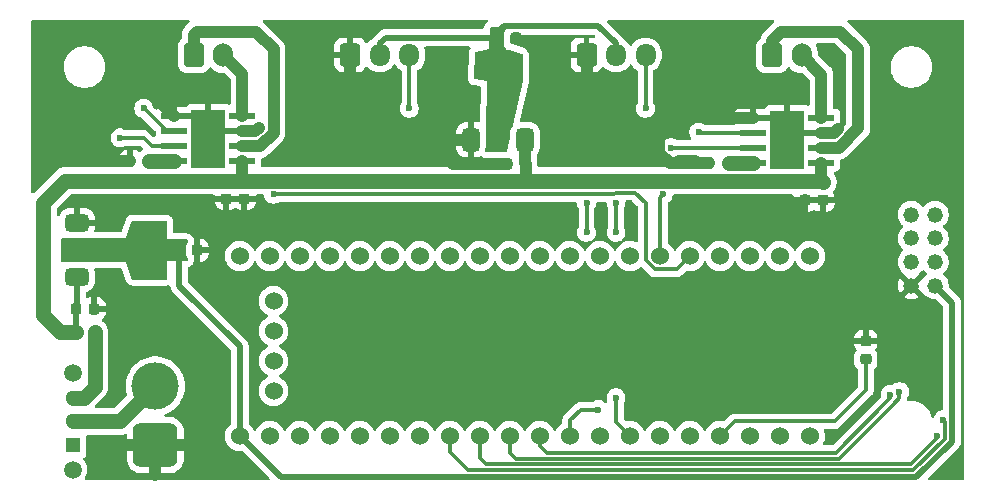
<source format=gtl>
G04 #@! TF.GenerationSoftware,KiCad,Pcbnew,9.0.2+dfsg-1*
G04 #@! TF.CreationDate,2025-08-18T11:49:20-04:00*
G04 #@! TF.ProjectId,Basic_Controller,42617369-635f-4436-9f6e-74726f6c6c65,rev?*
G04 #@! TF.SameCoordinates,Original*
G04 #@! TF.FileFunction,Copper,L1,Top*
G04 #@! TF.FilePolarity,Positive*
%FSLAX46Y46*%
G04 Gerber Fmt 4.6, Leading zero omitted, Abs format (unit mm)*
G04 Created by KiCad (PCBNEW 9.0.2+dfsg-1) date 2025-08-18 11:49:20*
%MOMM*%
%LPD*%
G01*
G04 APERTURE LIST*
G04 Aperture macros list*
%AMRoundRect*
0 Rectangle with rounded corners*
0 $1 Rounding radius*
0 $2 $3 $4 $5 $6 $7 $8 $9 X,Y pos of 4 corners*
0 Add a 4 corners polygon primitive as box body*
4,1,4,$2,$3,$4,$5,$6,$7,$8,$9,$2,$3,0*
0 Add four circle primitives for the rounded corners*
1,1,$1+$1,$2,$3*
1,1,$1+$1,$4,$5*
1,1,$1+$1,$6,$7*
1,1,$1+$1,$8,$9*
0 Add four rect primitives between the rounded corners*
20,1,$1+$1,$2,$3,$4,$5,0*
20,1,$1+$1,$4,$5,$6,$7,0*
20,1,$1+$1,$6,$7,$8,$9,0*
20,1,$1+$1,$8,$9,$2,$3,0*%
G04 Aperture macros list end*
G04 #@! TA.AperFunction,SMDPad,CuDef*
%ADD10RoundRect,0.218750X0.218750X0.256250X-0.218750X0.256250X-0.218750X-0.256250X0.218750X-0.256250X0*%
G04 #@! TD*
G04 #@! TA.AperFunction,ComponentPad*
%ADD11RoundRect,0.250000X-0.600000X-0.725000X0.600000X-0.725000X0.600000X0.725000X-0.600000X0.725000X0*%
G04 #@! TD*
G04 #@! TA.AperFunction,ComponentPad*
%ADD12O,1.700000X1.950000*%
G04 #@! TD*
G04 #@! TA.AperFunction,SMDPad,CuDef*
%ADD13R,2.200000X0.500000*%
G04 #@! TD*
G04 #@! TA.AperFunction,ComponentPad*
%ADD14C,0.630000*%
G04 #@! TD*
G04 #@! TA.AperFunction,SMDPad,CuDef*
%ADD15R,2.950000X4.900000*%
G04 #@! TD*
G04 #@! TA.AperFunction,ComponentPad*
%ADD16C,1.524000*%
G04 #@! TD*
G04 #@! TA.AperFunction,SMDPad,CuDef*
%ADD17RoundRect,0.225000X0.250000X-0.225000X0.250000X0.225000X-0.250000X0.225000X-0.250000X-0.225000X0*%
G04 #@! TD*
G04 #@! TA.AperFunction,SMDPad,CuDef*
%ADD18RoundRect,0.225000X-0.225000X-0.250000X0.225000X-0.250000X0.225000X0.250000X-0.225000X0.250000X0*%
G04 #@! TD*
G04 #@! TA.AperFunction,ComponentPad*
%ADD19RoundRect,0.250000X-0.600000X-0.750000X0.600000X-0.750000X0.600000X0.750000X-0.600000X0.750000X0*%
G04 #@! TD*
G04 #@! TA.AperFunction,ComponentPad*
%ADD20O,1.700000X2.000000*%
G04 #@! TD*
G04 #@! TA.AperFunction,ComponentPad*
%ADD21C,1.320800*%
G04 #@! TD*
G04 #@! TA.AperFunction,SMDPad,CuDef*
%ADD22RoundRect,0.200000X-0.200000X-0.275000X0.200000X-0.275000X0.200000X0.275000X-0.200000X0.275000X0*%
G04 #@! TD*
G04 #@! TA.AperFunction,ComponentPad*
%ADD23RoundRect,0.760000X1.140000X-1.140000X1.140000X1.140000X-1.140000X1.140000X-1.140000X-1.140000X0*%
G04 #@! TD*
G04 #@! TA.AperFunction,ComponentPad*
%ADD24C,4.000000*%
G04 #@! TD*
G04 #@! TA.AperFunction,SMDPad,CuDef*
%ADD25RoundRect,0.375000X-0.625000X-0.375000X0.625000X-0.375000X0.625000X0.375000X-0.625000X0.375000X0*%
G04 #@! TD*
G04 #@! TA.AperFunction,SMDPad,CuDef*
%ADD26RoundRect,0.500000X-0.500000X-1.400000X0.500000X-1.400000X0.500000X1.400000X-0.500000X1.400000X0*%
G04 #@! TD*
G04 #@! TA.AperFunction,SMDPad,CuDef*
%ADD27RoundRect,0.225000X0.225000X0.250000X-0.225000X0.250000X-0.225000X-0.250000X0.225000X-0.250000X0*%
G04 #@! TD*
G04 #@! TA.AperFunction,SMDPad,CuDef*
%ADD28RoundRect,0.375000X0.375000X-0.625000X0.375000X0.625000X-0.375000X0.625000X-0.375000X-0.625000X0*%
G04 #@! TD*
G04 #@! TA.AperFunction,SMDPad,CuDef*
%ADD29RoundRect,0.500000X1.400000X-0.500000X1.400000X0.500000X-1.400000X0.500000X-1.400000X-0.500000X0*%
G04 #@! TD*
G04 #@! TA.AperFunction,ComponentPad*
%ADD30R,1.295400X1.295400*%
G04 #@! TD*
G04 #@! TA.AperFunction,ComponentPad*
%ADD31C,1.295400*%
G04 #@! TD*
G04 #@! TA.AperFunction,ComponentPad*
%ADD32C,1.498600*%
G04 #@! TD*
G04 #@! TA.AperFunction,ViaPad*
%ADD33C,0.600000*%
G04 #@! TD*
G04 #@! TA.AperFunction,Conductor*
%ADD34C,1.300000*%
G04 #@! TD*
G04 #@! TA.AperFunction,Conductor*
%ADD35C,0.300000*%
G04 #@! TD*
G04 #@! TA.AperFunction,Conductor*
%ADD36C,1.000000*%
G04 #@! TD*
G04 #@! TA.AperFunction,Conductor*
%ADD37C,0.500000*%
G04 #@! TD*
G04 APERTURE END LIST*
D10*
X126347976Y-108449805D03*
X124772976Y-108449805D03*
D11*
X168000000Y-84975000D03*
D12*
X170500000Y-84975000D03*
X173000000Y-84975000D03*
D13*
X133112872Y-90172705D03*
X133112872Y-91442705D03*
X133112872Y-92712705D03*
X133112872Y-93982705D03*
X138862872Y-93982705D03*
X138862872Y-92712705D03*
X138862872Y-91442705D03*
X138862872Y-90172705D03*
D14*
X135337872Y-90777705D03*
X135337872Y-92077705D03*
X135337872Y-93377705D03*
D15*
X135987872Y-92077705D03*
D14*
X136637872Y-90777705D03*
X136637872Y-92077705D03*
X136637872Y-93377705D03*
D16*
X138660000Y-117240000D03*
X141200000Y-117240000D03*
X143740000Y-117240000D03*
X146280000Y-117240000D03*
X179300000Y-117240000D03*
X148820000Y-117240000D03*
X151360000Y-117240000D03*
X153900000Y-117240000D03*
X156440000Y-117240000D03*
X158980000Y-117240000D03*
X161520000Y-117240000D03*
X164060000Y-117240000D03*
X166600000Y-117240000D03*
X169140000Y-117240000D03*
X171680000Y-117240000D03*
X174220000Y-117240000D03*
X176760000Y-117240000D03*
X186920000Y-102000000D03*
X184380000Y-102000000D03*
X181840000Y-102000000D03*
X179300000Y-102000000D03*
X176760000Y-102000000D03*
X174220000Y-102000000D03*
X171680000Y-102000000D03*
X169140000Y-102000000D03*
X166600000Y-102000000D03*
X141500000Y-108350000D03*
X141500000Y-110890000D03*
X164060000Y-102000000D03*
X161520000Y-102000000D03*
X158980000Y-102000000D03*
X156440000Y-102000000D03*
X153900000Y-102000000D03*
X151360000Y-102000000D03*
X148820000Y-102000000D03*
X146280000Y-102000000D03*
X181840000Y-117240000D03*
X184380000Y-117240000D03*
X186920000Y-117240000D03*
X138660000Y-102000000D03*
X141200000Y-102000000D03*
X143740000Y-102000000D03*
X141500000Y-113430000D03*
X141500000Y-105810000D03*
D17*
X188025539Y-97286376D03*
X188025539Y-95736376D03*
X137501284Y-97174210D03*
X137501284Y-95624210D03*
X191651253Y-110736555D03*
X191651253Y-109186555D03*
D18*
X160450000Y-83500000D03*
X162000000Y-83500000D03*
D19*
X183729110Y-85000000D03*
D20*
X186229110Y-85000000D03*
D17*
X186500000Y-97285828D03*
X186500000Y-95735828D03*
D21*
X195500000Y-104500000D03*
X197500001Y-104500000D03*
X195500000Y-102500001D03*
X197500001Y-102500001D03*
X195500000Y-100500000D03*
X197500001Y-100500000D03*
X195500000Y-98500002D03*
X197500001Y-98500002D03*
D18*
X124787500Y-106474107D03*
X126337500Y-106474107D03*
D11*
X148000000Y-84975000D03*
D12*
X150500000Y-84975000D03*
X153000000Y-84975000D03*
D22*
X178373274Y-94096959D03*
X180023274Y-94096959D03*
D23*
X131500000Y-118000000D03*
D24*
X131500000Y-113000000D03*
D17*
X139026823Y-97174210D03*
X139026823Y-95624210D03*
D18*
X133500000Y-101500000D03*
X135050000Y-101500000D03*
D25*
X124850000Y-99200000D03*
X124850000Y-101500000D03*
D26*
X131150000Y-101500000D03*
D25*
X124850000Y-103800000D03*
D13*
X182132678Y-90284585D03*
X182132678Y-91554585D03*
X182132678Y-92824585D03*
X182132678Y-94094585D03*
X187882678Y-94094585D03*
X187882678Y-92824585D03*
X187882678Y-91554585D03*
X187882678Y-90284585D03*
D14*
X184357678Y-90889585D03*
X184357678Y-92189585D03*
X184357678Y-93489585D03*
D15*
X185007678Y-92189585D03*
D14*
X185657678Y-90889585D03*
X185657678Y-92189585D03*
X185657678Y-93489585D03*
D27*
X162837424Y-94201837D03*
X161287424Y-94201837D03*
D19*
X134750000Y-85000000D03*
D20*
X137250000Y-85000000D03*
D28*
X158200000Y-92150000D03*
X160500000Y-92150000D03*
D29*
X160500000Y-85850000D03*
D28*
X162800000Y-92150000D03*
D30*
X124500000Y-118000000D03*
D31*
X124500000Y-116000000D03*
X124500000Y-113999999D03*
D32*
X124500000Y-120100001D03*
X124500000Y-111900000D03*
D22*
X129349716Y-93980982D03*
X130999716Y-93980982D03*
D33*
X170500000Y-97500000D03*
X170500000Y-114000000D03*
X170500000Y-100000000D03*
X173000000Y-89500000D03*
X194500000Y-113500000D03*
X177500000Y-91500000D03*
X141500000Y-96774210D03*
X128500000Y-92000000D03*
X130500000Y-89500000D03*
X148000000Y-87000000D03*
X129000000Y-118000000D03*
X174500000Y-91500000D03*
X156000000Y-91500000D03*
X131500000Y-120500000D03*
X179500000Y-90000000D03*
X168000000Y-87000000D03*
X155500000Y-93000000D03*
X140235402Y-91123705D03*
X126000000Y-93000000D03*
X189255208Y-91235585D03*
X180500000Y-98000000D03*
X134000000Y-118000000D03*
X130500000Y-87500000D03*
X197637301Y-117250001D03*
X198195741Y-115868010D03*
X169000000Y-115000000D03*
X193732772Y-113726637D03*
X175175415Y-92824585D03*
X174500000Y-96774210D03*
X168000000Y-100000000D03*
X168000000Y-97500000D03*
X153000000Y-89500000D03*
D34*
X126347976Y-113068009D02*
X126347976Y-108449805D01*
X125415986Y-113999999D02*
X126347976Y-113068009D01*
X124500000Y-113999999D02*
X125415986Y-113999999D01*
D35*
X170500000Y-97500000D02*
X170500000Y-100000000D01*
X170500000Y-114000000D02*
X170500000Y-116060000D01*
X173000000Y-89500000D02*
X173000000Y-84975000D01*
X170500000Y-116060000D02*
X171680000Y-117240000D01*
X161520000Y-118666000D02*
X162000000Y-119146000D01*
X194000000Y-114500000D02*
X194500000Y-114000000D01*
X162000000Y-119146000D02*
X189354000Y-119146000D01*
X189354000Y-119146000D02*
X194000000Y-114500000D01*
X161520000Y-117240000D02*
X161520000Y-118666000D01*
X194500000Y-114000000D02*
X194500000Y-113500000D01*
X177500000Y-91500000D02*
X177554585Y-91554585D01*
X177554585Y-91554585D02*
X182132678Y-91554585D01*
X170500000Y-96625210D02*
X170351000Y-96774210D01*
X172125210Y-96625210D02*
X170500000Y-96625210D01*
X173000000Y-97500000D02*
X172125210Y-96625210D01*
X128500000Y-92000000D02*
X130500000Y-92000000D01*
X173000000Y-102354020D02*
X173000000Y-97500000D01*
X175647000Y-103113000D02*
X173758980Y-103113000D01*
X131212705Y-92712705D02*
X133112872Y-92712705D01*
X173758980Y-103113000D02*
X173000000Y-102354020D01*
X176760000Y-102000000D02*
X175647000Y-103113000D01*
X130500000Y-92000000D02*
X131212705Y-92712705D01*
X170351000Y-96774210D02*
X141500000Y-96774210D01*
D34*
X122000000Y-107000000D02*
X122000000Y-97500000D01*
X123875790Y-95624210D02*
X137501284Y-95624210D01*
X138771367Y-95624210D02*
X137501284Y-95624210D01*
D36*
X138862872Y-95460259D02*
X139026823Y-95624210D01*
D34*
X138862872Y-95532705D02*
X138771367Y-95624210D01*
D37*
X124787500Y-106474107D02*
X124787500Y-108435281D01*
D36*
X187882678Y-95593515D02*
X188025539Y-95736376D01*
D34*
X124772976Y-108449805D02*
X123449805Y-108449805D01*
D36*
X162800000Y-92150000D02*
X162800000Y-94164413D01*
X162837424Y-94201837D02*
X162837424Y-95461634D01*
D34*
X163000000Y-95624210D02*
X187913373Y-95624210D01*
X187913373Y-95624210D02*
X188025539Y-95736376D01*
D36*
X162837424Y-95461634D02*
X163000000Y-95624210D01*
D34*
X139026823Y-95624210D02*
X163000000Y-95624210D01*
D37*
X124850000Y-103800000D02*
X124850000Y-106411607D01*
D36*
X138862872Y-93982705D02*
X138862872Y-95460259D01*
X187882678Y-94094585D02*
X187882678Y-95593515D01*
D37*
X124850000Y-106411607D02*
X124787500Y-106474107D01*
D34*
X123449805Y-108449805D02*
X122000000Y-107000000D01*
D36*
X162800000Y-94164413D02*
X162837424Y-94201837D01*
D34*
X122000000Y-97500000D02*
X123875790Y-95624210D01*
D37*
X124787500Y-108435281D02*
X124772976Y-108449805D01*
X161000000Y-82500000D02*
X169000000Y-82500000D01*
X170500000Y-84000000D02*
X170500000Y-84975000D01*
X151000000Y-83500000D02*
X160450000Y-83500000D01*
X160450000Y-83500000D02*
X160450000Y-83050000D01*
X150500000Y-84000000D02*
X151000000Y-83500000D01*
X150500000Y-84975000D02*
X150500000Y-84000000D01*
X169000000Y-82500000D02*
X170500000Y-84000000D01*
X160450000Y-83050000D02*
X161000000Y-82500000D01*
D35*
X132442705Y-91442705D02*
X133112872Y-91442705D01*
X130500000Y-89500000D02*
X132442705Y-91442705D01*
D36*
X131500000Y-118000000D02*
X131500000Y-120500000D01*
X174174415Y-93239213D02*
X174174415Y-91825585D01*
X182132678Y-90284585D02*
X179784585Y-90284585D01*
X126980982Y-93980982D02*
X126000000Y-93000000D01*
X131500000Y-118000000D02*
X134000000Y-118000000D01*
X133112872Y-90112872D02*
X130500000Y-87500000D01*
X148000000Y-84975000D02*
X148000000Y-87000000D01*
X131500000Y-118000000D02*
X129000000Y-118000000D01*
X168000000Y-84975000D02*
X168000000Y-87000000D01*
X156650000Y-92150000D02*
X156000000Y-91500000D01*
X185785828Y-98000000D02*
X186500000Y-97285828D01*
X129349716Y-93980982D02*
X126980982Y-93980982D01*
X188936208Y-91554585D02*
X189255208Y-91235585D01*
X175032161Y-94096959D02*
X174174415Y-93239213D01*
X161287424Y-94201837D02*
X156701837Y-94201837D01*
X180500000Y-98000000D02*
X185785828Y-98000000D01*
X178373274Y-94096959D02*
X175032161Y-94096959D01*
X174174415Y-91825585D02*
X174500000Y-91500000D01*
X138862872Y-91442705D02*
X139916402Y-91442705D01*
X156701837Y-94201837D02*
X155500000Y-93000000D01*
X133112872Y-90172705D02*
X133112872Y-90112872D01*
X158200000Y-92150000D02*
X156650000Y-92150000D01*
X187882678Y-91554585D02*
X188936208Y-91554585D01*
X179784585Y-90284585D02*
X179500000Y-90000000D01*
X139916402Y-91442705D02*
X140235402Y-91123705D01*
D35*
X197693650Y-117306350D02*
X197693650Y-117404371D01*
X197693650Y-117404371D02*
X195451021Y-119647000D01*
X197637301Y-117250001D02*
X197693650Y-117306350D01*
X159500000Y-119647000D02*
X158980000Y-119127000D01*
X158980000Y-119127000D02*
X158980000Y-117240000D01*
X195451021Y-119647000D02*
X159500000Y-119647000D01*
X158000000Y-120148000D02*
X195658541Y-120148000D01*
X156440000Y-117240000D02*
X156440000Y-118588000D01*
X195658541Y-120148000D02*
X198344741Y-117461800D01*
X198344741Y-117461800D02*
X198344741Y-116017010D01*
X198344741Y-116017010D02*
X198195741Y-115868010D01*
X156440000Y-118588000D02*
X158000000Y-120148000D01*
X167500000Y-115000000D02*
X166600000Y-115900000D01*
X169000000Y-115000000D02*
X167500000Y-115000000D01*
X166600000Y-115900000D02*
X166600000Y-117240000D01*
X180540000Y-116000000D02*
X179300000Y-117240000D01*
X189000000Y-116000000D02*
X180540000Y-116000000D01*
X189000000Y-116000000D02*
X191651253Y-113348747D01*
X191651253Y-113348747D02*
X191651253Y-110736555D01*
X164060000Y-118060000D02*
X164645000Y-118645000D01*
X164060000Y-117240000D02*
X164060000Y-118060000D01*
X193395740Y-114395740D02*
X193732772Y-114058708D01*
X164645000Y-118645000D02*
X189146480Y-118645000D01*
X189146480Y-118645000D02*
X193395740Y-114395740D01*
X193732772Y-114058708D02*
X193732772Y-113726637D01*
X174220000Y-102000000D02*
X174220000Y-97054210D01*
X175175415Y-92824585D02*
X182132678Y-92824585D01*
X174220000Y-97054210D02*
X174500000Y-96774210D01*
D36*
X134750000Y-83250000D02*
X134750000Y-85000000D01*
X138862872Y-92712705D02*
X140344872Y-92712705D01*
X141500000Y-91557577D02*
X141500000Y-84500000D01*
X135000000Y-83000000D02*
X134750000Y-83250000D01*
X141500000Y-84500000D02*
X140000000Y-83000000D01*
X140344872Y-92712705D02*
X141500000Y-91557577D01*
X140000000Y-83000000D02*
X135000000Y-83000000D01*
X138862872Y-86612872D02*
X138862872Y-90172705D01*
X137250000Y-85000000D02*
X138862872Y-86612872D01*
X183729110Y-83770890D02*
X183729110Y-85000000D01*
X191000000Y-84500000D02*
X189500000Y-83000000D01*
X184500000Y-83000000D02*
X183729110Y-83770890D01*
X191000000Y-91189263D02*
X191000000Y-84500000D01*
X189500000Y-83000000D02*
X184500000Y-83000000D01*
X189364678Y-92824585D02*
X191000000Y-91189263D01*
X187882678Y-92824585D02*
X189364678Y-92824585D01*
X187882678Y-90284585D02*
X187882678Y-86653568D01*
X187882678Y-86653568D02*
X186229110Y-85000000D01*
D37*
X138660000Y-109660000D02*
X138660000Y-117240000D01*
X198945741Y-105945740D02*
X198945741Y-117710742D01*
X197500001Y-104500000D02*
X198945741Y-105945740D01*
X133500000Y-104500000D02*
X138660000Y-109660000D01*
X195907483Y-120749000D02*
X142169000Y-120749000D01*
X198945741Y-117710742D02*
X195907483Y-120749000D01*
X142169000Y-120749000D02*
X138660000Y-117240000D01*
X133500000Y-101500000D02*
X133500000Y-104500000D01*
D35*
X153000000Y-89500000D02*
X153000000Y-84975000D01*
X168000000Y-97500000D02*
X168000000Y-100000000D01*
D34*
X133112872Y-93982705D02*
X131001439Y-93982705D01*
X131001439Y-93982705D02*
X130999716Y-93980982D01*
X180025648Y-94094585D02*
X180023274Y-94096959D01*
X182132678Y-94094585D02*
X180025648Y-94094585D01*
X128500001Y-115999999D02*
X124500000Y-115999999D01*
X131500000Y-113000000D02*
X128500001Y-115999999D01*
G04 #@! TA.AperFunction,Conductor*
G36*
X164000000Y-85500000D02*
G01*
X163000000Y-84500000D01*
X161500000Y-84000000D01*
X161500000Y-83250500D01*
X164449900Y-83250500D01*
X164000000Y-85500000D01*
G37*
G04 #@! TD.AperFunction*
G04 #@! TA.AperFunction,Conductor*
G36*
X132442123Y-99019685D02*
G01*
X132487878Y-99072489D01*
X132499081Y-99124912D01*
X132488246Y-100597914D01*
X134138583Y-100597914D01*
X134146851Y-100600342D01*
X134155374Y-100599056D01*
X134179870Y-100610037D01*
X134205622Y-100617599D01*
X134211264Y-100624111D01*
X134219130Y-100627637D01*
X134233802Y-100650120D01*
X134251377Y-100670403D01*
X134253602Y-100680461D01*
X134257314Y-100686150D01*
X134262580Y-100721049D01*
X134262737Y-100743563D01*
X134244279Y-100809525D01*
X134162998Y-100941300D01*
X134162996Y-100941305D01*
X134109651Y-101102290D01*
X134099500Y-101201647D01*
X134099500Y-101798337D01*
X134099501Y-101798355D01*
X134109650Y-101897707D01*
X134109651Y-101897710D01*
X134162996Y-102058694D01*
X134163001Y-102058705D01*
X134254948Y-102207773D01*
X134259629Y-102224062D01*
X134268139Y-102237102D01*
X134273407Y-102272001D01*
X134273594Y-102298691D01*
X134254380Y-102365867D01*
X134201897Y-102411991D01*
X134149597Y-102423560D01*
X132500000Y-102423560D01*
X132500000Y-103876000D01*
X132480315Y-103943039D01*
X132427511Y-103988794D01*
X132376000Y-104000000D01*
X129589374Y-104000000D01*
X129522335Y-103980315D01*
X129476580Y-103927511D01*
X129471737Y-103915212D01*
X129458666Y-103876000D01*
X129000000Y-102500000D01*
X123624000Y-102500000D01*
X123556961Y-102480315D01*
X123511206Y-102427511D01*
X123500000Y-102376000D01*
X123500000Y-100624000D01*
X123519685Y-100556961D01*
X123572489Y-100511206D01*
X123624000Y-100500000D01*
X128999999Y-100500000D01*
X129000000Y-100500000D01*
X129471737Y-99084787D01*
X129511611Y-99027413D01*
X129576175Y-99000705D01*
X129589374Y-99000000D01*
X132375084Y-99000000D01*
X132442123Y-99019685D01*
G37*
G04 #@! TD.AperFunction*
G04 #@! TA.AperFunction,Conductor*
G36*
X161079135Y-82638135D02*
G01*
X161086054Y-82640247D01*
X161093196Y-82639085D01*
X161119022Y-82650306D01*
X161145961Y-82658527D01*
X161150641Y-82664045D01*
X161157277Y-82666929D01*
X161172937Y-82690332D01*
X161191155Y-82711812D01*
X161192108Y-82718983D01*
X161196133Y-82724998D01*
X161196653Y-82753159D01*
X161200366Y-82781072D01*
X161197322Y-82789331D01*
X161197425Y-82794856D01*
X161183360Y-82827226D01*
X161135894Y-82904178D01*
X161124070Y-82920282D01*
X161074746Y-82977206D01*
X161074745Y-82977207D01*
X161014976Y-83108080D01*
X161014975Y-83108085D01*
X160994500Y-83250499D01*
X160994500Y-83999996D01*
X160997372Y-84053812D01*
X161032890Y-84193232D01*
X161032892Y-84193237D01*
X161106252Y-84317006D01*
X161106256Y-84317011D01*
X161185536Y-84390889D01*
X161221162Y-84450994D01*
X161225000Y-84481606D01*
X161225000Y-84527562D01*
X161492598Y-84535861D01*
X161527956Y-84542162D01*
X162540788Y-84879772D01*
X162598161Y-84919645D01*
X162624869Y-84984209D01*
X162625574Y-84997408D01*
X162625574Y-87131158D01*
X162622597Y-87158165D01*
X161787522Y-90900278D01*
X161763147Y-90950958D01*
X161682970Y-91050702D01*
X161598360Y-91221304D01*
X161552400Y-91406107D01*
X161549500Y-91448879D01*
X161549500Y-91953229D01*
X161546523Y-91980236D01*
X161295672Y-93104344D01*
X161261859Y-93165487D01*
X161200357Y-93198643D01*
X161174649Y-93201337D01*
X159529755Y-93201337D01*
X159462716Y-93181652D01*
X159416961Y-93128848D01*
X159407017Y-93059690D01*
X159409417Y-93047424D01*
X159447600Y-92893889D01*
X159450500Y-92851123D01*
X159450499Y-91467982D01*
X159450558Y-91464169D01*
X159582833Y-87165665D01*
X158590348Y-87053308D01*
X158525949Y-87026207D01*
X158486424Y-86968591D01*
X158480317Y-86927851D01*
X158518148Y-84837628D01*
X158539043Y-84770959D01*
X158592666Y-84726167D01*
X158617956Y-84718254D01*
X159709145Y-84501474D01*
X159822240Y-82742203D01*
X159846185Y-82676566D01*
X159901816Y-82634293D01*
X159947292Y-82626167D01*
X161079135Y-82638135D01*
G37*
G04 #@! TD.AperFunction*
G04 #@! TA.AperFunction,Conductor*
G36*
X128613322Y-103025185D02*
G01*
X128659077Y-103077989D01*
X128663917Y-103090281D01*
X128762320Y-103385490D01*
X128992182Y-104075079D01*
X129001382Y-104100405D01*
X129006237Y-104112735D01*
X129016759Y-104137501D01*
X129016760Y-104137503D01*
X129094545Y-104258537D01*
X129094553Y-104258548D01*
X129140297Y-104311340D01*
X129140300Y-104311343D01*
X129140304Y-104311347D01*
X129249038Y-104405567D01*
X129249041Y-104405568D01*
X129249042Y-104405569D01*
X129338657Y-104446496D01*
X129379915Y-104465338D01*
X129446954Y-104485023D01*
X129446958Y-104485024D01*
X129589374Y-104505500D01*
X129589377Y-104505500D01*
X132375990Y-104505500D01*
X132376000Y-104505500D01*
X132483456Y-104493947D01*
X132534967Y-104482741D01*
X132586653Y-104465537D01*
X132656478Y-104463044D01*
X132716567Y-104498695D01*
X132747843Y-104561174D01*
X132749216Y-104571035D01*
X132749500Y-104573922D01*
X132778340Y-104718907D01*
X132778343Y-104718917D01*
X132834914Y-104855492D01*
X132834915Y-104855494D01*
X132834916Y-104855495D01*
X132850424Y-104878705D01*
X132867812Y-104904727D01*
X132867813Y-104904730D01*
X132917046Y-104978414D01*
X132917052Y-104978421D01*
X137873181Y-109934549D01*
X137906666Y-109995872D01*
X137909500Y-110022230D01*
X137909500Y-116161553D01*
X137889815Y-116228592D01*
X137858387Y-116261869D01*
X137848126Y-116269324D01*
X137837534Y-116277020D01*
X137697021Y-116417533D01*
X137580213Y-116578305D01*
X137489994Y-116755367D01*
X137489993Y-116755370D01*
X137428587Y-116944362D01*
X137397500Y-117140639D01*
X137397500Y-117339360D01*
X137428587Y-117535637D01*
X137489993Y-117724629D01*
X137489994Y-117724632D01*
X137555327Y-117852853D01*
X137580213Y-117901694D01*
X137697019Y-118062464D01*
X137837536Y-118202981D01*
X137998306Y-118319787D01*
X138065164Y-118353853D01*
X138175367Y-118410005D01*
X138175370Y-118410006D01*
X138269866Y-118440709D01*
X138364364Y-118471413D01*
X138560639Y-118502500D01*
X138560640Y-118502500D01*
X138759358Y-118502500D01*
X138759361Y-118502500D01*
X138784814Y-118498468D01*
X138854105Y-118507422D01*
X138891893Y-118533260D01*
X141146452Y-120787819D01*
X141179937Y-120849142D01*
X141174953Y-120918834D01*
X141133081Y-120974767D01*
X141067617Y-120999184D01*
X141058771Y-120999500D01*
X125634677Y-120999500D01*
X125567638Y-120979815D01*
X125521883Y-120927011D01*
X125511939Y-120857853D01*
X125534360Y-120802614D01*
X125568922Y-120755043D01*
X125568921Y-120755043D01*
X125568925Y-120755039D01*
X125658235Y-120579758D01*
X125719026Y-120392663D01*
X125728301Y-120334101D01*
X125749800Y-120198367D01*
X125749800Y-120001634D01*
X125719026Y-119807338D01*
X125658233Y-119620239D01*
X125568924Y-119444962D01*
X125453294Y-119285811D01*
X125416273Y-119248790D01*
X125382788Y-119187467D01*
X125387772Y-119117775D01*
X125429642Y-119061842D01*
X125505246Y-119005246D01*
X125591496Y-118890031D01*
X125641791Y-118755183D01*
X125648200Y-118695573D01*
X125648199Y-117994500D01*
X125648199Y-117304429D01*
X125648198Y-117304415D01*
X125646407Y-117287749D01*
X125658815Y-117218990D01*
X125706427Y-117167855D01*
X125769697Y-117150499D01*
X128404320Y-117150499D01*
X128404344Y-117150500D01*
X128409455Y-117150500D01*
X128590546Y-117150500D01*
X128590547Y-117150500D01*
X128769410Y-117122170D01*
X128937682Y-117067495D01*
X129007523Y-117065501D01*
X129067356Y-117101582D01*
X129098184Y-117164283D01*
X129100000Y-117185427D01*
X129100000Y-117750000D01*
X130172769Y-117750000D01*
X130150000Y-117893753D01*
X130150000Y-118106247D01*
X130172769Y-118250000D01*
X129100000Y-118250000D01*
X129100000Y-119204719D01*
X129110482Y-119337906D01*
X129110483Y-119337912D01*
X129165898Y-119557829D01*
X129165899Y-119557832D01*
X129259695Y-119764330D01*
X129259698Y-119764336D01*
X129388851Y-119950758D01*
X129388861Y-119950770D01*
X129549229Y-120111138D01*
X129549241Y-120111148D01*
X129735663Y-120240301D01*
X129735669Y-120240304D01*
X129942167Y-120334100D01*
X129942170Y-120334101D01*
X130162087Y-120389516D01*
X130162093Y-120389517D01*
X130295280Y-120399999D01*
X130295294Y-120400000D01*
X131250000Y-120400000D01*
X131250000Y-119327231D01*
X131393753Y-119350000D01*
X131606247Y-119350000D01*
X131750000Y-119327231D01*
X131750000Y-120400000D01*
X132704706Y-120400000D01*
X132704719Y-120399999D01*
X132837906Y-120389517D01*
X132837912Y-120389516D01*
X133057829Y-120334101D01*
X133057832Y-120334100D01*
X133264330Y-120240304D01*
X133264336Y-120240301D01*
X133450758Y-120111148D01*
X133450770Y-120111138D01*
X133611138Y-119950770D01*
X133611148Y-119950758D01*
X133740301Y-119764336D01*
X133740304Y-119764330D01*
X133834100Y-119557832D01*
X133834101Y-119557829D01*
X133889516Y-119337912D01*
X133889517Y-119337906D01*
X133899999Y-119204719D01*
X133900000Y-119204706D01*
X133900000Y-118250000D01*
X132827231Y-118250000D01*
X132850000Y-118106247D01*
X132850000Y-117893753D01*
X132827231Y-117750000D01*
X133900000Y-117750000D01*
X133900000Y-116795293D01*
X133899999Y-116795280D01*
X133889517Y-116662093D01*
X133889516Y-116662087D01*
X133834101Y-116442170D01*
X133834100Y-116442167D01*
X133740304Y-116235669D01*
X133740301Y-116235663D01*
X133611148Y-116049241D01*
X133611138Y-116049229D01*
X133450770Y-115888861D01*
X133450758Y-115888851D01*
X133264336Y-115759698D01*
X133264330Y-115759695D01*
X133057832Y-115665899D01*
X133057829Y-115665898D01*
X132837912Y-115610483D01*
X132837906Y-115610482D01*
X132704719Y-115600000D01*
X132370310Y-115600000D01*
X132303271Y-115580315D01*
X132257516Y-115527511D01*
X132247572Y-115458353D01*
X132276597Y-115394797D01*
X132329355Y-115358959D01*
X132367828Y-115345496D01*
X132458408Y-115313801D01*
X132711445Y-115191945D01*
X132949248Y-115042523D01*
X133168825Y-114867416D01*
X133367416Y-114668825D01*
X133542523Y-114449248D01*
X133691945Y-114211445D01*
X133813801Y-113958408D01*
X133906560Y-113693318D01*
X133969055Y-113419509D01*
X133977173Y-113347464D01*
X133986294Y-113266510D01*
X134000500Y-113140425D01*
X134000500Y-112859575D01*
X133985930Y-112730261D01*
X133969057Y-112580505D01*
X133969054Y-112580487D01*
X133963245Y-112555038D01*
X133906560Y-112306682D01*
X133813801Y-112041592D01*
X133691945Y-111788555D01*
X133542523Y-111550752D01*
X133367416Y-111331175D01*
X133168825Y-111132584D01*
X133139581Y-111109263D01*
X133110169Y-111085807D01*
X132949248Y-110957477D01*
X132711445Y-110808055D01*
X132711442Y-110808053D01*
X132458411Y-110686200D01*
X132193329Y-110593443D01*
X132193317Y-110593439D01*
X131919512Y-110530945D01*
X131919494Y-110530942D01*
X131640431Y-110499500D01*
X131640425Y-110499500D01*
X131359575Y-110499500D01*
X131359568Y-110499500D01*
X131080505Y-110530942D01*
X131080487Y-110530945D01*
X130806682Y-110593439D01*
X130806670Y-110593443D01*
X130541588Y-110686200D01*
X130288557Y-110808053D01*
X130050753Y-110957476D01*
X129831175Y-111132583D01*
X129632583Y-111331175D01*
X129457476Y-111550753D01*
X129308053Y-111788557D01*
X129186200Y-112041588D01*
X129093443Y-112306670D01*
X129093439Y-112306682D01*
X129030945Y-112580487D01*
X129030942Y-112580505D01*
X128999500Y-112859568D01*
X128999500Y-113140431D01*
X129030942Y-113419494D01*
X129030945Y-113419512D01*
X129094206Y-113696676D01*
X129089933Y-113766414D01*
X129060996Y-113811949D01*
X128059767Y-114813180D01*
X127998444Y-114846665D01*
X127972086Y-114849499D01*
X126492900Y-114849499D01*
X126425861Y-114829814D01*
X126380106Y-114777010D01*
X126370162Y-114707852D01*
X126399187Y-114644296D01*
X126405219Y-114637818D01*
X126742663Y-114300374D01*
X127090408Y-113952629D01*
X127090415Y-113952623D01*
X127097475Y-113945563D01*
X127097477Y-113945562D01*
X127225529Y-113817510D01*
X127331972Y-113671003D01*
X127414187Y-113509648D01*
X127470147Y-113337418D01*
X127475214Y-113305428D01*
X127498477Y-113158555D01*
X127498477Y-112977462D01*
X127498477Y-112973061D01*
X127498476Y-112973046D01*
X127498476Y-108359253D01*
X127479042Y-108236555D01*
X127470147Y-108180396D01*
X127442167Y-108094281D01*
X127414188Y-108008168D01*
X127414187Y-108008165D01*
X127361962Y-107905670D01*
X127331972Y-107846811D01*
X127302390Y-107806095D01*
X127225534Y-107700310D01*
X127225530Y-107700305D01*
X127097475Y-107572250D01*
X127097470Y-107572246D01*
X127004241Y-107504511D01*
X126961575Y-107449181D01*
X126955596Y-107379568D01*
X126988202Y-107317773D01*
X127012038Y-107298649D01*
X127015233Y-107296678D01*
X127135072Y-107176839D01*
X127135075Y-107176835D01*
X127224042Y-107032599D01*
X127224047Y-107032588D01*
X127277355Y-106871713D01*
X127287499Y-106772429D01*
X127287500Y-106772416D01*
X127287500Y-106724107D01*
X126461500Y-106724107D01*
X126394461Y-106704422D01*
X126348706Y-106651618D01*
X126337500Y-106600107D01*
X126337500Y-106474107D01*
X126211500Y-106474107D01*
X126144461Y-106454422D01*
X126098706Y-106401618D01*
X126087500Y-106350107D01*
X126087500Y-106224107D01*
X126587500Y-106224107D01*
X127287499Y-106224107D01*
X127287499Y-106175799D01*
X127287498Y-106175784D01*
X127277355Y-106076499D01*
X127224047Y-105915625D01*
X127224042Y-105915614D01*
X127135075Y-105771378D01*
X127135072Y-105771374D01*
X127015232Y-105651534D01*
X127015228Y-105651531D01*
X126870992Y-105562564D01*
X126870981Y-105562559D01*
X126710106Y-105509251D01*
X126610822Y-105499107D01*
X126587500Y-105499107D01*
X126587500Y-106224107D01*
X126087500Y-106224107D01*
X126087500Y-105499106D01*
X126064193Y-105499107D01*
X126064174Y-105499108D01*
X125964892Y-105509251D01*
X125804018Y-105562559D01*
X125804009Y-105562563D01*
X125789596Y-105571454D01*
X125722203Y-105589894D01*
X125655540Y-105568971D01*
X125610771Y-105515329D01*
X125600500Y-105465915D01*
X125600500Y-105142894D01*
X125620185Y-105075855D01*
X125672989Y-105030100D01*
X125694565Y-105022562D01*
X125778693Y-105001641D01*
X125949296Y-104917030D01*
X126097722Y-104797722D01*
X126217030Y-104649296D01*
X126301641Y-104478693D01*
X126347600Y-104293889D01*
X126350500Y-104251123D01*
X126350499Y-103348878D01*
X126347600Y-103306111D01*
X126311120Y-103159423D01*
X126314044Y-103089618D01*
X126354244Y-103032472D01*
X126418958Y-103006131D01*
X126431455Y-103005500D01*
X128546283Y-103005500D01*
X128613322Y-103025185D01*
G37*
G04 #@! TD.AperFunction*
G04 #@! TA.AperFunction,Conductor*
G36*
X199942539Y-82020185D02*
G01*
X199988294Y-82072989D01*
X199999500Y-82124500D01*
X199999500Y-120875500D01*
X199979815Y-120942539D01*
X199927011Y-120988294D01*
X199875500Y-120999500D01*
X197017713Y-120999500D01*
X196950674Y-120979815D01*
X196904919Y-120927011D01*
X196894975Y-120857853D01*
X196924000Y-120794297D01*
X196930032Y-120787819D01*
X199528688Y-118189162D01*
X199528691Y-118189159D01*
X199528690Y-118189159D01*
X199528693Y-118189157D01*
X199572183Y-118124069D01*
X199610825Y-118066237D01*
X199654143Y-117961658D01*
X199667400Y-117929654D01*
X199696241Y-117784659D01*
X199696241Y-117636824D01*
X199696241Y-105871822D01*
X199696241Y-105871819D01*
X199667400Y-105726832D01*
X199667399Y-105726831D01*
X199667399Y-105726827D01*
X199636212Y-105651534D01*
X199610828Y-105590251D01*
X199610821Y-105590238D01*
X199528693Y-105467325D01*
X199527283Y-105465915D01*
X199424157Y-105362789D01*
X199063007Y-105001639D01*
X198697220Y-104635851D01*
X198663735Y-104574528D01*
X198660901Y-104548170D01*
X198660901Y-104408629D01*
X198637128Y-104258537D01*
X198632316Y-104228155D01*
X198575849Y-104054369D01*
X198492892Y-103891556D01*
X198385486Y-103743724D01*
X198256277Y-103614515D01*
X198254033Y-103612885D01*
X198236736Y-103600317D01*
X198194070Y-103544987D01*
X198188092Y-103475374D01*
X198220698Y-103413579D01*
X198236739Y-103399681D01*
X198256277Y-103385486D01*
X198385486Y-103256277D01*
X198492892Y-103108445D01*
X198575849Y-102945632D01*
X198632316Y-102771846D01*
X198649762Y-102661694D01*
X198660901Y-102591371D01*
X198660901Y-102408630D01*
X198632316Y-102228159D01*
X198632316Y-102228156D01*
X198575849Y-102054370D01*
X198492892Y-101891557D01*
X198385486Y-101743725D01*
X198256277Y-101614516D01*
X198236734Y-101600317D01*
X198194069Y-101544989D01*
X198188090Y-101475375D01*
X198220695Y-101413580D01*
X198236731Y-101399685D01*
X198256277Y-101385485D01*
X198385486Y-101256276D01*
X198492892Y-101108444D01*
X198575849Y-100945631D01*
X198632316Y-100771845D01*
X198653310Y-100639295D01*
X198660901Y-100591370D01*
X198660901Y-100408629D01*
X198639329Y-100272433D01*
X198632316Y-100228155D01*
X198575849Y-100054369D01*
X198492892Y-99891556D01*
X198385486Y-99743724D01*
X198256277Y-99614515D01*
X198236738Y-99600319D01*
X198194072Y-99544991D01*
X198188091Y-99475378D01*
X198220696Y-99413582D01*
X198236739Y-99399682D01*
X198256277Y-99385487D01*
X198385486Y-99256278D01*
X198492892Y-99108446D01*
X198575849Y-98945633D01*
X198632316Y-98771847D01*
X198654860Y-98629510D01*
X198660901Y-98591372D01*
X198660901Y-98408631D01*
X198641844Y-98288317D01*
X198632316Y-98228157D01*
X198575849Y-98054371D01*
X198492892Y-97891558D01*
X198385486Y-97743726D01*
X198256277Y-97614517D01*
X198108445Y-97507111D01*
X197968716Y-97435916D01*
X197945634Y-97424155D01*
X197945633Y-97424154D01*
X197945632Y-97424154D01*
X197771846Y-97367687D01*
X197771844Y-97367686D01*
X197771842Y-97367686D01*
X197591371Y-97339102D01*
X197591366Y-97339102D01*
X197408636Y-97339102D01*
X197408631Y-97339102D01*
X197228159Y-97367686D01*
X197054367Y-97424155D01*
X196891556Y-97507111D01*
X196743722Y-97614519D01*
X196614515Y-97743726D01*
X196600317Y-97763269D01*
X196544986Y-97805934D01*
X196475373Y-97811912D01*
X196413578Y-97779305D01*
X196399684Y-97763269D01*
X196385485Y-97743726D01*
X196256276Y-97614517D01*
X196108444Y-97507111D01*
X195968715Y-97435916D01*
X195945633Y-97424155D01*
X195945632Y-97424154D01*
X195945631Y-97424154D01*
X195771845Y-97367687D01*
X195771843Y-97367686D01*
X195771841Y-97367686D01*
X195591370Y-97339102D01*
X195591365Y-97339102D01*
X195408635Y-97339102D01*
X195408630Y-97339102D01*
X195228158Y-97367686D01*
X195054366Y-97424155D01*
X194891555Y-97507111D01*
X194743721Y-97614519D01*
X194614517Y-97743723D01*
X194507109Y-97891557D01*
X194424153Y-98054368D01*
X194367684Y-98228160D01*
X194339100Y-98408631D01*
X194339100Y-98591372D01*
X194364051Y-98748903D01*
X194367685Y-98771847D01*
X194424152Y-98945633D01*
X194507109Y-99108446D01*
X194614515Y-99256278D01*
X194743724Y-99385487D01*
X194763262Y-99399682D01*
X194763265Y-99399684D01*
X194805929Y-99455015D01*
X194811907Y-99524629D01*
X194779299Y-99586423D01*
X194763265Y-99600318D01*
X194743720Y-99614518D01*
X194614517Y-99743721D01*
X194507109Y-99891555D01*
X194424153Y-100054366D01*
X194367684Y-100228158D01*
X194339100Y-100408629D01*
X194339100Y-100591370D01*
X194367351Y-100769736D01*
X194367685Y-100771845D01*
X194424152Y-100945631D01*
X194507109Y-101108444D01*
X194614515Y-101256276D01*
X194743724Y-101385485D01*
X194763265Y-101399682D01*
X194805931Y-101455011D01*
X194811911Y-101524624D01*
X194779305Y-101586419D01*
X194763267Y-101600317D01*
X194743724Y-101614515D01*
X194614517Y-101743722D01*
X194507109Y-101891556D01*
X194424153Y-102054367D01*
X194367684Y-102228159D01*
X194339100Y-102408630D01*
X194339100Y-102591371D01*
X194367684Y-102771842D01*
X194367685Y-102771846D01*
X194424152Y-102945632D01*
X194507109Y-103108445D01*
X194614515Y-103256277D01*
X194743724Y-103385486D01*
X194743727Y-103385488D01*
X194820839Y-103441513D01*
X194863505Y-103496843D01*
X194865772Y-103512219D01*
X195447154Y-104093600D01*
X195446496Y-104093600D01*
X195343135Y-104121295D01*
X195250464Y-104174799D01*
X195174799Y-104250464D01*
X195121295Y-104343135D01*
X195093600Y-104446496D01*
X195093600Y-104447152D01*
X194520468Y-103874020D01*
X194520465Y-103874020D01*
X194507543Y-103891808D01*
X194507539Y-103891813D01*
X194424616Y-104054556D01*
X194368172Y-104228271D01*
X194339600Y-104408669D01*
X194339600Y-104591330D01*
X194368172Y-104771728D01*
X194424616Y-104945443D01*
X194507535Y-105108178D01*
X194520467Y-105125978D01*
X195093600Y-104552845D01*
X195093600Y-104553504D01*
X195121295Y-104656865D01*
X195174799Y-104749536D01*
X195250464Y-104825201D01*
X195343135Y-104878705D01*
X195446496Y-104906400D01*
X195447153Y-104906400D01*
X194874019Y-105479531D01*
X194891817Y-105492462D01*
X195054556Y-105575383D01*
X195228271Y-105631827D01*
X195408670Y-105660400D01*
X195591330Y-105660400D01*
X195771728Y-105631827D01*
X195945443Y-105575383D01*
X196108178Y-105492465D01*
X196125979Y-105479531D01*
X195552848Y-104906400D01*
X195553504Y-104906400D01*
X195656865Y-104878705D01*
X195749536Y-104825201D01*
X195825201Y-104749536D01*
X195878705Y-104656865D01*
X195906400Y-104553504D01*
X195906400Y-104552847D01*
X196490897Y-105137344D01*
X196516817Y-105142789D01*
X196558485Y-105179156D01*
X196614516Y-105256276D01*
X196743725Y-105385485D01*
X196891557Y-105492891D01*
X197054370Y-105575848D01*
X197228156Y-105632315D01*
X197295836Y-105643034D01*
X197408631Y-105660900D01*
X197548171Y-105660900D01*
X197615210Y-105680585D01*
X197635852Y-105697219D01*
X198158922Y-106220288D01*
X198192407Y-106281611D01*
X198195241Y-106307969D01*
X198195241Y-114950162D01*
X198175556Y-115017201D01*
X198122752Y-115062956D01*
X198095433Y-115071779D01*
X197962249Y-115098271D01*
X197962239Y-115098274D01*
X197816568Y-115158612D01*
X197816555Y-115158619D01*
X197685452Y-115246220D01*
X197685448Y-115246223D01*
X197573954Y-115357717D01*
X197573951Y-115357721D01*
X197486350Y-115488824D01*
X197486345Y-115488833D01*
X197437258Y-115607342D01*
X197393417Y-115661745D01*
X197327123Y-115683810D01*
X197259424Y-115666531D01*
X197211813Y-115615394D01*
X197202923Y-115591986D01*
X197161158Y-115436113D01*
X197084274Y-115250499D01*
X197073349Y-115224123D01*
X197073346Y-115224117D01*
X197073344Y-115224112D01*
X196958611Y-115025388D01*
X196958608Y-115025385D01*
X196958607Y-115025382D01*
X196818918Y-114843338D01*
X196818911Y-114843330D01*
X196656670Y-114681089D01*
X196656661Y-114681081D01*
X196474617Y-114541392D01*
X196419875Y-114509787D01*
X196301838Y-114441638D01*
X196275890Y-114426657D01*
X196275876Y-114426650D01*
X196063887Y-114338842D01*
X196025670Y-114328602D01*
X195842238Y-114279452D01*
X195804215Y-114274446D01*
X195614741Y-114249500D01*
X195614734Y-114249500D01*
X195385266Y-114249500D01*
X195385260Y-114249500D01*
X195385255Y-114249501D01*
X195277871Y-114263638D01*
X195255353Y-114260126D01*
X195232584Y-114261236D01*
X195221486Y-114254844D01*
X195208835Y-114252872D01*
X195191788Y-114237741D01*
X195172037Y-114226367D01*
X195166157Y-114214992D01*
X195156580Y-114206492D01*
X195150418Y-114184545D01*
X195139953Y-114164299D01*
X195139993Y-114147412D01*
X195137695Y-114139223D01*
X195138235Y-114129047D01*
X195138831Y-114122730D01*
X195150500Y-114064069D01*
X195150500Y-113999099D01*
X195151049Y-113993283D01*
X195161920Y-113966039D01*
X195170185Y-113937896D01*
X195171366Y-113936090D01*
X195209394Y-113879179D01*
X195269737Y-113733497D01*
X195300500Y-113578842D01*
X195300500Y-113421158D01*
X195300500Y-113421155D01*
X195300499Y-113421153D01*
X195285840Y-113347458D01*
X195269737Y-113266503D01*
X195263108Y-113250498D01*
X195209397Y-113120827D01*
X195209390Y-113120814D01*
X195121789Y-112989711D01*
X195121786Y-112989707D01*
X195010292Y-112878213D01*
X195010288Y-112878210D01*
X194879185Y-112790609D01*
X194879172Y-112790602D01*
X194733501Y-112730264D01*
X194733489Y-112730261D01*
X194578845Y-112699500D01*
X194578842Y-112699500D01*
X194421158Y-112699500D01*
X194421155Y-112699500D01*
X194266510Y-112730261D01*
X194266498Y-112730264D01*
X194120827Y-112790602D01*
X194120814Y-112790609D01*
X193989714Y-112878208D01*
X193989708Y-112878213D01*
X193967051Y-112900869D01*
X193905727Y-112934352D01*
X193855183Y-112934803D01*
X193838166Y-112931418D01*
X193811614Y-112926137D01*
X193653930Y-112926137D01*
X193653927Y-112926137D01*
X193499282Y-112956898D01*
X193499270Y-112956901D01*
X193353599Y-113017239D01*
X193353586Y-113017246D01*
X193222483Y-113104847D01*
X193222479Y-113104850D01*
X193110985Y-113216344D01*
X193110982Y-113216348D01*
X193023381Y-113347451D01*
X193023374Y-113347464D01*
X192963036Y-113493135D01*
X192963033Y-113493147D01*
X192932272Y-113647790D01*
X192932272Y-113647795D01*
X192932272Y-113805479D01*
X192932272Y-113805481D01*
X192932271Y-113805481D01*
X192941537Y-113852058D01*
X192940829Y-113859960D01*
X192943604Y-113867397D01*
X192937760Y-113894268D01*
X192935310Y-113921650D01*
X192930064Y-113929654D01*
X192928756Y-113935671D01*
X192907604Y-113963929D01*
X192890465Y-113981069D01*
X192890464Y-113981068D01*
X192890463Y-113981069D01*
X192890461Y-113981073D01*
X188913353Y-117958181D01*
X188852030Y-117991666D01*
X188825672Y-117994500D01*
X188154850Y-117994500D01*
X188087811Y-117974815D01*
X188042056Y-117922011D01*
X188032112Y-117852853D01*
X188044365Y-117814205D01*
X188059418Y-117784663D01*
X188090005Y-117724632D01*
X188151413Y-117535636D01*
X188182500Y-117339361D01*
X188182500Y-117140639D01*
X188151413Y-116944364D01*
X188124626Y-116861920D01*
X188108672Y-116812818D01*
X188106677Y-116742976D01*
X188142758Y-116683144D01*
X188205459Y-116652316D01*
X188226603Y-116650500D01*
X189064071Y-116650500D01*
X189148615Y-116633682D01*
X189189744Y-116625501D01*
X189308127Y-116576465D01*
X189324873Y-116565276D01*
X189414669Y-116505277D01*
X192156530Y-113763416D01*
X192227718Y-113656874D01*
X192276754Y-113538491D01*
X192286457Y-113489711D01*
X192301753Y-113412816D01*
X192301753Y-111636101D01*
X192321438Y-111569062D01*
X192348849Y-111538829D01*
X192354285Y-111534530D01*
X192354297Y-111534523D01*
X192474221Y-111414599D01*
X192563256Y-111270252D01*
X192616602Y-111109263D01*
X192626753Y-111009900D01*
X192626752Y-110463211D01*
X192616602Y-110363847D01*
X192563256Y-110202858D01*
X192563252Y-110202852D01*
X192563251Y-110202849D01*
X192474223Y-110058514D01*
X192474220Y-110058510D01*
X192464592Y-110048882D01*
X192431107Y-109987559D01*
X192436091Y-109917867D01*
X192464598Y-109873514D01*
X192473826Y-109864286D01*
X192562795Y-109720047D01*
X192562800Y-109720036D01*
X192616108Y-109559161D01*
X192626252Y-109459877D01*
X192626253Y-109459864D01*
X192626253Y-109436555D01*
X190676254Y-109436555D01*
X190676254Y-109459877D01*
X190686397Y-109559162D01*
X190739705Y-109720036D01*
X190739710Y-109720047D01*
X190828677Y-109864283D01*
X190828680Y-109864287D01*
X190837913Y-109873520D01*
X190871398Y-109934843D01*
X190866414Y-110004535D01*
X190837916Y-110048879D01*
X190828286Y-110058508D01*
X190828282Y-110058514D01*
X190739254Y-110202849D01*
X190739249Y-110202860D01*
X190685904Y-110363845D01*
X190675753Y-110463202D01*
X190675753Y-111009892D01*
X190675754Y-111009910D01*
X190685903Y-111109262D01*
X190685904Y-111109265D01*
X190739249Y-111270249D01*
X190739254Y-111270260D01*
X190828282Y-111414595D01*
X190828285Y-111414599D01*
X190948209Y-111534523D01*
X190948216Y-111534527D01*
X190953657Y-111538829D01*
X190994038Y-111595848D01*
X191000753Y-111636101D01*
X191000753Y-113027939D01*
X190981068Y-113094978D01*
X190964434Y-113115620D01*
X188766873Y-115313181D01*
X188705550Y-115346666D01*
X188679192Y-115349500D01*
X180475929Y-115349500D01*
X180350261Y-115374497D01*
X180350255Y-115374499D01*
X180231874Y-115423534D01*
X180125326Y-115494726D01*
X179653977Y-115966075D01*
X179592654Y-115999560D01*
X179546899Y-116000867D01*
X179399361Y-115977500D01*
X179200639Y-115977500D01*
X179170832Y-115982221D01*
X179004362Y-116008587D01*
X178815370Y-116069993D01*
X178815367Y-116069994D01*
X178638305Y-116160213D01*
X178477533Y-116277021D01*
X178337021Y-116417533D01*
X178220213Y-116578305D01*
X178140485Y-116734780D01*
X178092510Y-116785576D01*
X178024689Y-116802371D01*
X177958554Y-116779833D01*
X177919515Y-116734780D01*
X177876317Y-116650000D01*
X177839787Y-116578306D01*
X177722981Y-116417536D01*
X177582464Y-116277019D01*
X177421694Y-116160213D01*
X177410499Y-116154509D01*
X177244632Y-116069994D01*
X177244629Y-116069993D01*
X177055637Y-116008587D01*
X176957498Y-115993043D01*
X176859361Y-115977500D01*
X176660639Y-115977500D01*
X176630832Y-115982221D01*
X176464362Y-116008587D01*
X176275370Y-116069993D01*
X176275367Y-116069994D01*
X176098305Y-116160213D01*
X175937533Y-116277021D01*
X175797021Y-116417533D01*
X175680213Y-116578305D01*
X175600485Y-116734780D01*
X175552510Y-116785576D01*
X175484689Y-116802371D01*
X175418554Y-116779833D01*
X175379515Y-116734780D01*
X175336317Y-116650000D01*
X175299787Y-116578306D01*
X175182981Y-116417536D01*
X175042464Y-116277019D01*
X174881694Y-116160213D01*
X174870499Y-116154509D01*
X174704632Y-116069994D01*
X174704629Y-116069993D01*
X174515637Y-116008587D01*
X174417498Y-115993043D01*
X174319361Y-115977500D01*
X174120639Y-115977500D01*
X174090832Y-115982221D01*
X173924362Y-116008587D01*
X173735370Y-116069993D01*
X173735367Y-116069994D01*
X173558305Y-116160213D01*
X173397533Y-116277021D01*
X173257021Y-116417533D01*
X173140213Y-116578305D01*
X173060485Y-116734780D01*
X173012510Y-116785576D01*
X172944689Y-116802371D01*
X172878554Y-116779833D01*
X172839515Y-116734780D01*
X172796317Y-116650000D01*
X172759787Y-116578306D01*
X172642981Y-116417536D01*
X172502464Y-116277019D01*
X172341694Y-116160213D01*
X172330499Y-116154509D01*
X172164632Y-116069994D01*
X172164629Y-116069993D01*
X171975637Y-116008587D01*
X171877498Y-115993043D01*
X171779361Y-115977500D01*
X171580639Y-115977500D01*
X171433099Y-116000867D01*
X171427674Y-116000165D01*
X171422548Y-116002078D01*
X171393392Y-115995735D01*
X171363806Y-115991912D01*
X171358202Y-115988080D01*
X171354275Y-115987226D01*
X171326021Y-115966075D01*
X171186819Y-115826873D01*
X171153334Y-115765550D01*
X171150500Y-115739192D01*
X171150500Y-114504935D01*
X171170185Y-114437896D01*
X171171366Y-114436090D01*
X171209394Y-114379179D01*
X171269737Y-114233497D01*
X171300500Y-114078842D01*
X171300500Y-113921158D01*
X171300500Y-113921155D01*
X171300499Y-113921153D01*
X171298172Y-113909453D01*
X171269737Y-113766503D01*
X171256062Y-113733489D01*
X171209397Y-113620827D01*
X171209390Y-113620814D01*
X171121789Y-113489710D01*
X171010292Y-113378213D01*
X171010288Y-113378210D01*
X170879185Y-113290609D01*
X170879172Y-113290602D01*
X170733501Y-113230264D01*
X170733489Y-113230261D01*
X170578845Y-113199500D01*
X170578842Y-113199500D01*
X170421158Y-113199500D01*
X170421155Y-113199500D01*
X170266510Y-113230261D01*
X170266498Y-113230264D01*
X170120827Y-113290602D01*
X170120814Y-113290609D01*
X169989711Y-113378210D01*
X169989707Y-113378213D01*
X169878213Y-113489707D01*
X169878211Y-113489710D01*
X169790609Y-113620814D01*
X169790602Y-113620827D01*
X169730264Y-113766498D01*
X169730261Y-113766510D01*
X169699500Y-113921153D01*
X169699500Y-114078846D01*
X169730261Y-114233489D01*
X169730263Y-114233497D01*
X169749575Y-114280120D01*
X169757043Y-114349590D01*
X169725767Y-114412069D01*
X169665678Y-114447721D01*
X169595853Y-114445226D01*
X169547332Y-114415253D01*
X169510292Y-114378213D01*
X169510288Y-114378210D01*
X169379185Y-114290609D01*
X169379172Y-114290602D01*
X169233501Y-114230264D01*
X169233489Y-114230261D01*
X169078845Y-114199500D01*
X169078842Y-114199500D01*
X168921158Y-114199500D01*
X168921155Y-114199500D01*
X168766510Y-114230261D01*
X168766498Y-114230264D01*
X168620827Y-114290602D01*
X168620820Y-114290606D01*
X168606202Y-114300374D01*
X168563955Y-114328602D01*
X168497279Y-114349480D01*
X168495065Y-114349500D01*
X167435929Y-114349500D01*
X167310261Y-114374497D01*
X167310255Y-114374499D01*
X167191875Y-114423533D01*
X167191866Y-114423538D01*
X167085331Y-114494723D01*
X167085327Y-114494726D01*
X166094727Y-115485325D01*
X166094726Y-115485326D01*
X166078903Y-115509008D01*
X166045927Y-115558362D01*
X166045338Y-115559243D01*
X166045336Y-115559245D01*
X166023539Y-115591864D01*
X166023533Y-115591875D01*
X165974499Y-115710255D01*
X165974497Y-115710261D01*
X165949500Y-115835928D01*
X165949500Y-116088899D01*
X165929815Y-116155938D01*
X165898385Y-116189217D01*
X165777539Y-116277016D01*
X165777533Y-116277021D01*
X165637021Y-116417533D01*
X165520213Y-116578305D01*
X165440485Y-116734780D01*
X165392510Y-116785576D01*
X165324689Y-116802371D01*
X165258554Y-116779833D01*
X165219515Y-116734780D01*
X165176317Y-116650000D01*
X165139787Y-116578306D01*
X165022981Y-116417536D01*
X164882464Y-116277019D01*
X164721694Y-116160213D01*
X164710499Y-116154509D01*
X164544632Y-116069994D01*
X164544629Y-116069993D01*
X164355637Y-116008587D01*
X164257498Y-115993043D01*
X164159361Y-115977500D01*
X163960639Y-115977500D01*
X163930832Y-115982221D01*
X163764362Y-116008587D01*
X163575370Y-116069993D01*
X163575367Y-116069994D01*
X163398305Y-116160213D01*
X163237533Y-116277021D01*
X163097021Y-116417533D01*
X162980213Y-116578305D01*
X162900485Y-116734780D01*
X162852510Y-116785576D01*
X162784689Y-116802371D01*
X162718554Y-116779833D01*
X162679515Y-116734780D01*
X162636317Y-116650000D01*
X162599787Y-116578306D01*
X162482981Y-116417536D01*
X162342464Y-116277019D01*
X162181694Y-116160213D01*
X162170499Y-116154509D01*
X162004632Y-116069994D01*
X162004629Y-116069993D01*
X161815637Y-116008587D01*
X161717498Y-115993043D01*
X161619361Y-115977500D01*
X161420639Y-115977500D01*
X161390832Y-115982221D01*
X161224362Y-116008587D01*
X161035370Y-116069993D01*
X161035367Y-116069994D01*
X160858305Y-116160213D01*
X160697533Y-116277021D01*
X160557021Y-116417533D01*
X160440213Y-116578305D01*
X160360485Y-116734780D01*
X160312510Y-116785576D01*
X160244689Y-116802371D01*
X160178554Y-116779833D01*
X160139515Y-116734780D01*
X160096317Y-116650000D01*
X160059787Y-116578306D01*
X159942981Y-116417536D01*
X159802464Y-116277019D01*
X159641694Y-116160213D01*
X159630499Y-116154509D01*
X159464632Y-116069994D01*
X159464629Y-116069993D01*
X159275637Y-116008587D01*
X159177498Y-115993043D01*
X159079361Y-115977500D01*
X158880639Y-115977500D01*
X158850832Y-115982221D01*
X158684362Y-116008587D01*
X158495370Y-116069993D01*
X158495367Y-116069994D01*
X158318305Y-116160213D01*
X158157533Y-116277021D01*
X158017021Y-116417533D01*
X157900213Y-116578305D01*
X157820485Y-116734780D01*
X157772510Y-116785576D01*
X157704689Y-116802371D01*
X157638554Y-116779833D01*
X157599515Y-116734780D01*
X157556317Y-116650000D01*
X157519787Y-116578306D01*
X157402981Y-116417536D01*
X157262464Y-116277019D01*
X157101694Y-116160213D01*
X157090499Y-116154509D01*
X156924632Y-116069994D01*
X156924629Y-116069993D01*
X156735637Y-116008587D01*
X156637498Y-115993043D01*
X156539361Y-115977500D01*
X156340639Y-115977500D01*
X156310832Y-115982221D01*
X156144362Y-116008587D01*
X155955370Y-116069993D01*
X155955367Y-116069994D01*
X155778305Y-116160213D01*
X155617533Y-116277021D01*
X155477021Y-116417533D01*
X155360213Y-116578305D01*
X155280485Y-116734780D01*
X155232510Y-116785576D01*
X155164689Y-116802371D01*
X155098554Y-116779833D01*
X155059515Y-116734780D01*
X155016317Y-116650000D01*
X154979787Y-116578306D01*
X154862981Y-116417536D01*
X154722464Y-116277019D01*
X154561694Y-116160213D01*
X154550499Y-116154509D01*
X154384632Y-116069994D01*
X154384629Y-116069993D01*
X154195637Y-116008587D01*
X154097498Y-115993043D01*
X153999361Y-115977500D01*
X153800639Y-115977500D01*
X153770832Y-115982221D01*
X153604362Y-116008587D01*
X153415370Y-116069993D01*
X153415367Y-116069994D01*
X153238305Y-116160213D01*
X153077533Y-116277021D01*
X152937021Y-116417533D01*
X152820213Y-116578305D01*
X152740485Y-116734780D01*
X152692510Y-116785576D01*
X152624689Y-116802371D01*
X152558554Y-116779833D01*
X152519515Y-116734780D01*
X152476317Y-116650000D01*
X152439787Y-116578306D01*
X152322981Y-116417536D01*
X152182464Y-116277019D01*
X152021694Y-116160213D01*
X152010499Y-116154509D01*
X151844632Y-116069994D01*
X151844629Y-116069993D01*
X151655637Y-116008587D01*
X151557498Y-115993043D01*
X151459361Y-115977500D01*
X151260639Y-115977500D01*
X151230832Y-115982221D01*
X151064362Y-116008587D01*
X150875370Y-116069993D01*
X150875367Y-116069994D01*
X150698305Y-116160213D01*
X150537533Y-116277021D01*
X150397021Y-116417533D01*
X150280213Y-116578305D01*
X150200485Y-116734780D01*
X150152510Y-116785576D01*
X150084689Y-116802371D01*
X150018554Y-116779833D01*
X149979515Y-116734780D01*
X149936317Y-116650000D01*
X149899787Y-116578306D01*
X149782981Y-116417536D01*
X149642464Y-116277019D01*
X149481694Y-116160213D01*
X149470499Y-116154509D01*
X149304632Y-116069994D01*
X149304629Y-116069993D01*
X149115637Y-116008587D01*
X149017498Y-115993043D01*
X148919361Y-115977500D01*
X148720639Y-115977500D01*
X148690832Y-115982221D01*
X148524362Y-116008587D01*
X148335370Y-116069993D01*
X148335367Y-116069994D01*
X148158305Y-116160213D01*
X147997533Y-116277021D01*
X147857021Y-116417533D01*
X147740213Y-116578305D01*
X147660485Y-116734780D01*
X147612510Y-116785576D01*
X147544689Y-116802371D01*
X147478554Y-116779833D01*
X147439515Y-116734780D01*
X147396317Y-116650000D01*
X147359787Y-116578306D01*
X147242981Y-116417536D01*
X147102464Y-116277019D01*
X146941694Y-116160213D01*
X146930499Y-116154509D01*
X146764632Y-116069994D01*
X146764629Y-116069993D01*
X146575637Y-116008587D01*
X146477498Y-115993043D01*
X146379361Y-115977500D01*
X146180639Y-115977500D01*
X146150832Y-115982221D01*
X145984362Y-116008587D01*
X145795370Y-116069993D01*
X145795367Y-116069994D01*
X145618305Y-116160213D01*
X145457533Y-116277021D01*
X145317021Y-116417533D01*
X145200213Y-116578305D01*
X145120485Y-116734780D01*
X145072510Y-116785576D01*
X145004689Y-116802371D01*
X144938554Y-116779833D01*
X144899515Y-116734780D01*
X144856317Y-116650000D01*
X144819787Y-116578306D01*
X144702981Y-116417536D01*
X144562464Y-116277019D01*
X144401694Y-116160213D01*
X144390499Y-116154509D01*
X144224632Y-116069994D01*
X144224629Y-116069993D01*
X144035637Y-116008587D01*
X143937498Y-115993043D01*
X143839361Y-115977500D01*
X143640639Y-115977500D01*
X143610832Y-115982221D01*
X143444362Y-116008587D01*
X143255370Y-116069993D01*
X143255367Y-116069994D01*
X143078305Y-116160213D01*
X142917533Y-116277021D01*
X142777021Y-116417533D01*
X142660213Y-116578305D01*
X142580485Y-116734780D01*
X142532510Y-116785576D01*
X142464689Y-116802371D01*
X142398554Y-116779833D01*
X142359515Y-116734780D01*
X142316317Y-116650000D01*
X142279787Y-116578306D01*
X142162981Y-116417536D01*
X142022464Y-116277019D01*
X141861694Y-116160213D01*
X141850499Y-116154509D01*
X141684632Y-116069994D01*
X141684629Y-116069993D01*
X141495637Y-116008587D01*
X141397498Y-115993043D01*
X141299361Y-115977500D01*
X141100639Y-115977500D01*
X141070832Y-115982221D01*
X140904362Y-116008587D01*
X140715370Y-116069993D01*
X140715367Y-116069994D01*
X140538305Y-116160213D01*
X140377533Y-116277021D01*
X140237021Y-116417533D01*
X140120213Y-116578305D01*
X140040485Y-116734780D01*
X139992510Y-116785576D01*
X139924689Y-116802371D01*
X139858554Y-116779833D01*
X139819515Y-116734780D01*
X139776317Y-116650000D01*
X139739787Y-116578306D01*
X139622981Y-116417536D01*
X139482464Y-116277019D01*
X139461613Y-116261870D01*
X139418949Y-116206540D01*
X139410500Y-116161553D01*
X139410500Y-109586079D01*
X139381659Y-109441092D01*
X139381658Y-109441091D01*
X139381658Y-109441087D01*
X139379781Y-109436555D01*
X139325085Y-109304507D01*
X139325084Y-109304505D01*
X139276304Y-109231500D01*
X139242952Y-109181584D01*
X135772007Y-105710639D01*
X140237500Y-105710639D01*
X140237500Y-105909361D01*
X140238492Y-105915625D01*
X140268587Y-106105637D01*
X140329993Y-106294629D01*
X140329994Y-106294632D01*
X140384507Y-106401618D01*
X140420213Y-106471694D01*
X140537019Y-106632464D01*
X140677536Y-106772981D01*
X140838306Y-106889787D01*
X140956832Y-106950179D01*
X140994780Y-106969515D01*
X141045576Y-107017490D01*
X141062371Y-107085311D01*
X141039833Y-107151446D01*
X140994780Y-107190485D01*
X140838305Y-107270213D01*
X140677533Y-107387021D01*
X140537021Y-107527533D01*
X140420213Y-107688305D01*
X140329994Y-107865367D01*
X140329993Y-107865370D01*
X140268587Y-108054362D01*
X140237500Y-108250639D01*
X140237500Y-108449360D01*
X140268587Y-108645637D01*
X140329993Y-108834629D01*
X140329994Y-108834632D01*
X140420213Y-109011694D01*
X140537019Y-109172464D01*
X140677536Y-109312981D01*
X140838306Y-109429787D01*
X140897361Y-109459877D01*
X140994780Y-109509515D01*
X141045576Y-109557490D01*
X141062371Y-109625311D01*
X141039833Y-109691446D01*
X140994780Y-109730485D01*
X140838305Y-109810213D01*
X140677533Y-109927021D01*
X140537021Y-110067533D01*
X140420213Y-110228305D01*
X140329994Y-110405367D01*
X140329993Y-110405370D01*
X140268587Y-110594362D01*
X140237500Y-110790639D01*
X140237500Y-110989360D01*
X140268587Y-111185637D01*
X140329993Y-111374629D01*
X140329994Y-111374632D01*
X140411461Y-111534517D01*
X140420213Y-111551694D01*
X140537019Y-111712464D01*
X140677536Y-111852981D01*
X140838306Y-111969787D01*
X140956832Y-112030179D01*
X140994780Y-112049515D01*
X141045576Y-112097490D01*
X141062371Y-112165311D01*
X141039833Y-112231446D01*
X140994780Y-112270485D01*
X140838305Y-112350213D01*
X140677533Y-112467021D01*
X140537021Y-112607533D01*
X140420213Y-112768305D01*
X140329994Y-112945367D01*
X140329993Y-112945370D01*
X140268587Y-113134362D01*
X140237500Y-113330639D01*
X140237500Y-113529360D01*
X140268587Y-113725637D01*
X140329993Y-113914629D01*
X140329994Y-113914632D01*
X140413667Y-114078846D01*
X140420213Y-114091694D01*
X140537019Y-114252464D01*
X140677536Y-114392981D01*
X140838306Y-114509787D01*
X140900328Y-114541389D01*
X141015367Y-114600005D01*
X141015370Y-114600006D01*
X141109866Y-114630709D01*
X141204364Y-114661413D01*
X141400639Y-114692500D01*
X141400640Y-114692500D01*
X141599360Y-114692500D01*
X141599361Y-114692500D01*
X141795636Y-114661413D01*
X141984632Y-114600005D01*
X142161694Y-114509787D01*
X142322464Y-114392981D01*
X142462981Y-114252464D01*
X142579787Y-114091694D01*
X142670005Y-113914632D01*
X142731413Y-113725636D01*
X142762500Y-113529361D01*
X142762500Y-113330639D01*
X142731413Y-113134364D01*
X142684413Y-112989711D01*
X142670006Y-112945370D01*
X142670005Y-112945367D01*
X142579786Y-112768305D01*
X142552147Y-112730263D01*
X142462981Y-112607536D01*
X142322464Y-112467019D01*
X142161694Y-112350213D01*
X142005218Y-112270484D01*
X141954423Y-112222510D01*
X141937628Y-112154689D01*
X141960165Y-112088554D01*
X142005218Y-112049515D01*
X142161694Y-111969787D01*
X142322464Y-111852981D01*
X142462981Y-111712464D01*
X142579787Y-111551694D01*
X142670005Y-111374632D01*
X142731413Y-111185636D01*
X142762500Y-110989361D01*
X142762500Y-110790639D01*
X142731413Y-110594364D01*
X142670005Y-110405368D01*
X142670005Y-110405367D01*
X142579786Y-110228305D01*
X142561291Y-110202849D01*
X142462981Y-110067536D01*
X142322464Y-109927019D01*
X142161694Y-109810213D01*
X142005218Y-109730484D01*
X141954423Y-109682510D01*
X141937628Y-109614689D01*
X141960165Y-109548554D01*
X142005218Y-109509515D01*
X142161694Y-109429787D01*
X142322464Y-109312981D01*
X142462981Y-109172464D01*
X142579787Y-109011694D01*
X142629955Y-108913232D01*
X190676253Y-108913232D01*
X190676253Y-108936555D01*
X191401253Y-108936555D01*
X191901253Y-108936555D01*
X192626252Y-108936555D01*
X192626252Y-108913247D01*
X192626251Y-108913232D01*
X192616108Y-108813947D01*
X192562800Y-108653073D01*
X192562795Y-108653062D01*
X192473828Y-108508826D01*
X192473825Y-108508822D01*
X192353985Y-108388982D01*
X192353981Y-108388979D01*
X192209745Y-108300012D01*
X192209734Y-108300007D01*
X192048859Y-108246699D01*
X191949575Y-108236555D01*
X191901253Y-108236555D01*
X191901253Y-108936555D01*
X191401253Y-108936555D01*
X191401253Y-108236555D01*
X191401252Y-108236554D01*
X191352946Y-108236555D01*
X191352928Y-108236556D01*
X191253645Y-108246699D01*
X191092771Y-108300007D01*
X191092760Y-108300012D01*
X190948524Y-108388979D01*
X190948520Y-108388982D01*
X190828680Y-108508822D01*
X190828677Y-108508826D01*
X190739710Y-108653062D01*
X190739705Y-108653073D01*
X190686397Y-108813948D01*
X190676253Y-108913232D01*
X142629955Y-108913232D01*
X142632953Y-108907349D01*
X142660245Y-108853788D01*
X142660246Y-108853786D01*
X142670002Y-108834638D01*
X142670006Y-108834629D01*
X142676726Y-108813947D01*
X142731413Y-108645636D01*
X142762500Y-108449361D01*
X142762500Y-108250639D01*
X142731413Y-108054364D01*
X142670005Y-107865368D01*
X142670005Y-107865367D01*
X142624035Y-107775149D01*
X142579787Y-107688306D01*
X142462981Y-107527536D01*
X142322464Y-107387019D01*
X142161694Y-107270213D01*
X142005218Y-107190484D01*
X141954423Y-107142510D01*
X141937628Y-107074689D01*
X141960165Y-107008554D01*
X142005218Y-106969515D01*
X142161694Y-106889787D01*
X142322464Y-106772981D01*
X142462981Y-106632464D01*
X142579787Y-106471694D01*
X142670005Y-106294632D01*
X142731413Y-106105636D01*
X142762500Y-105909361D01*
X142762500Y-105710639D01*
X142731413Y-105514364D01*
X142670005Y-105325368D01*
X142670005Y-105325367D01*
X142579786Y-105148305D01*
X142575855Y-105142894D01*
X142462981Y-104987536D01*
X142322464Y-104847019D01*
X142161694Y-104730213D01*
X141984632Y-104639994D01*
X141984629Y-104639993D01*
X141795637Y-104578587D01*
X141685695Y-104561174D01*
X141599361Y-104547500D01*
X141400639Y-104547500D01*
X141335214Y-104557862D01*
X141204362Y-104578587D01*
X141015370Y-104639993D01*
X141015367Y-104639994D01*
X140838305Y-104730213D01*
X140677533Y-104847021D01*
X140537021Y-104987533D01*
X140420213Y-105148305D01*
X140329994Y-105325367D01*
X140329993Y-105325370D01*
X140268587Y-105514362D01*
X140253482Y-105609733D01*
X140237500Y-105710639D01*
X135772007Y-105710639D01*
X134286819Y-104225451D01*
X134253334Y-104164128D01*
X134250500Y-104137770D01*
X134250500Y-103014998D01*
X134270185Y-102947959D01*
X134322989Y-102902204D01*
X134334717Y-102897553D01*
X134415103Y-102870329D01*
X134535595Y-102791696D01*
X134585958Y-102747434D01*
X134587420Y-102746208D01*
X134588078Y-102745572D01*
X134588083Y-102745568D01*
X134681540Y-102636172D01*
X134720936Y-102548277D01*
X134766318Y-102495155D01*
X134785677Y-102489322D01*
X134800000Y-102474999D01*
X135300000Y-102474999D01*
X135323308Y-102474999D01*
X135323322Y-102474998D01*
X135422607Y-102464855D01*
X135583481Y-102411547D01*
X135583492Y-102411542D01*
X135727728Y-102322575D01*
X135727732Y-102322572D01*
X135847572Y-102202732D01*
X135847575Y-102202728D01*
X135936542Y-102058492D01*
X135936547Y-102058481D01*
X135989855Y-101897606D01*
X135999999Y-101798322D01*
X136000000Y-101798309D01*
X136000000Y-101750000D01*
X135300000Y-101750000D01*
X135300000Y-102474999D01*
X134800000Y-102474999D01*
X134800000Y-101250000D01*
X135300000Y-101250000D01*
X135999999Y-101250000D01*
X135999999Y-101201692D01*
X135999998Y-101201677D01*
X135989855Y-101102392D01*
X135936547Y-100941518D01*
X135936542Y-100941507D01*
X135847575Y-100797271D01*
X135847572Y-100797267D01*
X135727732Y-100677427D01*
X135727728Y-100677424D01*
X135583492Y-100588457D01*
X135583481Y-100588452D01*
X135422606Y-100535144D01*
X135323322Y-100525000D01*
X135300000Y-100525000D01*
X135300000Y-101250000D01*
X134800000Y-101250000D01*
X134800000Y-100538200D01*
X134749118Y-100502585D01*
X134733140Y-100482603D01*
X134717857Y-100465288D01*
X134715361Y-100466893D01*
X134690250Y-100427817D01*
X134682134Y-100413077D01*
X134681745Y-100412241D01*
X134680665Y-100409919D01*
X134676953Y-100404230D01*
X134676797Y-100403991D01*
X134676793Y-100403984D01*
X134648913Y-100361257D01*
X134648897Y-100361236D01*
X134646353Y-100357338D01*
X134645652Y-100356116D01*
X134641094Y-100349342D01*
X134636180Y-100342825D01*
X134636061Y-100342915D01*
X134633417Y-100339383D01*
X134633411Y-100339374D01*
X134615836Y-100319091D01*
X134615835Y-100319091D01*
X134588933Y-100288044D01*
X134588924Y-100288033D01*
X134587663Y-100286578D01*
X134587660Y-100286574D01*
X134585022Y-100284288D01*
X134573091Y-100272440D01*
X134547482Y-100243300D01*
X134511289Y-100220396D01*
X134478924Y-100192351D01*
X134435973Y-100172734D01*
X134425901Y-100166361D01*
X134425899Y-100166360D01*
X134425886Y-100166353D01*
X134362151Y-100137782D01*
X134361894Y-100137688D01*
X134361598Y-100137601D01*
X134353829Y-100135218D01*
X134348047Y-100132578D01*
X134322295Y-100125016D01*
X134322151Y-100125504D01*
X134289255Y-100115416D01*
X134289283Y-100115323D01*
X134281434Y-100113018D01*
X134281023Y-100112892D01*
X134277550Y-100112393D01*
X134261108Y-100108875D01*
X134223838Y-100098214D01*
X134223828Y-100098212D01*
X134190291Y-100098446D01*
X134171782Y-100097187D01*
X134138584Y-100092414D01*
X134138583Y-100092414D01*
X133122394Y-100092414D01*
X133055355Y-100072729D01*
X133009600Y-100019925D01*
X132998397Y-99967502D01*
X133000724Y-99651096D01*
X133004567Y-99128630D01*
X132993419Y-99019270D01*
X132982216Y-98966847D01*
X132947697Y-98862496D01*
X132869909Y-98741457D01*
X132867717Y-98738927D01*
X132824160Y-98688659D01*
X132824156Y-98688656D01*
X132824154Y-98688653D01*
X132715420Y-98594433D01*
X132715417Y-98594431D01*
X132715415Y-98594430D01*
X132584549Y-98534664D01*
X132584544Y-98534662D01*
X132584543Y-98534662D01*
X132517504Y-98514977D01*
X132517506Y-98514977D01*
X132517501Y-98514976D01*
X132466323Y-98507618D01*
X132375084Y-98494500D01*
X129589374Y-98494500D01*
X129579263Y-98494770D01*
X129562402Y-98495220D01*
X129549224Y-98495924D01*
X129522372Y-98498076D01*
X129522371Y-98498076D01*
X129382950Y-98533592D01*
X129382942Y-98533595D01*
X129322427Y-98558628D01*
X129320339Y-98559407D01*
X129318377Y-98560302D01*
X129194603Y-98633666D01*
X129096516Y-98738922D01*
X129096511Y-98738928D01*
X129054567Y-98799282D01*
X129052160Y-98805238D01*
X128992180Y-98924929D01*
X128992178Y-98924933D01*
X128893592Y-99220694D01*
X128696521Y-99811910D01*
X128663920Y-99909712D01*
X128624046Y-99967087D01*
X128559482Y-99993795D01*
X128546283Y-99994500D01*
X126430942Y-99994500D01*
X126363903Y-99974815D01*
X126318148Y-99922011D01*
X126308204Y-99852853D01*
X126310607Y-99840574D01*
X126347102Y-99693826D01*
X126350000Y-99651096D01*
X126350000Y-99450000D01*
X124974000Y-99450000D01*
X124906961Y-99430315D01*
X124861206Y-99377511D01*
X124850000Y-99326000D01*
X124850000Y-99200000D01*
X124724000Y-99200000D01*
X124656961Y-99180315D01*
X124611206Y-99127511D01*
X124600000Y-99076000D01*
X124600000Y-98950000D01*
X125100000Y-98950000D01*
X126350000Y-98950000D01*
X126350000Y-98748903D01*
X126347102Y-98706175D01*
X126301168Y-98521476D01*
X126216609Y-98350977D01*
X126216607Y-98350974D01*
X126097367Y-98202633D01*
X126097366Y-98202632D01*
X125949025Y-98083392D01*
X125949022Y-98083390D01*
X125778523Y-97998831D01*
X125593824Y-97952897D01*
X125551097Y-97950000D01*
X125100000Y-97950000D01*
X125100000Y-98950000D01*
X124600000Y-98950000D01*
X124600000Y-97950000D01*
X124148903Y-97950000D01*
X124106175Y-97952897D01*
X123921476Y-97998831D01*
X123750977Y-98083390D01*
X123750974Y-98083392D01*
X123602633Y-98202632D01*
X123602632Y-98202633D01*
X123483392Y-98350974D01*
X123483390Y-98350977D01*
X123398831Y-98521476D01*
X123398828Y-98521482D01*
X123394834Y-98537546D01*
X123359551Y-98597852D01*
X123297265Y-98629510D01*
X123227752Y-98622468D01*
X123173080Y-98578962D01*
X123150609Y-98512805D01*
X123150500Y-98507618D01*
X123150500Y-98027914D01*
X123170185Y-97960875D01*
X123186819Y-97940233D01*
X123679520Y-97447532D01*
X136526285Y-97447532D01*
X136536428Y-97546817D01*
X136589736Y-97707691D01*
X136589741Y-97707702D01*
X136678708Y-97851938D01*
X136678711Y-97851942D01*
X136798551Y-97971782D01*
X136798555Y-97971785D01*
X136942791Y-98060752D01*
X136942802Y-98060757D01*
X137103677Y-98114065D01*
X137202967Y-98124209D01*
X137751284Y-98124209D01*
X137799592Y-98124209D01*
X137799606Y-98124208D01*
X137898891Y-98114065D01*
X138059765Y-98060757D01*
X138059772Y-98060754D01*
X138198955Y-97974904D01*
X138266348Y-97956463D01*
X138329150Y-97974904D01*
X138468330Y-98060752D01*
X138468341Y-98060757D01*
X138629216Y-98114065D01*
X138728506Y-98124209D01*
X139276823Y-98124209D01*
X139325131Y-98124209D01*
X139325145Y-98124208D01*
X139424430Y-98114065D01*
X139585304Y-98060757D01*
X139585315Y-98060752D01*
X139729551Y-97971785D01*
X139729555Y-97971782D01*
X139849395Y-97851942D01*
X139849398Y-97851938D01*
X139938365Y-97707702D01*
X139938370Y-97707691D01*
X139991678Y-97546816D01*
X140001822Y-97447532D01*
X140001823Y-97447519D01*
X140001823Y-97424210D01*
X139276823Y-97424210D01*
X139276823Y-98124209D01*
X138728506Y-98124209D01*
X138776822Y-98124208D01*
X138776823Y-98124208D01*
X138776823Y-97424210D01*
X137751284Y-97424210D01*
X137751284Y-98124209D01*
X137202967Y-98124209D01*
X137251283Y-98124208D01*
X137251284Y-98124208D01*
X137251284Y-97424210D01*
X136526285Y-97424210D01*
X136526285Y-97447532D01*
X123679520Y-97447532D01*
X124316023Y-96811029D01*
X124377346Y-96777544D01*
X124403704Y-96774710D01*
X136402284Y-96774710D01*
X136469323Y-96794395D01*
X136515078Y-96847199D01*
X136526284Y-96898710D01*
X136526284Y-96924210D01*
X140001822Y-96924210D01*
X140001822Y-96898710D01*
X140021507Y-96831671D01*
X140074311Y-96785916D01*
X140125822Y-96774710D01*
X140582152Y-96774710D01*
X140649191Y-96794395D01*
X140694946Y-96847199D01*
X140703769Y-96874518D01*
X140730261Y-97007701D01*
X140730264Y-97007711D01*
X140790602Y-97153382D01*
X140790609Y-97153395D01*
X140878210Y-97284498D01*
X140878213Y-97284502D01*
X140989707Y-97395996D01*
X140989711Y-97395999D01*
X141120814Y-97483600D01*
X141120827Y-97483607D01*
X141246902Y-97535828D01*
X141266503Y-97543947D01*
X141421153Y-97574709D01*
X141421156Y-97574710D01*
X141421158Y-97574710D01*
X141578844Y-97574710D01*
X141578845Y-97574709D01*
X141733497Y-97543947D01*
X141879179Y-97483604D01*
X141936044Y-97445607D01*
X142002721Y-97424730D01*
X142004935Y-97424710D01*
X167075500Y-97424710D01*
X167142539Y-97444395D01*
X167188294Y-97497199D01*
X167199500Y-97548710D01*
X167199500Y-97578846D01*
X167230261Y-97733489D01*
X167230264Y-97733501D01*
X167290602Y-97879172D01*
X167290606Y-97879179D01*
X167328602Y-97936044D01*
X167349480Y-98002721D01*
X167349500Y-98004935D01*
X167349500Y-99495064D01*
X167329815Y-99562103D01*
X167328603Y-99563954D01*
X167290608Y-99620817D01*
X167290602Y-99620828D01*
X167230264Y-99766498D01*
X167230261Y-99766510D01*
X167199500Y-99921153D01*
X167199500Y-100078846D01*
X167230261Y-100233489D01*
X167230264Y-100233501D01*
X167290602Y-100379172D01*
X167290609Y-100379185D01*
X167378210Y-100510288D01*
X167378213Y-100510292D01*
X167489707Y-100621786D01*
X167489711Y-100621789D01*
X167620814Y-100709390D01*
X167620827Y-100709397D01*
X167766498Y-100769735D01*
X167766503Y-100769737D01*
X167862731Y-100788878D01*
X167921153Y-100800499D01*
X167921156Y-100800500D01*
X167921158Y-100800500D01*
X168078844Y-100800500D01*
X168078845Y-100800499D01*
X168233497Y-100769737D01*
X168379179Y-100709394D01*
X168510289Y-100621789D01*
X168621789Y-100510289D01*
X168709394Y-100379179D01*
X168716818Y-100361257D01*
X168734283Y-100319091D01*
X168769737Y-100233497D01*
X168800500Y-100078842D01*
X168800500Y-99921158D01*
X168800500Y-99921155D01*
X168800499Y-99921153D01*
X168794612Y-99891556D01*
X168769737Y-99766503D01*
X168760302Y-99743724D01*
X168709397Y-99620828D01*
X168709396Y-99620827D01*
X168709394Y-99620821D01*
X168671396Y-99563953D01*
X168650520Y-99497276D01*
X168650500Y-99495064D01*
X168650500Y-98004935D01*
X168670185Y-97937896D01*
X168671366Y-97936090D01*
X168709394Y-97879179D01*
X168769737Y-97733497D01*
X168800500Y-97578842D01*
X168800500Y-97548710D01*
X168820185Y-97481671D01*
X168872989Y-97435916D01*
X168924500Y-97424710D01*
X169575500Y-97424710D01*
X169642539Y-97444395D01*
X169688294Y-97497199D01*
X169699500Y-97548710D01*
X169699500Y-97578846D01*
X169730261Y-97733489D01*
X169730264Y-97733501D01*
X169790602Y-97879172D01*
X169790606Y-97879179D01*
X169828602Y-97936044D01*
X169849480Y-98002721D01*
X169849500Y-98004935D01*
X169849500Y-99495064D01*
X169829815Y-99562103D01*
X169828603Y-99563954D01*
X169790608Y-99620817D01*
X169790602Y-99620828D01*
X169730264Y-99766498D01*
X169730261Y-99766510D01*
X169699500Y-99921153D01*
X169699500Y-100078846D01*
X169730261Y-100233489D01*
X169730264Y-100233501D01*
X169790602Y-100379172D01*
X169790609Y-100379185D01*
X169878210Y-100510288D01*
X169878213Y-100510292D01*
X169989707Y-100621786D01*
X169989711Y-100621789D01*
X170120814Y-100709390D01*
X170120827Y-100709397D01*
X170266498Y-100769735D01*
X170266503Y-100769737D01*
X170362731Y-100788878D01*
X170421153Y-100800499D01*
X170421156Y-100800500D01*
X170421158Y-100800500D01*
X170578844Y-100800500D01*
X170578845Y-100800499D01*
X170733497Y-100769737D01*
X170879179Y-100709394D01*
X171010289Y-100621789D01*
X171121789Y-100510289D01*
X171209394Y-100379179D01*
X171216818Y-100361257D01*
X171234283Y-100319091D01*
X171269737Y-100233497D01*
X171300500Y-100078842D01*
X171300500Y-99921158D01*
X171300500Y-99921155D01*
X171300499Y-99921153D01*
X171294612Y-99891556D01*
X171269737Y-99766503D01*
X171260302Y-99743724D01*
X171209397Y-99620828D01*
X171209396Y-99620827D01*
X171209394Y-99620821D01*
X171171396Y-99563953D01*
X171150520Y-99497276D01*
X171150500Y-99495064D01*
X171150500Y-98004935D01*
X171170185Y-97937896D01*
X171171366Y-97936090D01*
X171209394Y-97879179D01*
X171269737Y-97733497D01*
X171300500Y-97578842D01*
X171300500Y-97421158D01*
X171300500Y-97421155D01*
X171299903Y-97415093D01*
X171301853Y-97414900D01*
X171307269Y-97354320D01*
X171350127Y-97299139D01*
X171416014Y-97275888D01*
X171422663Y-97275710D01*
X171804402Y-97275710D01*
X171871441Y-97295395D01*
X171892083Y-97312029D01*
X172313181Y-97733127D01*
X172346666Y-97794450D01*
X172349500Y-97820808D01*
X172349500Y-100721839D01*
X172329815Y-100788878D01*
X172277011Y-100834633D01*
X172207853Y-100844577D01*
X172169214Y-100832328D01*
X172164643Y-100829999D01*
X172164629Y-100829993D01*
X171975637Y-100768587D01*
X171877498Y-100753043D01*
X171779361Y-100737500D01*
X171580639Y-100737500D01*
X171515214Y-100747862D01*
X171384362Y-100768587D01*
X171195370Y-100829993D01*
X171195367Y-100829994D01*
X171018305Y-100920213D01*
X170857533Y-101037021D01*
X170717021Y-101177533D01*
X170600213Y-101338305D01*
X170520485Y-101494780D01*
X170472510Y-101545576D01*
X170404689Y-101562371D01*
X170338554Y-101539833D01*
X170299515Y-101494780D01*
X170219786Y-101338305D01*
X170160190Y-101256278D01*
X170102981Y-101177536D01*
X169962464Y-101037019D01*
X169801694Y-100920213D01*
X169750027Y-100893887D01*
X169624632Y-100829994D01*
X169624629Y-100829993D01*
X169435637Y-100768587D01*
X169337498Y-100753043D01*
X169239361Y-100737500D01*
X169040639Y-100737500D01*
X168975214Y-100747862D01*
X168844362Y-100768587D01*
X168655370Y-100829993D01*
X168655361Y-100829997D01*
X168607967Y-100854145D01*
X168607930Y-100854165D01*
X168478306Y-100920213D01*
X168431539Y-100954190D01*
X168431532Y-100954195D01*
X168317534Y-101037020D01*
X168177021Y-101177533D01*
X168060213Y-101338305D01*
X167980485Y-101494780D01*
X167932510Y-101545576D01*
X167864689Y-101562371D01*
X167798554Y-101539833D01*
X167759515Y-101494780D01*
X167679786Y-101338305D01*
X167620190Y-101256278D01*
X167562981Y-101177536D01*
X167422464Y-101037019D01*
X167261694Y-100920213D01*
X167210027Y-100893887D01*
X167084632Y-100829994D01*
X167084629Y-100829993D01*
X166895637Y-100768587D01*
X166797498Y-100753043D01*
X166699361Y-100737500D01*
X166500639Y-100737500D01*
X166435214Y-100747862D01*
X166304362Y-100768587D01*
X166115370Y-100829993D01*
X166115367Y-100829994D01*
X165938305Y-100920213D01*
X165777533Y-101037021D01*
X165637021Y-101177533D01*
X165520213Y-101338305D01*
X165440485Y-101494780D01*
X165392510Y-101545576D01*
X165324689Y-101562371D01*
X165258554Y-101539833D01*
X165219515Y-101494780D01*
X165139786Y-101338305D01*
X165080190Y-101256278D01*
X165022981Y-101177536D01*
X164882464Y-101037019D01*
X164721694Y-100920213D01*
X164670027Y-100893887D01*
X164544632Y-100829994D01*
X164544629Y-100829993D01*
X164355637Y-100768587D01*
X164257498Y-100753043D01*
X164159361Y-100737500D01*
X163960639Y-100737500D01*
X163895214Y-100747862D01*
X163764362Y-100768587D01*
X163575370Y-100829993D01*
X163575367Y-100829994D01*
X163398305Y-100920213D01*
X163237533Y-101037021D01*
X163097021Y-101177533D01*
X162980213Y-101338305D01*
X162900485Y-101494780D01*
X162852510Y-101545576D01*
X162784689Y-101562371D01*
X162718554Y-101539833D01*
X162679515Y-101494780D01*
X162599786Y-101338305D01*
X162540190Y-101256278D01*
X162482981Y-101177536D01*
X162342464Y-101037019D01*
X162181694Y-100920213D01*
X162130027Y-100893887D01*
X162004632Y-100829994D01*
X162004629Y-100829993D01*
X161815637Y-100768587D01*
X161717498Y-100753043D01*
X161619361Y-100737500D01*
X161420639Y-100737500D01*
X161355214Y-100747862D01*
X161224362Y-100768587D01*
X161035370Y-100829993D01*
X161035367Y-100829994D01*
X160858305Y-100920213D01*
X160697533Y-101037021D01*
X160557021Y-101177533D01*
X160440213Y-101338305D01*
X160360485Y-101494780D01*
X160312510Y-101545576D01*
X160244689Y-101562371D01*
X160178554Y-101539833D01*
X160139515Y-101494780D01*
X160059786Y-101338305D01*
X160000190Y-101256278D01*
X159942981Y-101177536D01*
X159802464Y-101037019D01*
X159641694Y-100920213D01*
X159590027Y-100893887D01*
X159464632Y-100829994D01*
X159464629Y-100829993D01*
X159275637Y-100768587D01*
X159177498Y-100753043D01*
X159079361Y-100737500D01*
X158880639Y-100737500D01*
X158815214Y-100747862D01*
X158684362Y-100768587D01*
X158495370Y-100829993D01*
X158495367Y-100829994D01*
X158318305Y-100920213D01*
X158157533Y-101037021D01*
X158017021Y-101177533D01*
X157900213Y-101338305D01*
X157820485Y-101494780D01*
X157772510Y-101545576D01*
X157704689Y-101562371D01*
X157638554Y-101539833D01*
X157599515Y-101494780D01*
X157519786Y-101338305D01*
X157460190Y-101256278D01*
X157402981Y-101177536D01*
X157262464Y-101037019D01*
X157101694Y-100920213D01*
X157050027Y-100893887D01*
X156924632Y-100829994D01*
X156924629Y-100829993D01*
X156735637Y-100768587D01*
X156637498Y-100753043D01*
X156539361Y-100737500D01*
X156340639Y-100737500D01*
X156275214Y-100747862D01*
X156144362Y-100768587D01*
X155955370Y-100829993D01*
X155955367Y-100829994D01*
X155778305Y-100920213D01*
X155617533Y-101037021D01*
X155477021Y-101177533D01*
X155360213Y-101338305D01*
X155280485Y-101494780D01*
X155232510Y-101545576D01*
X155164689Y-101562371D01*
X155098554Y-101539833D01*
X155059515Y-101494780D01*
X154979786Y-101338305D01*
X154920190Y-101256278D01*
X154862981Y-101177536D01*
X154722464Y-101037019D01*
X154561694Y-100920213D01*
X154510027Y-100893887D01*
X154384632Y-100829994D01*
X154384629Y-100829993D01*
X154195637Y-100768587D01*
X154097498Y-100753043D01*
X153999361Y-100737500D01*
X153800639Y-100737500D01*
X153735214Y-100747862D01*
X153604362Y-100768587D01*
X153415370Y-100829993D01*
X153415367Y-100829994D01*
X153238305Y-100920213D01*
X153077533Y-101037021D01*
X152937021Y-101177533D01*
X152820213Y-101338305D01*
X152740485Y-101494780D01*
X152692510Y-101545576D01*
X152624689Y-101562371D01*
X152558554Y-101539833D01*
X152519515Y-101494780D01*
X152439786Y-101338305D01*
X152380190Y-101256278D01*
X152322981Y-101177536D01*
X152182464Y-101037019D01*
X152021694Y-100920213D01*
X151970027Y-100893887D01*
X151844632Y-100829994D01*
X151844629Y-100829993D01*
X151655637Y-100768587D01*
X151557498Y-100753043D01*
X151459361Y-100737500D01*
X151260639Y-100737500D01*
X151195214Y-100747862D01*
X151064362Y-100768587D01*
X150875370Y-100829993D01*
X150875367Y-100829994D01*
X150698305Y-100920213D01*
X150537533Y-101037021D01*
X150397021Y-101177533D01*
X150280213Y-101338305D01*
X150200485Y-101494780D01*
X150152510Y-101545576D01*
X150084689Y-101562371D01*
X150018554Y-101539833D01*
X149979515Y-101494780D01*
X149899786Y-101338305D01*
X149840190Y-101256278D01*
X149782981Y-101177536D01*
X149642464Y-101037019D01*
X149481694Y-100920213D01*
X149430027Y-100893887D01*
X149304632Y-100829994D01*
X149304629Y-100829993D01*
X149115637Y-100768587D01*
X149017498Y-100753043D01*
X148919361Y-100737500D01*
X148720639Y-100737500D01*
X148655214Y-100747862D01*
X148524362Y-100768587D01*
X148335370Y-100829993D01*
X148335367Y-100829994D01*
X148158305Y-100920213D01*
X147997533Y-101037021D01*
X147857021Y-101177533D01*
X147740213Y-101338305D01*
X147660485Y-101494780D01*
X147612510Y-101545576D01*
X147544689Y-101562371D01*
X147478554Y-101539833D01*
X147439515Y-101494780D01*
X147359786Y-101338305D01*
X147300190Y-101256278D01*
X147242981Y-101177536D01*
X147102464Y-101037019D01*
X146941694Y-100920213D01*
X146890027Y-100893887D01*
X146764632Y-100829994D01*
X146764629Y-100829993D01*
X146575637Y-100768587D01*
X146477498Y-100753043D01*
X146379361Y-100737500D01*
X146180639Y-100737500D01*
X146115214Y-100747862D01*
X145984362Y-100768587D01*
X145795370Y-100829993D01*
X145795367Y-100829994D01*
X145618305Y-100920213D01*
X145457533Y-101037021D01*
X145317021Y-101177533D01*
X145200213Y-101338305D01*
X145120485Y-101494780D01*
X145072510Y-101545576D01*
X145004689Y-101562371D01*
X144938554Y-101539833D01*
X144899515Y-101494780D01*
X144819786Y-101338305D01*
X144760190Y-101256278D01*
X144702981Y-101177536D01*
X144562464Y-101037019D01*
X144401694Y-100920213D01*
X144350027Y-100893887D01*
X144224632Y-100829994D01*
X144224629Y-100829993D01*
X144035637Y-100768587D01*
X143937498Y-100753043D01*
X143839361Y-100737500D01*
X143640639Y-100737500D01*
X143575214Y-100747862D01*
X143444362Y-100768587D01*
X143255370Y-100829993D01*
X143255367Y-100829994D01*
X143078305Y-100920213D01*
X142917533Y-101037021D01*
X142777021Y-101177533D01*
X142660213Y-101338305D01*
X142580485Y-101494780D01*
X142532510Y-101545576D01*
X142464689Y-101562371D01*
X142398554Y-101539833D01*
X142359515Y-101494780D01*
X142279786Y-101338305D01*
X142220190Y-101256278D01*
X142162981Y-101177536D01*
X142022464Y-101037019D01*
X141861694Y-100920213D01*
X141810027Y-100893887D01*
X141684632Y-100829994D01*
X141684629Y-100829993D01*
X141495637Y-100768587D01*
X141397498Y-100753043D01*
X141299361Y-100737500D01*
X141100639Y-100737500D01*
X141035214Y-100747862D01*
X140904362Y-100768587D01*
X140715370Y-100829993D01*
X140715367Y-100829994D01*
X140538305Y-100920213D01*
X140377533Y-101037021D01*
X140237021Y-101177533D01*
X140120213Y-101338305D01*
X140040485Y-101494780D01*
X139992510Y-101545576D01*
X139924689Y-101562371D01*
X139858554Y-101539833D01*
X139819515Y-101494780D01*
X139739786Y-101338305D01*
X139680190Y-101256278D01*
X139622981Y-101177536D01*
X139482464Y-101037019D01*
X139321694Y-100920213D01*
X139270027Y-100893887D01*
X139144632Y-100829994D01*
X139144629Y-100829993D01*
X138955637Y-100768587D01*
X138857498Y-100753043D01*
X138759361Y-100737500D01*
X138560639Y-100737500D01*
X138495214Y-100747862D01*
X138364362Y-100768587D01*
X138175370Y-100829993D01*
X138175367Y-100829994D01*
X137998305Y-100920213D01*
X137837533Y-101037021D01*
X137697021Y-101177533D01*
X137580213Y-101338305D01*
X137489994Y-101515367D01*
X137489993Y-101515370D01*
X137428587Y-101704362D01*
X137397500Y-101900639D01*
X137397500Y-102099360D01*
X137428587Y-102295637D01*
X137489993Y-102484629D01*
X137489994Y-102484632D01*
X137522425Y-102548280D01*
X137580213Y-102661694D01*
X137697019Y-102822464D01*
X137837536Y-102962981D01*
X137998306Y-103079787D01*
X138079793Y-103121307D01*
X138175367Y-103170005D01*
X138175370Y-103170006D01*
X138231025Y-103188089D01*
X138364364Y-103231413D01*
X138560639Y-103262500D01*
X138560640Y-103262500D01*
X138759360Y-103262500D01*
X138759361Y-103262500D01*
X138955636Y-103231413D01*
X139144632Y-103170005D01*
X139321694Y-103079787D01*
X139482464Y-102962981D01*
X139622981Y-102822464D01*
X139739787Y-102661694D01*
X139819515Y-102505218D01*
X139867490Y-102454423D01*
X139935311Y-102437628D01*
X140001446Y-102460165D01*
X140040484Y-102505218D01*
X140120213Y-102661694D01*
X140237019Y-102822464D01*
X140377536Y-102962981D01*
X140538306Y-103079787D01*
X140619793Y-103121307D01*
X140715367Y-103170005D01*
X140715370Y-103170006D01*
X140771025Y-103188089D01*
X140904364Y-103231413D01*
X141100639Y-103262500D01*
X141100640Y-103262500D01*
X141299360Y-103262500D01*
X141299361Y-103262500D01*
X141495636Y-103231413D01*
X141684632Y-103170005D01*
X141861694Y-103079787D01*
X142022464Y-102962981D01*
X142162981Y-102822464D01*
X142279787Y-102661694D01*
X142359515Y-102505218D01*
X142407490Y-102454423D01*
X142475311Y-102437628D01*
X142541446Y-102460165D01*
X142580484Y-102505218D01*
X142660213Y-102661694D01*
X142777019Y-102822464D01*
X142917536Y-102962981D01*
X143078306Y-103079787D01*
X143159793Y-103121307D01*
X143255367Y-103170005D01*
X143255370Y-103170006D01*
X143311025Y-103188089D01*
X143444364Y-103231413D01*
X143640639Y-103262500D01*
X143640640Y-103262500D01*
X143839360Y-103262500D01*
X143839361Y-103262500D01*
X144035636Y-103231413D01*
X144224632Y-103170005D01*
X144401694Y-103079787D01*
X144562464Y-102962981D01*
X144702981Y-102822464D01*
X144819787Y-102661694D01*
X144899515Y-102505218D01*
X144947490Y-102454423D01*
X145015311Y-102437628D01*
X145081446Y-102460165D01*
X145120484Y-102505218D01*
X145200213Y-102661694D01*
X145317019Y-102822464D01*
X145457536Y-102962981D01*
X145618306Y-103079787D01*
X145699793Y-103121307D01*
X145795367Y-103170005D01*
X145795370Y-103170006D01*
X145851025Y-103188089D01*
X145984364Y-103231413D01*
X146180639Y-103262500D01*
X146180640Y-103262500D01*
X146379360Y-103262500D01*
X146379361Y-103262500D01*
X146575636Y-103231413D01*
X146764632Y-103170005D01*
X146941694Y-103079787D01*
X147102464Y-102962981D01*
X147242981Y-102822464D01*
X147359787Y-102661694D01*
X147439515Y-102505218D01*
X147487490Y-102454423D01*
X147555311Y-102437628D01*
X147621446Y-102460165D01*
X147660484Y-102505218D01*
X147740213Y-102661694D01*
X147857019Y-102822464D01*
X147997536Y-102962981D01*
X148158306Y-103079787D01*
X148239793Y-103121307D01*
X148335367Y-103170005D01*
X148335370Y-103170006D01*
X148391025Y-103188089D01*
X148524364Y-103231413D01*
X148720639Y-103262500D01*
X148720640Y-103262500D01*
X148919360Y-103262500D01*
X148919361Y-103262500D01*
X149115636Y-103231413D01*
X149304632Y-103170005D01*
X149481694Y-103079787D01*
X149642464Y-102962981D01*
X149782981Y-102822464D01*
X149899787Y-102661694D01*
X149979515Y-102505218D01*
X150027490Y-102454423D01*
X150095311Y-102437628D01*
X150161446Y-102460165D01*
X150200484Y-102505218D01*
X150280213Y-102661694D01*
X150397019Y-102822464D01*
X150537536Y-102962981D01*
X150698306Y-103079787D01*
X150779793Y-103121307D01*
X150875367Y-103170005D01*
X150875370Y-103170006D01*
X150931025Y-103188089D01*
X151064364Y-103231413D01*
X151260639Y-103262500D01*
X151260640Y-103262500D01*
X151459360Y-103262500D01*
X151459361Y-103262500D01*
X151655636Y-103231413D01*
X151844632Y-103170005D01*
X152021694Y-103079787D01*
X152182464Y-102962981D01*
X152322981Y-102822464D01*
X152439787Y-102661694D01*
X152519515Y-102505218D01*
X152567490Y-102454423D01*
X152635311Y-102437628D01*
X152701446Y-102460165D01*
X152740484Y-102505218D01*
X152820213Y-102661694D01*
X152937019Y-102822464D01*
X153077536Y-102962981D01*
X153238306Y-103079787D01*
X153319793Y-103121307D01*
X153415367Y-103170005D01*
X153415370Y-103170006D01*
X153471025Y-103188089D01*
X153604364Y-103231413D01*
X153800639Y-103262500D01*
X153800640Y-103262500D01*
X153999360Y-103262500D01*
X153999361Y-103262500D01*
X154195636Y-103231413D01*
X154384632Y-103170005D01*
X154561694Y-103079787D01*
X154722464Y-102962981D01*
X154862981Y-102822464D01*
X154979787Y-102661694D01*
X155059515Y-102505218D01*
X155107490Y-102454423D01*
X155175311Y-102437628D01*
X155241446Y-102460165D01*
X155280484Y-102505218D01*
X155360213Y-102661694D01*
X155477019Y-102822464D01*
X155617536Y-102962981D01*
X155778306Y-103079787D01*
X155859793Y-103121307D01*
X155955367Y-103170005D01*
X155955370Y-103170006D01*
X156011025Y-103188089D01*
X156144364Y-103231413D01*
X156340639Y-103262500D01*
X156340640Y-103262500D01*
X156539360Y-103262500D01*
X156539361Y-103262500D01*
X156735636Y-103231413D01*
X156924632Y-103170005D01*
X157101694Y-103079787D01*
X157262464Y-102962981D01*
X157402981Y-102822464D01*
X157519787Y-102661694D01*
X157599515Y-102505218D01*
X157647490Y-102454423D01*
X157715311Y-102437628D01*
X157781446Y-102460165D01*
X157820484Y-102505218D01*
X157900213Y-102661694D01*
X158017019Y-102822464D01*
X158157536Y-102962981D01*
X158318306Y-103079787D01*
X158399793Y-103121307D01*
X158495367Y-103170005D01*
X158495370Y-103170006D01*
X158551025Y-103188089D01*
X158684364Y-103231413D01*
X158880639Y-103262500D01*
X158880640Y-103262500D01*
X159079360Y-103262500D01*
X159079361Y-103262500D01*
X159275636Y-103231413D01*
X159464632Y-103170005D01*
X159641694Y-103079787D01*
X159802464Y-102962981D01*
X159942981Y-102822464D01*
X160059787Y-102661694D01*
X160139515Y-102505218D01*
X160187490Y-102454423D01*
X160255311Y-102437628D01*
X160321446Y-102460165D01*
X160360484Y-102505218D01*
X160440213Y-102661694D01*
X160557019Y-102822464D01*
X160697536Y-102962981D01*
X160858306Y-103079787D01*
X160939793Y-103121307D01*
X161035367Y-103170005D01*
X161035370Y-103170006D01*
X161091025Y-103188089D01*
X161224364Y-103231413D01*
X161420639Y-103262500D01*
X161420640Y-103262500D01*
X161619360Y-103262500D01*
X161619361Y-103262500D01*
X161815636Y-103231413D01*
X162004632Y-103170005D01*
X162181694Y-103079787D01*
X162342464Y-102962981D01*
X162482981Y-102822464D01*
X162599787Y-102661694D01*
X162679515Y-102505218D01*
X162727490Y-102454423D01*
X162795311Y-102437628D01*
X162861446Y-102460165D01*
X162900484Y-102505218D01*
X162980213Y-102661694D01*
X163097019Y-102822464D01*
X163237536Y-102962981D01*
X163398306Y-103079787D01*
X163479793Y-103121307D01*
X163575367Y-103170005D01*
X163575370Y-103170006D01*
X163631025Y-103188089D01*
X163764364Y-103231413D01*
X163960639Y-103262500D01*
X163960640Y-103262500D01*
X164159360Y-103262500D01*
X164159361Y-103262500D01*
X164355636Y-103231413D01*
X164544632Y-103170005D01*
X164721694Y-103079787D01*
X164882464Y-102962981D01*
X165022981Y-102822464D01*
X165139787Y-102661694D01*
X165219515Y-102505218D01*
X165267490Y-102454423D01*
X165335311Y-102437628D01*
X165401446Y-102460165D01*
X165440484Y-102505218D01*
X165520213Y-102661694D01*
X165637019Y-102822464D01*
X165777536Y-102962981D01*
X165938306Y-103079787D01*
X166019793Y-103121307D01*
X166115367Y-103170005D01*
X166115370Y-103170006D01*
X166171025Y-103188089D01*
X166304364Y-103231413D01*
X166500639Y-103262500D01*
X166500640Y-103262500D01*
X166699360Y-103262500D01*
X166699361Y-103262500D01*
X166895636Y-103231413D01*
X167084632Y-103170005D01*
X167261694Y-103079787D01*
X167422464Y-102962981D01*
X167562981Y-102822464D01*
X167679787Y-102661694D01*
X167759515Y-102505218D01*
X167807490Y-102454423D01*
X167875311Y-102437628D01*
X167941446Y-102460165D01*
X167980484Y-102505218D01*
X168060213Y-102661694D01*
X168177019Y-102822464D01*
X168317536Y-102962981D01*
X168478306Y-103079787D01*
X168559793Y-103121307D01*
X168655367Y-103170005D01*
X168655370Y-103170006D01*
X168711025Y-103188089D01*
X168844364Y-103231413D01*
X169040639Y-103262500D01*
X169040640Y-103262500D01*
X169239360Y-103262500D01*
X169239361Y-103262500D01*
X169435636Y-103231413D01*
X169624632Y-103170005D01*
X169801694Y-103079787D01*
X169962464Y-102962981D01*
X170102981Y-102822464D01*
X170219787Y-102661694D01*
X170299515Y-102505218D01*
X170347490Y-102454423D01*
X170415311Y-102437628D01*
X170481446Y-102460165D01*
X170520484Y-102505218D01*
X170600213Y-102661694D01*
X170717019Y-102822464D01*
X170857536Y-102962981D01*
X171018306Y-103079787D01*
X171099793Y-103121307D01*
X171195367Y-103170005D01*
X171195370Y-103170006D01*
X171251025Y-103188089D01*
X171384364Y-103231413D01*
X171580639Y-103262500D01*
X171580640Y-103262500D01*
X171779360Y-103262500D01*
X171779361Y-103262500D01*
X171975636Y-103231413D01*
X172164632Y-103170005D01*
X172341694Y-103079787D01*
X172502464Y-102962981D01*
X172508053Y-102957392D01*
X172569374Y-102923903D01*
X172639066Y-102928884D01*
X172683420Y-102957387D01*
X173344306Y-103618273D01*
X173344309Y-103618275D01*
X173344311Y-103618277D01*
X173450853Y-103689465D01*
X173569236Y-103738501D01*
X173569240Y-103738501D01*
X173569241Y-103738502D01*
X173694908Y-103763500D01*
X173694911Y-103763500D01*
X175711071Y-103763500D01*
X175810502Y-103743721D01*
X175836744Y-103738501D01*
X175955127Y-103689465D01*
X176061669Y-103618277D01*
X176406023Y-103273921D01*
X176467342Y-103240439D01*
X176513099Y-103239132D01*
X176573882Y-103248759D01*
X176660639Y-103262500D01*
X176660640Y-103262500D01*
X176859360Y-103262500D01*
X176859361Y-103262500D01*
X177055636Y-103231413D01*
X177244632Y-103170005D01*
X177421694Y-103079787D01*
X177582464Y-102962981D01*
X177722981Y-102822464D01*
X177839787Y-102661694D01*
X177919515Y-102505218D01*
X177967490Y-102454423D01*
X178035311Y-102437628D01*
X178101446Y-102460165D01*
X178140484Y-102505218D01*
X178220213Y-102661694D01*
X178337019Y-102822464D01*
X178477536Y-102962981D01*
X178638306Y-103079787D01*
X178719793Y-103121307D01*
X178815367Y-103170005D01*
X178815370Y-103170006D01*
X178871025Y-103188089D01*
X179004364Y-103231413D01*
X179200639Y-103262500D01*
X179200640Y-103262500D01*
X179399360Y-103262500D01*
X179399361Y-103262500D01*
X179595636Y-103231413D01*
X179784632Y-103170005D01*
X179961694Y-103079787D01*
X180122464Y-102962981D01*
X180262981Y-102822464D01*
X180379787Y-102661694D01*
X180459515Y-102505218D01*
X180507490Y-102454423D01*
X180575311Y-102437628D01*
X180641446Y-102460165D01*
X180680484Y-102505218D01*
X180760213Y-102661694D01*
X180877019Y-102822464D01*
X181017536Y-102962981D01*
X181178306Y-103079787D01*
X181259793Y-103121307D01*
X181355367Y-103170005D01*
X181355370Y-103170006D01*
X181411025Y-103188089D01*
X181544364Y-103231413D01*
X181740639Y-103262500D01*
X181740640Y-103262500D01*
X181939360Y-103262500D01*
X181939361Y-103262500D01*
X182135636Y-103231413D01*
X182324632Y-103170005D01*
X182501694Y-103079787D01*
X182662464Y-102962981D01*
X182802981Y-102822464D01*
X182919787Y-102661694D01*
X182999515Y-102505218D01*
X183047490Y-102454423D01*
X183115311Y-102437628D01*
X183181446Y-102460165D01*
X183220484Y-102505218D01*
X183300213Y-102661694D01*
X183417019Y-102822464D01*
X183557536Y-102962981D01*
X183718306Y-103079787D01*
X183799793Y-103121307D01*
X183895367Y-103170005D01*
X183895370Y-103170006D01*
X183951025Y-103188089D01*
X184084364Y-103231413D01*
X184280639Y-103262500D01*
X184280640Y-103262500D01*
X184479360Y-103262500D01*
X184479361Y-103262500D01*
X184675636Y-103231413D01*
X184864632Y-103170005D01*
X185041694Y-103079787D01*
X185202464Y-102962981D01*
X185342981Y-102822464D01*
X185459787Y-102661694D01*
X185539515Y-102505218D01*
X185587490Y-102454423D01*
X185655311Y-102437628D01*
X185721446Y-102460165D01*
X185760484Y-102505218D01*
X185840213Y-102661694D01*
X185957019Y-102822464D01*
X186097536Y-102962981D01*
X186258306Y-103079787D01*
X186339793Y-103121307D01*
X186435367Y-103170005D01*
X186435370Y-103170006D01*
X186491025Y-103188089D01*
X186624364Y-103231413D01*
X186820639Y-103262500D01*
X186820640Y-103262500D01*
X187019360Y-103262500D01*
X187019361Y-103262500D01*
X187215636Y-103231413D01*
X187404632Y-103170005D01*
X187581694Y-103079787D01*
X187742464Y-102962981D01*
X187882981Y-102822464D01*
X187999787Y-102661694D01*
X188090005Y-102484632D01*
X188151413Y-102295636D01*
X188182500Y-102099361D01*
X188182500Y-101900639D01*
X188151413Y-101704364D01*
X188099820Y-101545576D01*
X188090006Y-101515370D01*
X188090005Y-101515367D01*
X187999786Y-101338305D01*
X187940190Y-101256278D01*
X187882981Y-101177536D01*
X187742464Y-101037019D01*
X187581694Y-100920213D01*
X187530027Y-100893887D01*
X187404632Y-100829994D01*
X187404629Y-100829993D01*
X187215637Y-100768587D01*
X187117498Y-100753043D01*
X187019361Y-100737500D01*
X186820639Y-100737500D01*
X186755214Y-100747862D01*
X186624362Y-100768587D01*
X186435370Y-100829993D01*
X186435367Y-100829994D01*
X186258305Y-100920213D01*
X186097533Y-101037021D01*
X185957021Y-101177533D01*
X185840213Y-101338305D01*
X185760485Y-101494780D01*
X185712510Y-101545576D01*
X185644689Y-101562371D01*
X185578554Y-101539833D01*
X185539515Y-101494780D01*
X185459786Y-101338305D01*
X185400190Y-101256278D01*
X185342981Y-101177536D01*
X185202464Y-101037019D01*
X185041694Y-100920213D01*
X184990027Y-100893887D01*
X184864632Y-100829994D01*
X184864629Y-100829993D01*
X184675637Y-100768587D01*
X184577498Y-100753043D01*
X184479361Y-100737500D01*
X184280639Y-100737500D01*
X184215214Y-100747862D01*
X184084362Y-100768587D01*
X183895370Y-100829993D01*
X183895367Y-100829994D01*
X183718305Y-100920213D01*
X183557533Y-101037021D01*
X183417021Y-101177533D01*
X183300213Y-101338305D01*
X183220485Y-101494780D01*
X183172510Y-101545576D01*
X183104689Y-101562371D01*
X183038554Y-101539833D01*
X182999515Y-101494780D01*
X182919786Y-101338305D01*
X182860190Y-101256278D01*
X182802981Y-101177536D01*
X182662464Y-101037019D01*
X182501694Y-100920213D01*
X182450027Y-100893887D01*
X182324632Y-100829994D01*
X182324629Y-100829993D01*
X182135637Y-100768587D01*
X182037498Y-100753043D01*
X181939361Y-100737500D01*
X181740639Y-100737500D01*
X181675214Y-100747862D01*
X181544362Y-100768587D01*
X181355370Y-100829993D01*
X181355367Y-100829994D01*
X181178305Y-100920213D01*
X181017533Y-101037021D01*
X180877021Y-101177533D01*
X180760213Y-101338305D01*
X180680485Y-101494780D01*
X180632510Y-101545576D01*
X180564689Y-101562371D01*
X180498554Y-101539833D01*
X180459515Y-101494780D01*
X180379786Y-101338305D01*
X180320190Y-101256278D01*
X180262981Y-101177536D01*
X180122464Y-101037019D01*
X179961694Y-100920213D01*
X179910027Y-100893887D01*
X179784632Y-100829994D01*
X179784629Y-100829993D01*
X179595637Y-100768587D01*
X179497498Y-100753043D01*
X179399361Y-100737500D01*
X179200639Y-100737500D01*
X179135214Y-100747862D01*
X179004362Y-100768587D01*
X178815370Y-100829993D01*
X178815367Y-100829994D01*
X178638305Y-100920213D01*
X178477533Y-101037021D01*
X178337021Y-101177533D01*
X178220213Y-101338305D01*
X178140485Y-101494780D01*
X178092510Y-101545576D01*
X178024689Y-101562371D01*
X177958554Y-101539833D01*
X177919515Y-101494780D01*
X177839786Y-101338305D01*
X177780190Y-101256278D01*
X177722981Y-101177536D01*
X177582464Y-101037019D01*
X177421694Y-100920213D01*
X177370027Y-100893887D01*
X177244632Y-100829994D01*
X177244629Y-100829993D01*
X177055637Y-100768587D01*
X176957498Y-100753043D01*
X176859361Y-100737500D01*
X176660639Y-100737500D01*
X176595214Y-100747862D01*
X176464362Y-100768587D01*
X176275370Y-100829993D01*
X176275367Y-100829994D01*
X176098305Y-100920213D01*
X175937533Y-101037021D01*
X175797021Y-101177533D01*
X175680213Y-101338305D01*
X175600485Y-101494780D01*
X175552510Y-101545576D01*
X175484689Y-101562371D01*
X175418554Y-101539833D01*
X175379515Y-101494780D01*
X175299786Y-101338305D01*
X175240190Y-101256278D01*
X175182981Y-101177536D01*
X175042464Y-101037019D01*
X175042460Y-101037016D01*
X174921615Y-100949217D01*
X174878949Y-100893887D01*
X174870500Y-100848899D01*
X174870500Y-97559150D01*
X185525001Y-97559150D01*
X185535144Y-97658435D01*
X185588452Y-97819309D01*
X185588457Y-97819320D01*
X185677424Y-97963556D01*
X185677427Y-97963560D01*
X185797267Y-98083400D01*
X185797271Y-98083403D01*
X185941507Y-98172370D01*
X185941518Y-98172375D01*
X186102393Y-98225683D01*
X186201683Y-98235827D01*
X186750000Y-98235827D01*
X186798308Y-98235827D01*
X186798322Y-98235826D01*
X186897607Y-98225683D01*
X187058481Y-98172375D01*
X187058488Y-98172372D01*
X187197227Y-98086796D01*
X187264620Y-98068355D01*
X187327422Y-98086796D01*
X187467046Y-98172918D01*
X187467057Y-98172923D01*
X187627932Y-98226231D01*
X187727222Y-98236375D01*
X188275539Y-98236375D01*
X188323847Y-98236375D01*
X188323861Y-98236374D01*
X188423146Y-98226231D01*
X188584020Y-98172923D01*
X188584031Y-98172918D01*
X188728267Y-98083951D01*
X188728271Y-98083948D01*
X188848111Y-97964108D01*
X188848114Y-97964104D01*
X188937081Y-97819868D01*
X188937086Y-97819857D01*
X188990394Y-97658982D01*
X189000538Y-97559698D01*
X189000539Y-97559685D01*
X189000539Y-97536376D01*
X188275539Y-97536376D01*
X188275539Y-98236375D01*
X187727222Y-98236375D01*
X187775538Y-98236374D01*
X187775539Y-98236374D01*
X187775539Y-97536376D01*
X186972449Y-97536376D01*
X186970583Y-97535828D01*
X186750000Y-97535828D01*
X186750000Y-98235827D01*
X186201683Y-98235827D01*
X186249999Y-98235826D01*
X186250000Y-98235826D01*
X186250000Y-97535828D01*
X185525001Y-97535828D01*
X185525001Y-97559150D01*
X174870500Y-97559150D01*
X174870500Y-97555682D01*
X174872430Y-97549108D01*
X174871217Y-97542363D01*
X174882149Y-97516008D01*
X174890185Y-97488643D01*
X174896000Y-97482619D01*
X174897989Y-97477825D01*
X174920433Y-97457310D01*
X174923833Y-97453789D01*
X174924695Y-97453190D01*
X175010289Y-97395999D01*
X175121789Y-97284499D01*
X175209394Y-97153389D01*
X175269737Y-97007707D01*
X175274505Y-96983734D01*
X175296231Y-96874518D01*
X175328616Y-96812607D01*
X175389332Y-96778033D01*
X175417848Y-96774710D01*
X185411981Y-96774710D01*
X185479020Y-96794395D01*
X185524775Y-96847199D01*
X185535339Y-96911313D01*
X185525000Y-97012505D01*
X185525000Y-97035828D01*
X187553090Y-97035828D01*
X187554956Y-97036376D01*
X189000538Y-97036376D01*
X189000538Y-97013068D01*
X189000537Y-97013053D01*
X188990394Y-96913768D01*
X188937086Y-96752894D01*
X188937081Y-96752883D01*
X188873723Y-96650165D01*
X188855282Y-96582773D01*
X188876204Y-96516109D01*
X188891578Y-96497389D01*
X188903091Y-96485877D01*
X189009535Y-96339370D01*
X189091750Y-96178015D01*
X189147711Y-96005785D01*
X189176040Y-95826923D01*
X189176040Y-95645830D01*
X189176040Y-95645824D01*
X189147711Y-95466966D01*
X189091748Y-95294732D01*
X189051345Y-95215440D01*
X189009535Y-95133382D01*
X188942666Y-95041346D01*
X188919187Y-94975541D01*
X188935012Y-94907487D01*
X188985118Y-94858792D01*
X189029732Y-94845172D01*
X189090161Y-94838676D01*
X189225006Y-94788382D01*
X189225005Y-94788382D01*
X189225009Y-94788381D01*
X189340224Y-94702131D01*
X189426474Y-94586916D01*
X189476769Y-94452068D01*
X189483178Y-94392458D01*
X189483177Y-93922877D01*
X189490653Y-93897413D01*
X189494480Y-93871154D01*
X189500343Y-93864412D01*
X189502861Y-93855839D01*
X189522918Y-93838458D01*
X189540334Y-93818437D01*
X189550966Y-93814155D01*
X189555665Y-93810084D01*
X189572466Y-93803835D01*
X189577653Y-93802322D01*
X189656514Y-93786636D01*
X189709843Y-93764546D01*
X189838592Y-93711217D01*
X190002460Y-93601724D01*
X190141817Y-93462367D01*
X190141817Y-93462365D01*
X190152025Y-93452158D01*
X190152026Y-93452155D01*
X191777140Y-91827044D01*
X191886632Y-91663177D01*
X191962052Y-91481098D01*
X192000501Y-91287803D01*
X192000501Y-91090722D01*
X192000501Y-91085612D01*
X192000500Y-91085586D01*
X192000500Y-85885258D01*
X193749500Y-85885258D01*
X193749500Y-86114741D01*
X193763182Y-86218657D01*
X193779452Y-86342238D01*
X193821858Y-86500500D01*
X193838842Y-86563887D01*
X193926650Y-86775876D01*
X193926657Y-86775890D01*
X194041392Y-86974617D01*
X194181081Y-87156661D01*
X194181089Y-87156670D01*
X194343330Y-87318911D01*
X194343338Y-87318918D01*
X194525382Y-87458607D01*
X194525385Y-87458608D01*
X194525388Y-87458611D01*
X194724112Y-87573344D01*
X194724117Y-87573346D01*
X194724123Y-87573349D01*
X194795039Y-87602723D01*
X194936113Y-87661158D01*
X195157762Y-87720548D01*
X195385266Y-87750500D01*
X195385273Y-87750500D01*
X195614727Y-87750500D01*
X195614734Y-87750500D01*
X195842238Y-87720548D01*
X196063887Y-87661158D01*
X196275888Y-87573344D01*
X196474612Y-87458611D01*
X196656661Y-87318919D01*
X196656665Y-87318914D01*
X196656670Y-87318911D01*
X196818911Y-87156670D01*
X196818914Y-87156665D01*
X196818919Y-87156661D01*
X196958611Y-86974612D01*
X197073344Y-86775888D01*
X197161158Y-86563887D01*
X197220548Y-86342238D01*
X197250500Y-86114734D01*
X197250500Y-85885266D01*
X197220548Y-85657762D01*
X197161158Y-85436113D01*
X197073344Y-85224112D01*
X196958611Y-85025388D01*
X196958608Y-85025385D01*
X196958607Y-85025382D01*
X196818918Y-84843338D01*
X196818911Y-84843330D01*
X196656670Y-84681089D01*
X196656661Y-84681081D01*
X196474617Y-84541392D01*
X196458990Y-84532370D01*
X196275888Y-84426656D01*
X196275876Y-84426650D01*
X196063887Y-84338842D01*
X196004722Y-84322989D01*
X195842238Y-84279452D01*
X195804215Y-84274446D01*
X195614741Y-84249500D01*
X195614734Y-84249500D01*
X195385266Y-84249500D01*
X195385258Y-84249500D01*
X195168715Y-84278009D01*
X195157762Y-84279452D01*
X195064076Y-84304554D01*
X194936112Y-84338842D01*
X194724123Y-84426650D01*
X194724109Y-84426657D01*
X194525382Y-84541392D01*
X194343338Y-84681081D01*
X194181081Y-84843338D01*
X194041392Y-85025382D01*
X193926657Y-85224109D01*
X193926650Y-85224123D01*
X193838842Y-85436112D01*
X193779453Y-85657759D01*
X193779451Y-85657770D01*
X193749500Y-85885258D01*
X192000500Y-85885258D01*
X192000500Y-84401456D01*
X192000499Y-84401454D01*
X191962052Y-84208170D01*
X191962050Y-84208163D01*
X191958667Y-84199996D01*
X191958664Y-84199989D01*
X191956116Y-84193838D01*
X191930811Y-84132745D01*
X191886632Y-84026086D01*
X191860896Y-83987569D01*
X191777140Y-83862219D01*
X191713230Y-83798309D01*
X191637782Y-83722861D01*
X191637781Y-83722860D01*
X190277140Y-82362220D01*
X190277139Y-82362218D01*
X190137782Y-82222861D01*
X190133796Y-82220197D01*
X190126098Y-82212567D01*
X190111917Y-82186867D01*
X190095392Y-82162605D01*
X190095232Y-82156626D01*
X190092343Y-82151391D01*
X190094308Y-82122104D01*
X190093523Y-82092761D01*
X190096620Y-82087644D01*
X190097021Y-82081679D01*
X190114506Y-82058105D01*
X190129711Y-82032993D01*
X190135082Y-82030364D01*
X190138645Y-82025561D01*
X190166103Y-82015181D01*
X190192468Y-82002278D01*
X190202492Y-82001426D01*
X190204001Y-82000856D01*
X190205484Y-82001171D01*
X190213392Y-82000500D01*
X199875500Y-82000500D01*
X199942539Y-82020185D01*
G37*
G04 #@! TD.AperFunction*
G04 #@! TA.AperFunction,Conductor*
G36*
X196586417Y-103220693D02*
G01*
X196600317Y-103236734D01*
X196614516Y-103256277D01*
X196743725Y-103385486D01*
X196763266Y-103399683D01*
X196805930Y-103455012D01*
X196811909Y-103524625D01*
X196779303Y-103586420D01*
X196763267Y-103600316D01*
X196743728Y-103614512D01*
X196743722Y-103614517D01*
X196614517Y-103743722D01*
X196558487Y-103820841D01*
X196503156Y-103863506D01*
X196487777Y-103865773D01*
X195906400Y-104447151D01*
X195906400Y-104446496D01*
X195878705Y-104343135D01*
X195825201Y-104250464D01*
X195749536Y-104174799D01*
X195656865Y-104121295D01*
X195553504Y-104093600D01*
X195552847Y-104093600D01*
X196137344Y-103509101D01*
X196142787Y-103483188D01*
X196179155Y-103441517D01*
X196256276Y-103385486D01*
X196385485Y-103256277D01*
X196399682Y-103236736D01*
X196455008Y-103194070D01*
X196524621Y-103188089D01*
X196586417Y-103220693D01*
G37*
G04 #@! TD.AperFunction*
G04 #@! TA.AperFunction,Conductor*
G36*
X134353647Y-82020185D02*
G01*
X134399402Y-82072989D01*
X134409346Y-82142147D01*
X134380321Y-82205703D01*
X134365275Y-82220352D01*
X134362212Y-82222865D01*
X133972863Y-82612214D01*
X133972860Y-82612218D01*
X133863371Y-82776079D01*
X133863364Y-82776092D01*
X133821109Y-82878107D01*
X133821107Y-82878113D01*
X133818562Y-82884258D01*
X133787949Y-82958164D01*
X133768724Y-83054812D01*
X133767644Y-83060241D01*
X133767643Y-83060245D01*
X133749500Y-83151455D01*
X133749500Y-83546042D01*
X133729815Y-83613081D01*
X133690598Y-83651580D01*
X133681344Y-83657287D01*
X133557289Y-83781342D01*
X133465187Y-83930663D01*
X133465185Y-83930668D01*
X133442045Y-84000500D01*
X133410001Y-84097203D01*
X133410001Y-84097204D01*
X133410000Y-84097204D01*
X133399500Y-84199983D01*
X133399500Y-85800001D01*
X133399501Y-85800018D01*
X133410000Y-85902796D01*
X133410001Y-85902799D01*
X133455894Y-86041294D01*
X133465186Y-86069334D01*
X133557288Y-86218656D01*
X133681344Y-86342712D01*
X133830666Y-86434814D01*
X133997203Y-86489999D01*
X134099991Y-86500500D01*
X135400008Y-86500499D01*
X135502797Y-86489999D01*
X135669334Y-86434814D01*
X135818656Y-86342712D01*
X135942712Y-86218656D01*
X136034814Y-86069334D01*
X136034814Y-86069331D01*
X136038178Y-86063879D01*
X136090126Y-86017154D01*
X136159088Y-86005931D01*
X136223170Y-86033774D01*
X136231398Y-86041294D01*
X136370213Y-86180109D01*
X136542179Y-86305048D01*
X136542181Y-86305049D01*
X136542184Y-86305051D01*
X136731588Y-86401557D01*
X136933757Y-86467246D01*
X137143713Y-86500500D01*
X137284218Y-86500500D01*
X137351257Y-86520185D01*
X137371899Y-86536819D01*
X137826053Y-86990973D01*
X137859538Y-87052296D01*
X137862372Y-87078654D01*
X137862372Y-89064468D01*
X137842687Y-89131507D01*
X137789883Y-89177262D01*
X137720725Y-89187206D01*
X137695040Y-89180650D01*
X137570254Y-89134108D01*
X137570244Y-89134106D01*
X137510716Y-89127705D01*
X136237872Y-89127705D01*
X136237872Y-90024151D01*
X137406426Y-91192705D01*
X138738872Y-91192705D01*
X138805911Y-91212390D01*
X138851666Y-91265194D01*
X138862872Y-91316705D01*
X138862872Y-91568705D01*
X138843187Y-91635744D01*
X138790383Y-91681499D01*
X138738872Y-91692705D01*
X137376425Y-91692705D01*
X136991426Y-92077705D01*
X137226846Y-92313125D01*
X137260331Y-92374448D01*
X137262322Y-92411511D01*
X137262372Y-92411511D01*
X137262372Y-92411516D01*
X137262550Y-92411526D01*
X137262436Y-92413646D01*
X137262457Y-92414034D01*
X137262373Y-92414810D01*
X137262372Y-92414841D01*
X137262372Y-93010575D01*
X137262373Y-93010589D01*
X137265367Y-93038440D01*
X137252959Y-93107199D01*
X137229758Y-93139371D01*
X136814649Y-93554482D01*
X136234114Y-94135017D01*
X136172791Y-94168502D01*
X136103099Y-94163518D01*
X136058752Y-94135017D01*
X135987872Y-94064137D01*
X135916992Y-94135017D01*
X135855669Y-94168502D01*
X135785977Y-94163518D01*
X135741630Y-94135017D01*
X134951497Y-93344884D01*
X135172872Y-93344884D01*
X135172872Y-93410526D01*
X135197991Y-93471170D01*
X135244407Y-93517586D01*
X135305051Y-93542705D01*
X135370693Y-93542705D01*
X135431337Y-93517586D01*
X135477753Y-93471170D01*
X135502872Y-93410526D01*
X135502872Y-93377705D01*
X135691426Y-93377705D01*
X135987872Y-93674151D01*
X136284318Y-93377705D01*
X136251497Y-93344884D01*
X136472872Y-93344884D01*
X136472872Y-93410526D01*
X136497991Y-93471170D01*
X136544407Y-93517586D01*
X136605051Y-93542705D01*
X136670693Y-93542705D01*
X136731337Y-93517586D01*
X136777753Y-93471170D01*
X136802872Y-93410526D01*
X136802872Y-93344884D01*
X136777753Y-93284240D01*
X136731337Y-93237824D01*
X136670693Y-93212705D01*
X136605051Y-93212705D01*
X136544407Y-93237824D01*
X136497991Y-93284240D01*
X136472872Y-93344884D01*
X136251497Y-93344884D01*
X135987872Y-93081259D01*
X135691426Y-93377705D01*
X135502872Y-93377705D01*
X135502872Y-93344884D01*
X135477753Y-93284240D01*
X135431337Y-93237824D01*
X135370693Y-93212705D01*
X135305051Y-93212705D01*
X135244407Y-93237824D01*
X135197991Y-93284240D01*
X135172872Y-93344884D01*
X134951497Y-93344884D01*
X134745984Y-93139371D01*
X134712499Y-93078048D01*
X134710376Y-93038439D01*
X134713372Y-93010578D01*
X134713372Y-92727705D01*
X135041426Y-92727705D01*
X135337872Y-93024151D01*
X135634318Y-92727705D01*
X136341426Y-92727705D01*
X136637872Y-93024151D01*
X136934318Y-92727705D01*
X136637872Y-92431259D01*
X136341426Y-92727705D01*
X135634318Y-92727705D01*
X135337872Y-92431259D01*
X135041426Y-92727705D01*
X134713372Y-92727705D01*
X134713371Y-92414833D01*
X134713290Y-92414084D01*
X134713321Y-92413912D01*
X134713193Y-92411510D01*
X134713760Y-92411479D01*
X134725681Y-92345325D01*
X134748896Y-92313124D01*
X134984317Y-92077704D01*
X134951497Y-92044884D01*
X135172872Y-92044884D01*
X135172872Y-92110526D01*
X135197991Y-92171170D01*
X135244407Y-92217586D01*
X135305051Y-92242705D01*
X135370693Y-92242705D01*
X135431337Y-92217586D01*
X135477753Y-92171170D01*
X135502872Y-92110526D01*
X135502872Y-92077705D01*
X135691426Y-92077705D01*
X135987872Y-92374151D01*
X136284317Y-92077705D01*
X136251496Y-92044884D01*
X136472872Y-92044884D01*
X136472872Y-92110526D01*
X136497991Y-92171170D01*
X136544407Y-92217586D01*
X136605051Y-92242705D01*
X136670693Y-92242705D01*
X136731337Y-92217586D01*
X136777753Y-92171170D01*
X136802872Y-92110526D01*
X136802872Y-92044884D01*
X136777753Y-91984240D01*
X136731337Y-91937824D01*
X136670693Y-91912705D01*
X136605051Y-91912705D01*
X136544407Y-91937824D01*
X136497991Y-91984240D01*
X136472872Y-92044884D01*
X136251496Y-92044884D01*
X136237871Y-92031259D01*
X136176910Y-92056510D01*
X136165383Y-92066499D01*
X136113872Y-92077705D01*
X135861872Y-92077705D01*
X135794833Y-92058020D01*
X135790552Y-92053080D01*
X135737872Y-92031259D01*
X135691426Y-92077705D01*
X135502872Y-92077705D01*
X135502872Y-92044884D01*
X135477753Y-91984240D01*
X135431337Y-91937824D01*
X135370693Y-91912705D01*
X135305051Y-91912705D01*
X135244407Y-91937824D01*
X135197991Y-91984240D01*
X135172872Y-92044884D01*
X134951497Y-92044884D01*
X134748897Y-91842284D01*
X134715412Y-91780961D01*
X134713426Y-91743899D01*
X134713372Y-91743899D01*
X134713371Y-91743893D01*
X134713194Y-91743884D01*
X134713309Y-91741728D01*
X134713289Y-91741347D01*
X134713372Y-91740578D01*
X134713371Y-91427705D01*
X135041426Y-91427705D01*
X135337872Y-91724151D01*
X135634318Y-91427705D01*
X136341426Y-91427705D01*
X136637872Y-91724151D01*
X136934318Y-91427705D01*
X136637872Y-91131259D01*
X136341426Y-91427705D01*
X135634318Y-91427705D01*
X135337872Y-91131259D01*
X135041426Y-91427705D01*
X134713371Y-91427705D01*
X134713371Y-91144833D01*
X134710376Y-91116971D01*
X134722783Y-91048212D01*
X134745985Y-91016036D01*
X134984317Y-90777704D01*
X134951497Y-90744884D01*
X135172872Y-90744884D01*
X135172872Y-90810526D01*
X135197991Y-90871170D01*
X135244407Y-90917586D01*
X135305051Y-90942705D01*
X135370693Y-90942705D01*
X135431337Y-90917586D01*
X135477753Y-90871170D01*
X135502872Y-90810526D01*
X135502872Y-90777705D01*
X135691426Y-90777705D01*
X135737872Y-90824150D01*
X135737872Y-90824149D01*
X136237872Y-90824149D01*
X136284317Y-90777705D01*
X136251496Y-90744884D01*
X136472872Y-90744884D01*
X136472872Y-90810526D01*
X136497991Y-90871170D01*
X136544407Y-90917586D01*
X136605051Y-90942705D01*
X136670693Y-90942705D01*
X136731337Y-90917586D01*
X136777753Y-90871170D01*
X136802872Y-90810526D01*
X136802872Y-90744884D01*
X136777753Y-90684240D01*
X136731337Y-90637824D01*
X136670693Y-90612705D01*
X136605051Y-90612705D01*
X136544407Y-90637824D01*
X136497991Y-90684240D01*
X136472872Y-90744884D01*
X136251496Y-90744884D01*
X136237872Y-90731260D01*
X136237872Y-90824149D01*
X135737872Y-90824149D01*
X135737872Y-90731259D01*
X135691426Y-90777705D01*
X135502872Y-90777705D01*
X135502872Y-90744884D01*
X135477753Y-90684240D01*
X135431337Y-90637824D01*
X135370693Y-90612705D01*
X135305051Y-90612705D01*
X135244407Y-90637824D01*
X135197991Y-90684240D01*
X135172872Y-90744884D01*
X134951497Y-90744884D01*
X134629318Y-90422705D01*
X133236872Y-90422705D01*
X133169833Y-90403020D01*
X133124078Y-90350216D01*
X133112872Y-90298705D01*
X133112872Y-90172705D01*
X132986872Y-90172705D01*
X132919833Y-90153020D01*
X132874078Y-90100216D01*
X132862872Y-90048705D01*
X132862872Y-89422705D01*
X133362872Y-89422705D01*
X133362872Y-89922705D01*
X134785064Y-89922705D01*
X134852103Y-89942390D01*
X134872745Y-89959024D01*
X135337872Y-90424151D01*
X135737871Y-90024151D01*
X135737872Y-90024150D01*
X135737872Y-89127705D01*
X134465027Y-89127705D01*
X134405499Y-89134106D01*
X134405492Y-89134108D01*
X134270785Y-89184350D01*
X134270778Y-89184354D01*
X134155685Y-89270514D01*
X134078952Y-89373016D01*
X134023018Y-89414887D01*
X133979685Y-89422705D01*
X133362872Y-89422705D01*
X132862872Y-89422705D01*
X131965027Y-89422705D01*
X131905499Y-89429106D01*
X131905492Y-89429108D01*
X131770785Y-89479350D01*
X131770778Y-89479354D01*
X131648584Y-89570830D01*
X131648118Y-89570207D01*
X131644882Y-89574531D01*
X131620117Y-89583767D01*
X131596914Y-89596434D01*
X131587891Y-89595787D01*
X131579418Y-89598948D01*
X131553590Y-89593329D01*
X131527223Y-89591440D01*
X131518177Y-89585625D01*
X131511145Y-89584096D01*
X131482891Y-89562945D01*
X131317015Y-89397069D01*
X131283530Y-89335746D01*
X131283093Y-89333652D01*
X131269737Y-89266503D01*
X131235710Y-89184354D01*
X131209397Y-89120827D01*
X131209390Y-89120814D01*
X131121789Y-88989711D01*
X131121786Y-88989707D01*
X131010292Y-88878213D01*
X131010288Y-88878210D01*
X130879185Y-88790609D01*
X130879172Y-88790602D01*
X130733501Y-88730264D01*
X130733489Y-88730261D01*
X130578845Y-88699500D01*
X130578842Y-88699500D01*
X130421158Y-88699500D01*
X130421155Y-88699500D01*
X130266510Y-88730261D01*
X130266498Y-88730264D01*
X130120827Y-88790602D01*
X130120814Y-88790609D01*
X129989711Y-88878210D01*
X129989707Y-88878213D01*
X129878213Y-88989707D01*
X129878210Y-88989711D01*
X129790609Y-89120814D01*
X129790602Y-89120827D01*
X129730264Y-89266498D01*
X129730261Y-89266510D01*
X129699500Y-89421153D01*
X129699500Y-89578846D01*
X129730261Y-89733489D01*
X129730264Y-89733501D01*
X129790602Y-89879172D01*
X129790609Y-89879185D01*
X129878210Y-90010288D01*
X129878213Y-90010292D01*
X129989707Y-90121786D01*
X129989711Y-90121789D01*
X130120814Y-90209390D01*
X130120827Y-90209397D01*
X130208230Y-90245599D01*
X130266503Y-90269737D01*
X130333580Y-90283079D01*
X130395490Y-90315463D01*
X130397069Y-90317015D01*
X131476053Y-91395999D01*
X131509538Y-91457322D01*
X131512372Y-91483680D01*
X131512372Y-91740574D01*
X131512373Y-91740586D01*
X131517183Y-91785334D01*
X131504775Y-91854093D01*
X131457163Y-91905229D01*
X131389463Y-91922506D01*
X131323170Y-91900439D01*
X131306212Y-91886266D01*
X130914674Y-91494727D01*
X130914673Y-91494726D01*
X130914669Y-91494723D01*
X130808127Y-91423535D01*
X130802388Y-91421158D01*
X130698710Y-91378213D01*
X130689744Y-91374499D01*
X130689743Y-91374498D01*
X130689741Y-91374498D01*
X130685626Y-91373680D01*
X130681511Y-91372861D01*
X130681509Y-91372860D01*
X130681509Y-91372861D01*
X130564071Y-91349500D01*
X130564069Y-91349500D01*
X129004935Y-91349500D01*
X128937896Y-91329815D01*
X128936090Y-91328633D01*
X128879179Y-91290606D01*
X128879172Y-91290602D01*
X128733501Y-91230264D01*
X128733489Y-91230261D01*
X128578845Y-91199500D01*
X128578842Y-91199500D01*
X128421158Y-91199500D01*
X128421155Y-91199500D01*
X128266510Y-91230261D01*
X128266498Y-91230264D01*
X128120827Y-91290602D01*
X128120814Y-91290609D01*
X127989711Y-91378210D01*
X127989707Y-91378213D01*
X127878213Y-91489707D01*
X127878210Y-91489711D01*
X127790609Y-91620814D01*
X127790602Y-91620827D01*
X127730264Y-91766498D01*
X127730261Y-91766510D01*
X127699500Y-91921153D01*
X127699500Y-92078846D01*
X127730261Y-92233489D01*
X127730264Y-92233501D01*
X127790602Y-92379172D01*
X127790609Y-92379185D01*
X127878210Y-92510288D01*
X127878213Y-92510292D01*
X127989707Y-92621786D01*
X127989711Y-92621789D01*
X128120814Y-92709390D01*
X128120827Y-92709397D01*
X128266498Y-92769735D01*
X128266503Y-92769737D01*
X128421153Y-92800499D01*
X128421156Y-92800500D01*
X128421158Y-92800500D01*
X128578844Y-92800500D01*
X128578845Y-92800499D01*
X128733497Y-92769737D01*
X128879179Y-92709394D01*
X128936044Y-92671397D01*
X129002721Y-92650520D01*
X129004935Y-92650500D01*
X130179192Y-92650500D01*
X130208632Y-92659144D01*
X130238619Y-92665668D01*
X130243634Y-92669422D01*
X130246231Y-92670185D01*
X130266873Y-92686819D01*
X130398499Y-92818445D01*
X130431984Y-92879768D01*
X130427000Y-92949460D01*
X130385128Y-93005393D01*
X130383704Y-93006444D01*
X130250216Y-93103429D01*
X130181345Y-93172300D01*
X130120021Y-93205784D01*
X130050330Y-93200799D01*
X130005983Y-93172299D01*
X129984593Y-93150909D01*
X129839111Y-93062962D01*
X129839112Y-93062962D01*
X129676821Y-93012391D01*
X129676822Y-93012391D01*
X129606288Y-93005982D01*
X129599716Y-93005982D01*
X129599716Y-93856982D01*
X129580031Y-93924021D01*
X129527227Y-93969776D01*
X129475716Y-93980982D01*
X129349716Y-93980982D01*
X129349716Y-94106982D01*
X129330031Y-94174021D01*
X129277227Y-94219776D01*
X129225716Y-94230982D01*
X128449717Y-94230982D01*
X128449717Y-94312556D01*
X128452073Y-94338492D01*
X128438534Y-94407037D01*
X128390085Y-94457382D01*
X128328581Y-94473710D01*
X123971472Y-94473710D01*
X123971448Y-94473709D01*
X123966337Y-94473709D01*
X123785244Y-94473709D01*
X123785239Y-94473709D01*
X123606380Y-94502037D01*
X123491031Y-94539517D01*
X123462743Y-94548709D01*
X123462742Y-94548709D01*
X123434156Y-94557996D01*
X123434150Y-94557998D01*
X123272792Y-94640216D01*
X123126295Y-94746651D01*
X123126290Y-94746655D01*
X121212181Y-96660765D01*
X121150858Y-96694250D01*
X121081166Y-96689266D01*
X121025233Y-96647394D01*
X121000816Y-96581930D01*
X121000500Y-96573084D01*
X121000500Y-93649409D01*
X128449716Y-93649409D01*
X128449716Y-93730982D01*
X129099716Y-93730982D01*
X129099716Y-93005982D01*
X129099715Y-93005981D01*
X129093152Y-93005982D01*
X129093133Y-93005983D01*
X129022613Y-93012390D01*
X129022608Y-93012391D01*
X128860319Y-93062963D01*
X128714838Y-93150909D01*
X128594643Y-93271104D01*
X128506696Y-93416586D01*
X128456125Y-93578875D01*
X128449716Y-93649409D01*
X121000500Y-93649409D01*
X121000500Y-85885258D01*
X123749500Y-85885258D01*
X123749500Y-86114741D01*
X123763182Y-86218657D01*
X123779452Y-86342238D01*
X123821858Y-86500500D01*
X123838842Y-86563887D01*
X123926650Y-86775876D01*
X123926657Y-86775890D01*
X124041392Y-86974617D01*
X124181081Y-87156661D01*
X124181089Y-87156670D01*
X124343330Y-87318911D01*
X124343338Y-87318918D01*
X124525382Y-87458607D01*
X124525385Y-87458608D01*
X124525388Y-87458611D01*
X124724112Y-87573344D01*
X124724117Y-87573346D01*
X124724123Y-87573349D01*
X124795039Y-87602723D01*
X124936113Y-87661158D01*
X125157762Y-87720548D01*
X125385266Y-87750500D01*
X125385273Y-87750500D01*
X125614727Y-87750500D01*
X125614734Y-87750500D01*
X125842238Y-87720548D01*
X126063887Y-87661158D01*
X126275888Y-87573344D01*
X126474612Y-87458611D01*
X126656661Y-87318919D01*
X126656665Y-87318914D01*
X126656670Y-87318911D01*
X126818911Y-87156670D01*
X126818914Y-87156665D01*
X126818919Y-87156661D01*
X126958611Y-86974612D01*
X127073344Y-86775888D01*
X127161158Y-86563887D01*
X127220548Y-86342238D01*
X127250500Y-86114734D01*
X127250500Y-85885266D01*
X127220548Y-85657762D01*
X127161158Y-85436113D01*
X127073344Y-85224112D01*
X126958611Y-85025388D01*
X126958608Y-85025385D01*
X126958607Y-85025382D01*
X126818918Y-84843338D01*
X126818911Y-84843330D01*
X126656670Y-84681089D01*
X126656661Y-84681081D01*
X126474617Y-84541392D01*
X126458990Y-84532370D01*
X126275888Y-84426656D01*
X126275876Y-84426650D01*
X126063887Y-84338842D01*
X126004722Y-84322989D01*
X125842238Y-84279452D01*
X125804215Y-84274446D01*
X125614741Y-84249500D01*
X125614734Y-84249500D01*
X125385266Y-84249500D01*
X125385258Y-84249500D01*
X125168715Y-84278009D01*
X125157762Y-84279452D01*
X125064076Y-84304554D01*
X124936112Y-84338842D01*
X124724123Y-84426650D01*
X124724109Y-84426657D01*
X124525382Y-84541392D01*
X124343338Y-84681081D01*
X124181081Y-84843338D01*
X124041392Y-85025382D01*
X123926657Y-85224109D01*
X123926650Y-85224123D01*
X123838842Y-85436112D01*
X123779453Y-85657759D01*
X123779451Y-85657770D01*
X123749500Y-85885258D01*
X121000500Y-85885258D01*
X121000500Y-82124500D01*
X121020185Y-82057461D01*
X121072989Y-82011706D01*
X121124500Y-82000500D01*
X134286608Y-82000500D01*
X134353647Y-82020185D01*
G37*
G04 #@! TD.AperFunction*
G04 #@! TA.AperFunction,Conductor*
G36*
X159537748Y-82001659D02*
G01*
X159541761Y-82000756D01*
X159570991Y-82011420D01*
X159600840Y-82020185D01*
X159603533Y-82023292D01*
X159607398Y-82024703D01*
X159626224Y-82049480D01*
X159646595Y-82072989D01*
X159647180Y-82077059D01*
X159649669Y-82080335D01*
X159652110Y-82111351D01*
X159656539Y-82142147D01*
X159654830Y-82145888D01*
X159655153Y-82149989D01*
X159640440Y-82177398D01*
X159627514Y-82205703D01*
X159623496Y-82208964D01*
X159622108Y-82211551D01*
X159599341Y-82228850D01*
X159599690Y-82229384D01*
X159595978Y-82231807D01*
X159540346Y-82274081D01*
X159439343Y-82376548D01*
X159439342Y-82376550D01*
X159371299Y-82503322D01*
X159371294Y-82503334D01*
X159350730Y-82559702D01*
X159350727Y-82559712D01*
X159347354Y-82568960D01*
X159347352Y-82568965D01*
X159329943Y-82651860D01*
X159329735Y-82652784D01*
X159313192Y-82682535D01*
X159297084Y-82712548D01*
X159296246Y-82713012D01*
X159295782Y-82713849D01*
X159265781Y-82729934D01*
X159236004Y-82746473D01*
X159234654Y-82746623D01*
X159234205Y-82746864D01*
X159233201Y-82746784D01*
X159208774Y-82749500D01*
X150926080Y-82749500D01*
X150781092Y-82778340D01*
X150781086Y-82778342D01*
X150644508Y-82834914D01*
X150644496Y-82834921D01*
X150595269Y-82867813D01*
X150521588Y-82917044D01*
X150521580Y-82917050D01*
X149917050Y-83521580D01*
X149917044Y-83521588D01*
X149867812Y-83595268D01*
X149867813Y-83595269D01*
X149834915Y-83644504D01*
X149832043Y-83649879D01*
X149829891Y-83648728D01*
X149795129Y-83692808D01*
X149620215Y-83819889D01*
X149481035Y-83959069D01*
X149419712Y-83992553D01*
X149350020Y-83987569D01*
X149294087Y-83945697D01*
X149287815Y-83936484D01*
X149192315Y-83781654D01*
X149068345Y-83657684D01*
X148919124Y-83565643D01*
X148919119Y-83565641D01*
X148752697Y-83510494D01*
X148752690Y-83510493D01*
X148649986Y-83500000D01*
X148250000Y-83500000D01*
X148250000Y-84570854D01*
X148183343Y-84532370D01*
X148062535Y-84500000D01*
X147937465Y-84500000D01*
X147816657Y-84532370D01*
X147750000Y-84570854D01*
X147750000Y-83500000D01*
X147350028Y-83500000D01*
X147350012Y-83500001D01*
X147247302Y-83510494D01*
X147080880Y-83565641D01*
X147080875Y-83565643D01*
X146931654Y-83657684D01*
X146807684Y-83781654D01*
X146715643Y-83930875D01*
X146715641Y-83930880D01*
X146660494Y-84097302D01*
X146660493Y-84097309D01*
X146650002Y-84199996D01*
X146650000Y-84200026D01*
X146650000Y-84725000D01*
X147595854Y-84725000D01*
X147557370Y-84791657D01*
X147525000Y-84912465D01*
X147525000Y-85037535D01*
X147557370Y-85158343D01*
X147595854Y-85225000D01*
X146650001Y-85225000D01*
X146650001Y-85749986D01*
X146660494Y-85852697D01*
X146715641Y-86019119D01*
X146715643Y-86019124D01*
X146807684Y-86168345D01*
X146931654Y-86292315D01*
X147080875Y-86384356D01*
X147080880Y-86384358D01*
X147247302Y-86439505D01*
X147247309Y-86439506D01*
X147350019Y-86449999D01*
X147749999Y-86449999D01*
X147750000Y-86449998D01*
X147750000Y-85379145D01*
X147816657Y-85417630D01*
X147937465Y-85450000D01*
X148062535Y-85450000D01*
X148183343Y-85417630D01*
X148250000Y-85379145D01*
X148250000Y-86449999D01*
X148649972Y-86449999D01*
X148649986Y-86449998D01*
X148752697Y-86439505D01*
X148919119Y-86384358D01*
X148919124Y-86384356D01*
X149068345Y-86292315D01*
X149192317Y-86168343D01*
X149287815Y-86013516D01*
X149339763Y-85966791D01*
X149408725Y-85955568D01*
X149472808Y-85983412D01*
X149481035Y-85990931D01*
X149620213Y-86130109D01*
X149792179Y-86255048D01*
X149792181Y-86255049D01*
X149792184Y-86255051D01*
X149981588Y-86351557D01*
X150183757Y-86417246D01*
X150393713Y-86450500D01*
X150393714Y-86450500D01*
X150606286Y-86450500D01*
X150606287Y-86450500D01*
X150816243Y-86417246D01*
X151018412Y-86351557D01*
X151207816Y-86255051D01*
X151229789Y-86239086D01*
X151379786Y-86130109D01*
X151379788Y-86130106D01*
X151379792Y-86130104D01*
X151530104Y-85979792D01*
X151649683Y-85815204D01*
X151705011Y-85772540D01*
X151774624Y-85766561D01*
X151836420Y-85799166D01*
X151850313Y-85815199D01*
X151969896Y-85979792D01*
X152120208Y-86130104D01*
X152292184Y-86255051D01*
X152292188Y-86255053D01*
X152296126Y-86257914D01*
X152295146Y-86259262D01*
X152337160Y-86305690D01*
X152349500Y-86359617D01*
X152349500Y-88995064D01*
X152329815Y-89062103D01*
X152328606Y-89063948D01*
X152324861Y-89069553D01*
X152290608Y-89120817D01*
X152290602Y-89120828D01*
X152230264Y-89266498D01*
X152230261Y-89266510D01*
X152199500Y-89421153D01*
X152199500Y-89578846D01*
X152230261Y-89733489D01*
X152230264Y-89733501D01*
X152290602Y-89879172D01*
X152290609Y-89879185D01*
X152378210Y-90010288D01*
X152378213Y-90010292D01*
X152489707Y-90121786D01*
X152489711Y-90121789D01*
X152620814Y-90209390D01*
X152620827Y-90209397D01*
X152766498Y-90269735D01*
X152766503Y-90269737D01*
X152870468Y-90290417D01*
X152921153Y-90300499D01*
X152921156Y-90300500D01*
X152921158Y-90300500D01*
X153078844Y-90300500D01*
X153078845Y-90300499D01*
X153233497Y-90269737D01*
X153379179Y-90209394D01*
X153510289Y-90121789D01*
X153621789Y-90010289D01*
X153709394Y-89879179D01*
X153769737Y-89733497D01*
X153800500Y-89578842D01*
X153800500Y-89421158D01*
X153800500Y-89421155D01*
X153800499Y-89421153D01*
X153774240Y-89289142D01*
X153769737Y-89266503D01*
X153769735Y-89266498D01*
X153709397Y-89120828D01*
X153709396Y-89120827D01*
X153709394Y-89120821D01*
X153671396Y-89063953D01*
X153650520Y-88997276D01*
X153650500Y-88995064D01*
X153650500Y-86359617D01*
X153670185Y-86292578D01*
X153704592Y-86258902D01*
X153703874Y-86257914D01*
X153707811Y-86255053D01*
X153707816Y-86255051D01*
X153879792Y-86130104D01*
X154030104Y-85979792D01*
X154030106Y-85979788D01*
X154030109Y-85979786D01*
X154155048Y-85807820D01*
X154155047Y-85807820D01*
X154155051Y-85807816D01*
X154251557Y-85618412D01*
X154317246Y-85416243D01*
X154350500Y-85206287D01*
X154350500Y-84743713D01*
X154317246Y-84533757D01*
X154277949Y-84412816D01*
X154275955Y-84342977D01*
X154312035Y-84283144D01*
X154374736Y-84252316D01*
X154395881Y-84250500D01*
X158055899Y-84250500D01*
X158122938Y-84270185D01*
X158168693Y-84322989D01*
X158178637Y-84392147D01*
X158149612Y-84455703D01*
X158148126Y-84457386D01*
X158118811Y-84490003D01*
X158056679Y-84619779D01*
X158035779Y-84686465D01*
X158012730Y-84828476D01*
X157974899Y-86918699D01*
X157974899Y-86918702D01*
X157980401Y-87002784D01*
X157980401Y-87002785D01*
X157986510Y-87043538D01*
X158005902Y-87125527D01*
X158069584Y-87254555D01*
X158109099Y-87312156D01*
X158109103Y-87312161D01*
X158109106Y-87312165D01*
X158109109Y-87312168D01*
X158206551Y-87418017D01*
X158329864Y-87492126D01*
X158329869Y-87492128D01*
X158329874Y-87492131D01*
X158394273Y-87519232D01*
X158394276Y-87519233D01*
X158533485Y-87555600D01*
X158949741Y-87602723D01*
X159014141Y-87629824D01*
X159053666Y-87687439D01*
X159059734Y-87729750D01*
X158972414Y-90567394D01*
X158950677Y-90633796D01*
X158896491Y-90677905D01*
X158827059Y-90685717D01*
X158818547Y-90683915D01*
X158693826Y-90652897D01*
X158651097Y-90650000D01*
X158450000Y-90650000D01*
X158450000Y-93650000D01*
X158651097Y-93650000D01*
X158693824Y-93647102D01*
X158878521Y-93601169D01*
X158998108Y-93541859D01*
X159066913Y-93529707D01*
X159131365Y-93556683D01*
X159134406Y-93559235D01*
X159189415Y-93606901D01*
X159189416Y-93606902D01*
X159189419Y-93606904D01*
X159189421Y-93606905D01*
X159189423Y-93606906D01*
X159319610Y-93666362D01*
X159320296Y-93666675D01*
X159387335Y-93686360D01*
X159387339Y-93686361D01*
X159529755Y-93706837D01*
X159529758Y-93706837D01*
X160220204Y-93706837D01*
X160287243Y-93726522D01*
X160332998Y-93779326D01*
X160343562Y-93843440D01*
X160337424Y-93903514D01*
X160337424Y-93951837D01*
X161163424Y-93951837D01*
X161230463Y-93971522D01*
X161276218Y-94024326D01*
X161287424Y-94075837D01*
X161287424Y-94327837D01*
X161267739Y-94394876D01*
X161214935Y-94440631D01*
X161163424Y-94451837D01*
X160325415Y-94451837D01*
X160290548Y-94470876D01*
X160264190Y-94473710D01*
X140580654Y-94473710D01*
X140513615Y-94454025D01*
X140467860Y-94401221D01*
X140457364Y-94336456D01*
X140457440Y-94335753D01*
X140463372Y-94280578D01*
X140463371Y-93810997D01*
X140470595Y-93786393D01*
X140473913Y-93760965D01*
X140480275Y-93753425D01*
X140483055Y-93743959D01*
X140502434Y-93727166D01*
X140518974Y-93707567D01*
X140530549Y-93702804D01*
X140535859Y-93698204D01*
X140550885Y-93692487D01*
X140556939Y-93690622D01*
X140636708Y-93674756D01*
X140713035Y-93643140D01*
X140818786Y-93599337D01*
X140982654Y-93489844D01*
X141122011Y-93350487D01*
X141122011Y-93350485D01*
X141132219Y-93340278D01*
X141132220Y-93340275D01*
X141621400Y-92851096D01*
X156950000Y-92851096D01*
X156952897Y-92893824D01*
X156998831Y-93078523D01*
X157083390Y-93249022D01*
X157083392Y-93249025D01*
X157202632Y-93397366D01*
X157202633Y-93397367D01*
X157350974Y-93516607D01*
X157350977Y-93516609D01*
X157521476Y-93601168D01*
X157706175Y-93647102D01*
X157748903Y-93650000D01*
X157950000Y-93650000D01*
X157950000Y-92400000D01*
X156950000Y-92400000D01*
X156950000Y-92851096D01*
X141621400Y-92851096D01*
X141803075Y-92669422D01*
X142211542Y-92260957D01*
X142277137Y-92195361D01*
X142277137Y-92195360D01*
X142277140Y-92195358D01*
X142386632Y-92031491D01*
X142462052Y-91849412D01*
X142500500Y-91656117D01*
X142500500Y-91459036D01*
X142500500Y-91448903D01*
X156950000Y-91448903D01*
X156950000Y-91900000D01*
X157950000Y-91900000D01*
X157950000Y-90650000D01*
X157748903Y-90650000D01*
X157706175Y-90652897D01*
X157521476Y-90698831D01*
X157350977Y-90783390D01*
X157350974Y-90783392D01*
X157202633Y-90902632D01*
X157202632Y-90902633D01*
X157083392Y-91050974D01*
X157083390Y-91050977D01*
X156998831Y-91221476D01*
X156952897Y-91406175D01*
X156950000Y-91448903D01*
X142500500Y-91448903D01*
X142500500Y-84401459D01*
X142500500Y-84401456D01*
X142500499Y-84401454D01*
X142465695Y-84226480D01*
X142465692Y-84226470D01*
X142462051Y-84208165D01*
X142458665Y-84199991D01*
X142430811Y-84132745D01*
X142386632Y-84026086D01*
X142360896Y-83987569D01*
X142277140Y-83862219D01*
X142213230Y-83798309D01*
X142137782Y-83722861D01*
X142137781Y-83722860D01*
X140784208Y-82369288D01*
X140784206Y-82369285D01*
X140784206Y-82369286D01*
X140777139Y-82362219D01*
X140777139Y-82362218D01*
X140637782Y-82222861D01*
X140637781Y-82222860D01*
X140634725Y-82220352D01*
X140633554Y-82218633D01*
X140633474Y-82218553D01*
X140633489Y-82218537D01*
X140595392Y-82162605D01*
X140593523Y-82092761D01*
X140629711Y-82032993D01*
X140692468Y-82002278D01*
X140713392Y-82000500D01*
X159533801Y-82000500D01*
X159537748Y-82001659D01*
G37*
G04 #@! TD.AperFunction*
G04 #@! TA.AperFunction,Conductor*
G36*
X183853647Y-82020185D02*
G01*
X183899402Y-82072989D01*
X183909346Y-82142147D01*
X183880321Y-82205703D01*
X183865275Y-82220352D01*
X183862218Y-82222860D01*
X183810998Y-82274081D01*
X183722861Y-82362218D01*
X183722858Y-82362221D01*
X183091331Y-82993748D01*
X183091328Y-82993751D01*
X183030267Y-83054812D01*
X182951969Y-83133109D01*
X182842481Y-83296969D01*
X182842474Y-83296982D01*
X182767060Y-83479050D01*
X182767057Y-83479059D01*
X182752095Y-83554278D01*
X182719709Y-83616188D01*
X182695578Y-83635622D01*
X182660453Y-83657288D01*
X182536399Y-83781342D01*
X182444297Y-83930663D01*
X182444295Y-83930668D01*
X182421155Y-84000500D01*
X182389111Y-84097203D01*
X182389111Y-84097204D01*
X182389110Y-84097204D01*
X182378610Y-84199983D01*
X182378610Y-85800001D01*
X182378611Y-85800018D01*
X182389110Y-85902796D01*
X182389111Y-85902799D01*
X182435004Y-86041294D01*
X182444296Y-86069334D01*
X182536398Y-86218656D01*
X182660454Y-86342712D01*
X182809776Y-86434814D01*
X182976313Y-86489999D01*
X183079101Y-86500500D01*
X184379118Y-86500499D01*
X184481907Y-86489999D01*
X184648444Y-86434814D01*
X184797766Y-86342712D01*
X184921822Y-86218656D01*
X185013924Y-86069334D01*
X185013924Y-86069331D01*
X185017288Y-86063879D01*
X185069236Y-86017154D01*
X185138198Y-86005931D01*
X185202280Y-86033774D01*
X185210508Y-86041294D01*
X185349323Y-86180109D01*
X185521289Y-86305048D01*
X185521291Y-86305049D01*
X185521294Y-86305051D01*
X185710698Y-86401557D01*
X185912867Y-86467246D01*
X186122823Y-86500500D01*
X186263328Y-86500500D01*
X186330367Y-86520185D01*
X186351009Y-86536819D01*
X186845859Y-87031669D01*
X186879344Y-87092992D01*
X186882178Y-87119350D01*
X186882178Y-89176348D01*
X186862493Y-89243387D01*
X186809689Y-89289142D01*
X186740531Y-89299086D01*
X186714846Y-89292530D01*
X186590060Y-89245988D01*
X186590050Y-89245986D01*
X186530522Y-89239585D01*
X185257678Y-89239585D01*
X185257678Y-90136031D01*
X186426232Y-91304585D01*
X187758678Y-91304585D01*
X187825717Y-91324270D01*
X187871472Y-91377074D01*
X187882678Y-91428585D01*
X187882678Y-91680585D01*
X187862993Y-91747624D01*
X187810189Y-91793379D01*
X187758678Y-91804585D01*
X186396231Y-91804585D01*
X186011232Y-92189585D01*
X186246652Y-92425005D01*
X186280137Y-92486328D01*
X186282128Y-92523391D01*
X186282178Y-92523391D01*
X186282178Y-92523396D01*
X186282356Y-92523406D01*
X186282242Y-92525526D01*
X186282263Y-92525914D01*
X186282179Y-92526690D01*
X186282178Y-92526721D01*
X186282178Y-93122455D01*
X186282179Y-93122469D01*
X186285173Y-93150320D01*
X186272765Y-93219079D01*
X186249564Y-93251251D01*
X185834455Y-93666362D01*
X185253920Y-94246897D01*
X185192597Y-94280382D01*
X185122905Y-94275398D01*
X185078558Y-94246897D01*
X185007678Y-94176017D01*
X184936798Y-94246897D01*
X184875475Y-94280382D01*
X184805783Y-94275398D01*
X184761436Y-94246897D01*
X183971303Y-93456764D01*
X184192678Y-93456764D01*
X184192678Y-93522406D01*
X184217797Y-93583050D01*
X184264213Y-93629466D01*
X184324857Y-93654585D01*
X184390499Y-93654585D01*
X184451143Y-93629466D01*
X184497559Y-93583050D01*
X184522678Y-93522406D01*
X184522678Y-93489585D01*
X184711232Y-93489585D01*
X185007678Y-93786031D01*
X185304124Y-93489585D01*
X185271303Y-93456764D01*
X185492678Y-93456764D01*
X185492678Y-93522406D01*
X185517797Y-93583050D01*
X185564213Y-93629466D01*
X185624857Y-93654585D01*
X185690499Y-93654585D01*
X185751143Y-93629466D01*
X185797559Y-93583050D01*
X185822678Y-93522406D01*
X185822678Y-93456764D01*
X185797559Y-93396120D01*
X185751143Y-93349704D01*
X185690499Y-93324585D01*
X185624857Y-93324585D01*
X185564213Y-93349704D01*
X185517797Y-93396120D01*
X185492678Y-93456764D01*
X185271303Y-93456764D01*
X185007678Y-93193139D01*
X184711232Y-93489585D01*
X184522678Y-93489585D01*
X184522678Y-93456764D01*
X184497559Y-93396120D01*
X184451143Y-93349704D01*
X184390499Y-93324585D01*
X184324857Y-93324585D01*
X184264213Y-93349704D01*
X184217797Y-93396120D01*
X184192678Y-93456764D01*
X183971303Y-93456764D01*
X183765790Y-93251251D01*
X183732305Y-93189928D01*
X183730182Y-93150319D01*
X183733178Y-93122458D01*
X183733178Y-92839585D01*
X184061232Y-92839585D01*
X184357678Y-93136031D01*
X184654124Y-92839585D01*
X185361232Y-92839585D01*
X185657678Y-93136031D01*
X185954124Y-92839585D01*
X185657678Y-92543139D01*
X185361232Y-92839585D01*
X184654124Y-92839585D01*
X184357678Y-92543139D01*
X184061232Y-92839585D01*
X183733178Y-92839585D01*
X183733177Y-92526713D01*
X183733096Y-92525964D01*
X183733127Y-92525792D01*
X183732999Y-92523390D01*
X183733566Y-92523359D01*
X183745487Y-92457205D01*
X183768702Y-92425004D01*
X184004123Y-92189584D01*
X183971303Y-92156764D01*
X184192678Y-92156764D01*
X184192678Y-92222406D01*
X184217797Y-92283050D01*
X184264213Y-92329466D01*
X184324857Y-92354585D01*
X184390499Y-92354585D01*
X184451143Y-92329466D01*
X184497559Y-92283050D01*
X184522678Y-92222406D01*
X184522678Y-92189585D01*
X184711232Y-92189585D01*
X185007678Y-92486031D01*
X185304123Y-92189585D01*
X185271302Y-92156764D01*
X185492678Y-92156764D01*
X185492678Y-92222406D01*
X185517797Y-92283050D01*
X185564213Y-92329466D01*
X185624857Y-92354585D01*
X185690499Y-92354585D01*
X185751143Y-92329466D01*
X185797559Y-92283050D01*
X185822678Y-92222406D01*
X185822678Y-92156764D01*
X185797559Y-92096120D01*
X185751143Y-92049704D01*
X185690499Y-92024585D01*
X185624857Y-92024585D01*
X185564213Y-92049704D01*
X185517797Y-92096120D01*
X185492678Y-92156764D01*
X185271302Y-92156764D01*
X185257677Y-92143139D01*
X185196716Y-92168390D01*
X185185189Y-92178379D01*
X185133678Y-92189585D01*
X184881678Y-92189585D01*
X184814639Y-92169900D01*
X184810358Y-92164960D01*
X184757678Y-92143139D01*
X184711232Y-92189585D01*
X184522678Y-92189585D01*
X184522678Y-92156764D01*
X184497559Y-92096120D01*
X184451143Y-92049704D01*
X184390499Y-92024585D01*
X184324857Y-92024585D01*
X184264213Y-92049704D01*
X184217797Y-92096120D01*
X184192678Y-92156764D01*
X183971303Y-92156764D01*
X183768703Y-91954164D01*
X183735218Y-91892841D01*
X183733232Y-91855779D01*
X183733178Y-91855779D01*
X183733177Y-91855773D01*
X183733000Y-91855764D01*
X183733115Y-91853608D01*
X183733095Y-91853227D01*
X183733178Y-91852458D01*
X183733177Y-91539585D01*
X184061232Y-91539585D01*
X184357678Y-91836031D01*
X184654124Y-91539585D01*
X185361232Y-91539585D01*
X185657678Y-91836031D01*
X185954124Y-91539585D01*
X185657678Y-91243139D01*
X185361232Y-91539585D01*
X184654124Y-91539585D01*
X184357678Y-91243139D01*
X184061232Y-91539585D01*
X183733177Y-91539585D01*
X183733177Y-91256713D01*
X183730182Y-91228851D01*
X183742589Y-91160092D01*
X183765791Y-91127916D01*
X184004123Y-90889584D01*
X183971303Y-90856764D01*
X184192678Y-90856764D01*
X184192678Y-90922406D01*
X184217797Y-90983050D01*
X184264213Y-91029466D01*
X184324857Y-91054585D01*
X184390499Y-91054585D01*
X184451143Y-91029466D01*
X184497559Y-90983050D01*
X184522678Y-90922406D01*
X184522678Y-90889585D01*
X184711232Y-90889585D01*
X184757678Y-90936030D01*
X184757678Y-90936029D01*
X185257678Y-90936029D01*
X185304123Y-90889585D01*
X185271302Y-90856764D01*
X185492678Y-90856764D01*
X185492678Y-90922406D01*
X185517797Y-90983050D01*
X185564213Y-91029466D01*
X185624857Y-91054585D01*
X185690499Y-91054585D01*
X185751143Y-91029466D01*
X185797559Y-90983050D01*
X185822678Y-90922406D01*
X185822678Y-90856764D01*
X185797559Y-90796120D01*
X185751143Y-90749704D01*
X185690499Y-90724585D01*
X185624857Y-90724585D01*
X185564213Y-90749704D01*
X185517797Y-90796120D01*
X185492678Y-90856764D01*
X185271302Y-90856764D01*
X185257678Y-90843140D01*
X185257678Y-90936029D01*
X184757678Y-90936029D01*
X184757678Y-90843139D01*
X184711232Y-90889585D01*
X184522678Y-90889585D01*
X184522678Y-90856764D01*
X184497559Y-90796120D01*
X184451143Y-90749704D01*
X184390499Y-90724585D01*
X184324857Y-90724585D01*
X184264213Y-90749704D01*
X184217797Y-90796120D01*
X184192678Y-90856764D01*
X183971303Y-90856764D01*
X183649124Y-90534585D01*
X180532678Y-90534585D01*
X180532678Y-90582429D01*
X180539079Y-90641957D01*
X180539080Y-90641961D01*
X180574435Y-90736751D01*
X180579419Y-90806443D01*
X180545934Y-90867766D01*
X180484611Y-90901251D01*
X180458253Y-90904085D01*
X178086185Y-90904085D01*
X178019146Y-90884400D01*
X178014599Y-90881090D01*
X177879185Y-90790609D01*
X177879172Y-90790602D01*
X177733501Y-90730264D01*
X177733489Y-90730261D01*
X177578845Y-90699500D01*
X177578842Y-90699500D01*
X177421158Y-90699500D01*
X177421155Y-90699500D01*
X177266510Y-90730261D01*
X177266498Y-90730264D01*
X177120827Y-90790602D01*
X177120814Y-90790609D01*
X176989711Y-90878210D01*
X176989707Y-90878213D01*
X176878213Y-90989707D01*
X176878210Y-90989711D01*
X176790609Y-91120814D01*
X176790602Y-91120827D01*
X176730264Y-91266498D01*
X176730261Y-91266510D01*
X176699500Y-91421153D01*
X176699500Y-91578846D01*
X176730261Y-91733489D01*
X176730264Y-91733501D01*
X176790602Y-91879172D01*
X176790609Y-91879185D01*
X176858770Y-91981194D01*
X176879648Y-92047871D01*
X176861164Y-92115252D01*
X176809185Y-92161942D01*
X176755668Y-92174085D01*
X175680350Y-92174085D01*
X175613311Y-92154400D01*
X175611505Y-92153218D01*
X175554594Y-92115191D01*
X175554587Y-92115187D01*
X175408916Y-92054849D01*
X175408904Y-92054846D01*
X175254260Y-92024085D01*
X175254257Y-92024085D01*
X175096573Y-92024085D01*
X175096570Y-92024085D01*
X174941925Y-92054846D01*
X174941913Y-92054849D01*
X174796242Y-92115187D01*
X174796229Y-92115194D01*
X174665126Y-92202795D01*
X174665122Y-92202798D01*
X174553628Y-92314292D01*
X174553625Y-92314296D01*
X174466024Y-92445399D01*
X174466017Y-92445412D01*
X174405679Y-92591083D01*
X174405676Y-92591095D01*
X174374915Y-92745738D01*
X174374915Y-92903431D01*
X174405676Y-93058074D01*
X174405679Y-93058086D01*
X174466017Y-93203757D01*
X174466024Y-93203770D01*
X174553625Y-93334873D01*
X174553628Y-93334877D01*
X174665122Y-93446371D01*
X174665126Y-93446374D01*
X174796229Y-93533975D01*
X174796242Y-93533982D01*
X174941913Y-93594320D01*
X174941918Y-93594322D01*
X175054580Y-93616732D01*
X175096568Y-93625084D01*
X175096571Y-93625085D01*
X175096573Y-93625085D01*
X175254259Y-93625085D01*
X175254260Y-93625084D01*
X175408912Y-93594322D01*
X175554594Y-93533979D01*
X175611459Y-93495982D01*
X175678136Y-93475105D01*
X175680350Y-93475085D01*
X177379645Y-93475085D01*
X177446684Y-93494770D01*
X177492439Y-93547574D01*
X177502383Y-93616732D01*
X177498031Y-93635975D01*
X177479682Y-93694857D01*
X177473274Y-93765386D01*
X177473274Y-93846959D01*
X178249274Y-93846959D01*
X178316313Y-93866644D01*
X178362068Y-93919448D01*
X178373274Y-93970959D01*
X178373274Y-94222959D01*
X178353589Y-94289998D01*
X178300785Y-94335753D01*
X178249274Y-94346959D01*
X177473275Y-94346959D01*
X177473275Y-94349710D01*
X177453590Y-94416749D01*
X177400786Y-94462504D01*
X177349275Y-94473710D01*
X163961924Y-94473710D01*
X163953238Y-94471159D01*
X163944277Y-94472448D01*
X163920236Y-94461469D01*
X163894885Y-94454025D01*
X163888957Y-94447184D01*
X163880721Y-94443423D01*
X163866431Y-94421188D01*
X163849130Y-94401221D01*
X163846842Y-94390706D01*
X163842947Y-94384645D01*
X163837924Y-94349710D01*
X163837924Y-94306512D01*
X163837925Y-94306491D01*
X163837925Y-94103294D01*
X163802883Y-93927129D01*
X163800500Y-93902937D01*
X163800500Y-93437924D01*
X163820185Y-93370885D01*
X163827853Y-93360237D01*
X163917030Y-93249296D01*
X164001641Y-93078693D01*
X164047600Y-92893889D01*
X164050500Y-92851123D01*
X164050499Y-91448878D01*
X164047600Y-91406111D01*
X164001641Y-91221307D01*
X163990826Y-91199500D01*
X163917032Y-91050707D01*
X163917030Y-91050704D01*
X163797722Y-90902278D01*
X163797721Y-90902277D01*
X163649295Y-90782969D01*
X163649292Y-90782967D01*
X163478697Y-90698360D01*
X163293892Y-90652400D01*
X163268229Y-90650660D01*
X163251123Y-90649500D01*
X163251121Y-90649500D01*
X162516139Y-90649500D01*
X162449100Y-90629815D01*
X162403345Y-90577011D01*
X162393401Y-90507853D01*
X162395116Y-90498493D01*
X163115962Y-87268262D01*
X163125054Y-87213551D01*
X163128031Y-87186544D01*
X163131074Y-87131158D01*
X163131074Y-84997408D01*
X163130354Y-84970446D01*
X163129649Y-84957247D01*
X163127498Y-84930408D01*
X163091980Y-84790980D01*
X163066036Y-84728263D01*
X163065473Y-84726835D01*
X163065272Y-84726416D01*
X163065269Y-84726408D01*
X162991907Y-84602636D01*
X162886646Y-84504546D01*
X162880032Y-84499949D01*
X162829272Y-84464671D01*
X162787320Y-84443648D01*
X162772250Y-84429604D01*
X162754275Y-84419542D01*
X162753336Y-84417778D01*
X163000000Y-84500000D01*
X164000000Y-85500000D01*
X164449900Y-83250500D01*
X168637770Y-83250500D01*
X168667210Y-83259144D01*
X168697197Y-83265668D01*
X168702212Y-83269422D01*
X168704809Y-83270185D01*
X168725451Y-83286819D01*
X168726951Y-83288319D01*
X168760436Y-83349642D01*
X168755452Y-83419334D01*
X168713580Y-83475267D01*
X168648116Y-83499684D01*
X168639270Y-83500000D01*
X168250000Y-83500000D01*
X168250000Y-84570854D01*
X168183343Y-84532370D01*
X168062535Y-84500000D01*
X167937465Y-84500000D01*
X167816657Y-84532370D01*
X167750000Y-84570854D01*
X167750000Y-83500000D01*
X167350028Y-83500000D01*
X167350012Y-83500001D01*
X167247302Y-83510494D01*
X167080880Y-83565641D01*
X167080875Y-83565643D01*
X166931654Y-83657684D01*
X166807684Y-83781654D01*
X166715643Y-83930875D01*
X166715641Y-83930880D01*
X166660494Y-84097302D01*
X166660493Y-84097309D01*
X166650002Y-84199996D01*
X166650000Y-84200026D01*
X166650000Y-84725000D01*
X167595854Y-84725000D01*
X167557370Y-84791657D01*
X167525000Y-84912465D01*
X167525000Y-85037535D01*
X167557370Y-85158343D01*
X167595854Y-85225000D01*
X166650001Y-85225000D01*
X166650001Y-85749986D01*
X166660494Y-85852697D01*
X166715641Y-86019119D01*
X166715643Y-86019124D01*
X166807684Y-86168345D01*
X166931654Y-86292315D01*
X167080875Y-86384356D01*
X167080880Y-86384358D01*
X167247302Y-86439505D01*
X167247309Y-86439506D01*
X167350019Y-86449999D01*
X167749999Y-86449999D01*
X167750000Y-86449998D01*
X167750000Y-85379145D01*
X167816657Y-85417630D01*
X167937465Y-85450000D01*
X168062535Y-85450000D01*
X168183343Y-85417630D01*
X168250000Y-85379145D01*
X168250000Y-86449999D01*
X168649972Y-86449999D01*
X168649986Y-86449998D01*
X168752697Y-86439505D01*
X168919119Y-86384358D01*
X168919124Y-86384356D01*
X169068345Y-86292315D01*
X169192317Y-86168343D01*
X169287815Y-86013516D01*
X169339763Y-85966791D01*
X169408725Y-85955568D01*
X169472808Y-85983412D01*
X169481035Y-85990931D01*
X169620213Y-86130109D01*
X169792179Y-86255048D01*
X169792181Y-86255049D01*
X169792184Y-86255051D01*
X169981588Y-86351557D01*
X170183757Y-86417246D01*
X170393713Y-86450500D01*
X170393714Y-86450500D01*
X170606286Y-86450500D01*
X170606287Y-86450500D01*
X170816243Y-86417246D01*
X171018412Y-86351557D01*
X171207816Y-86255051D01*
X171229789Y-86239086D01*
X171379786Y-86130109D01*
X171379788Y-86130106D01*
X171379792Y-86130104D01*
X171530104Y-85979792D01*
X171649683Y-85815204D01*
X171705011Y-85772540D01*
X171774624Y-85766561D01*
X171836420Y-85799166D01*
X171850313Y-85815199D01*
X171969896Y-85979792D01*
X172120208Y-86130104D01*
X172292184Y-86255051D01*
X172292188Y-86255053D01*
X172296126Y-86257914D01*
X172295146Y-86259262D01*
X172337160Y-86305690D01*
X172349500Y-86359617D01*
X172349500Y-88995064D01*
X172329815Y-89062103D01*
X172328606Y-89063948D01*
X172324861Y-89069553D01*
X172290608Y-89120817D01*
X172290602Y-89120828D01*
X172230264Y-89266498D01*
X172230261Y-89266510D01*
X172199500Y-89421153D01*
X172199500Y-89578846D01*
X172230261Y-89733489D01*
X172230264Y-89733501D01*
X172290602Y-89879172D01*
X172290609Y-89879185D01*
X172378210Y-90010288D01*
X172378213Y-90010292D01*
X172489707Y-90121786D01*
X172489711Y-90121789D01*
X172620814Y-90209390D01*
X172620827Y-90209397D01*
X172766498Y-90269735D01*
X172766503Y-90269737D01*
X172870468Y-90290417D01*
X172921153Y-90300499D01*
X172921156Y-90300500D01*
X172921158Y-90300500D01*
X173078844Y-90300500D01*
X173078845Y-90300499D01*
X173233497Y-90269737D01*
X173379179Y-90209394D01*
X173510289Y-90121789D01*
X173621789Y-90010289D01*
X173637524Y-89986740D01*
X180532678Y-89986740D01*
X180532678Y-90034585D01*
X181882678Y-90034585D01*
X181882678Y-89534585D01*
X182382678Y-89534585D01*
X182382678Y-90034585D01*
X183804870Y-90034585D01*
X183871909Y-90054270D01*
X183892551Y-90070904D01*
X184357678Y-90536031D01*
X184757677Y-90136031D01*
X184757678Y-90136030D01*
X184757678Y-89239585D01*
X183484833Y-89239585D01*
X183425305Y-89245986D01*
X183425298Y-89245988D01*
X183290591Y-89296230D01*
X183290584Y-89296234D01*
X183175491Y-89382394D01*
X183098758Y-89484896D01*
X183042824Y-89526767D01*
X182999491Y-89534585D01*
X182382678Y-89534585D01*
X181882678Y-89534585D01*
X180984833Y-89534585D01*
X180925305Y-89540986D01*
X180925298Y-89540988D01*
X180790591Y-89591230D01*
X180790584Y-89591234D01*
X180675490Y-89677394D01*
X180675487Y-89677397D01*
X180589327Y-89792491D01*
X180589323Y-89792498D01*
X180539081Y-89927205D01*
X180539079Y-89927212D01*
X180532678Y-89986740D01*
X173637524Y-89986740D01*
X173667158Y-89942390D01*
X173685764Y-89914545D01*
X173685765Y-89914543D01*
X173709387Y-89879190D01*
X173709390Y-89879185D01*
X173709394Y-89879179D01*
X173769737Y-89733497D01*
X173800500Y-89578842D01*
X173800500Y-89421158D01*
X173800500Y-89421155D01*
X173800499Y-89421153D01*
X173774240Y-89289142D01*
X173769737Y-89266503D01*
X173769735Y-89266498D01*
X173709397Y-89120828D01*
X173709396Y-89120827D01*
X173709394Y-89120821D01*
X173671396Y-89063953D01*
X173650520Y-88997276D01*
X173650500Y-88995064D01*
X173650500Y-86359617D01*
X173670185Y-86292578D01*
X173704592Y-86258902D01*
X173703874Y-86257914D01*
X173707811Y-86255053D01*
X173707816Y-86255051D01*
X173879792Y-86130104D01*
X174030104Y-85979792D01*
X174030106Y-85979788D01*
X174030109Y-85979786D01*
X174155048Y-85807820D01*
X174155047Y-85807820D01*
X174155051Y-85807816D01*
X174251557Y-85618412D01*
X174317246Y-85416243D01*
X174350500Y-85206287D01*
X174350500Y-84743713D01*
X174317246Y-84533757D01*
X174251557Y-84331588D01*
X174155051Y-84142184D01*
X174155049Y-84142181D01*
X174155048Y-84142179D01*
X174030109Y-83970213D01*
X173879786Y-83819890D01*
X173707820Y-83694951D01*
X173518414Y-83598444D01*
X173518413Y-83598443D01*
X173518412Y-83598443D01*
X173316243Y-83532754D01*
X173316241Y-83532753D01*
X173316240Y-83532753D01*
X173154957Y-83507208D01*
X173106287Y-83499500D01*
X172893713Y-83499500D01*
X172845042Y-83507208D01*
X172683760Y-83532753D01*
X172683757Y-83532754D01*
X172491354Y-83595270D01*
X172481585Y-83598444D01*
X172292179Y-83694951D01*
X172120213Y-83819890D01*
X171969894Y-83970209D01*
X171969890Y-83970214D01*
X171850318Y-84134793D01*
X171794989Y-84177459D01*
X171725375Y-84183438D01*
X171663580Y-84150833D01*
X171649682Y-84134793D01*
X171530109Y-83970214D01*
X171530105Y-83970209D01*
X171379786Y-83819890D01*
X171204870Y-83692808D01*
X171170117Y-83648719D01*
X171167954Y-83649876D01*
X171165087Y-83644514D01*
X171165084Y-83644505D01*
X171152719Y-83626000D01*
X171082954Y-83521588D01*
X171082953Y-83521587D01*
X171082951Y-83521584D01*
X170978416Y-83417049D01*
X170396281Y-82834914D01*
X169773549Y-82212181D01*
X169740064Y-82150858D01*
X169745048Y-82081166D01*
X169786920Y-82025233D01*
X169852384Y-82000816D01*
X169861230Y-82000500D01*
X183786608Y-82000500D01*
X183853647Y-82020185D01*
G37*
G04 #@! TD.AperFunction*
G04 #@! TA.AperFunction,Conductor*
G36*
X189101257Y-84020185D02*
G01*
X189121899Y-84036819D01*
X189963181Y-84878101D01*
X189996666Y-84939424D01*
X189999500Y-84965782D01*
X189999500Y-90723480D01*
X189979815Y-90790519D01*
X189963181Y-90811161D01*
X189640109Y-91134232D01*
X189578786Y-91167717D01*
X189509094Y-91162733D01*
X189453161Y-91120861D01*
X189446932Y-91111717D01*
X189368760Y-90985167D01*
X189360923Y-90956601D01*
X189350572Y-90928847D01*
X189351782Y-90923280D01*
X189350276Y-90917787D01*
X189359127Y-90889518D01*
X189365424Y-90860574D01*
X189370819Y-90852178D01*
X189371154Y-90851110D01*
X189371914Y-90850474D01*
X189374986Y-90845693D01*
X189426474Y-90776916D01*
X189476769Y-90642068D01*
X189483178Y-90582458D01*
X189483177Y-89986713D01*
X189476769Y-89927102D01*
X189458892Y-89879172D01*
X189426475Y-89792256D01*
X189426471Y-89792249D01*
X189340225Y-89677040D01*
X189340222Y-89677037D01*
X189225013Y-89590791D01*
X189225006Y-89590787D01*
X189090160Y-89540493D01*
X189090161Y-89540493D01*
X189030561Y-89534086D01*
X189030559Y-89534085D01*
X189030551Y-89534085D01*
X189030543Y-89534085D01*
X189007178Y-89534085D01*
X188940139Y-89514400D01*
X188894384Y-89461596D01*
X188883178Y-89410085D01*
X188883178Y-86555024D01*
X188844730Y-86361737D01*
X188844729Y-86361735D01*
X188844729Y-86361733D01*
X188840514Y-86351557D01*
X188836861Y-86342737D01*
X188836849Y-86342710D01*
X188836653Y-86342238D01*
X188800540Y-86255051D01*
X188785465Y-86218655D01*
X188769313Y-86179661D01*
X188769312Y-86179660D01*
X188769310Y-86179654D01*
X188669176Y-86029792D01*
X188659818Y-86015787D01*
X188599599Y-85955568D01*
X188520460Y-85876429D01*
X188520459Y-85876428D01*
X187615929Y-84971898D01*
X187582444Y-84910575D01*
X187579610Y-84884217D01*
X187579610Y-84743713D01*
X187569690Y-84681081D01*
X187546356Y-84533757D01*
X187480667Y-84331588D01*
X187403833Y-84180794D01*
X187390938Y-84112126D01*
X187417214Y-84047385D01*
X187474321Y-84007128D01*
X187514319Y-84000500D01*
X189034218Y-84000500D01*
X189101257Y-84020185D01*
G37*
G04 #@! TD.AperFunction*
M02*

</source>
